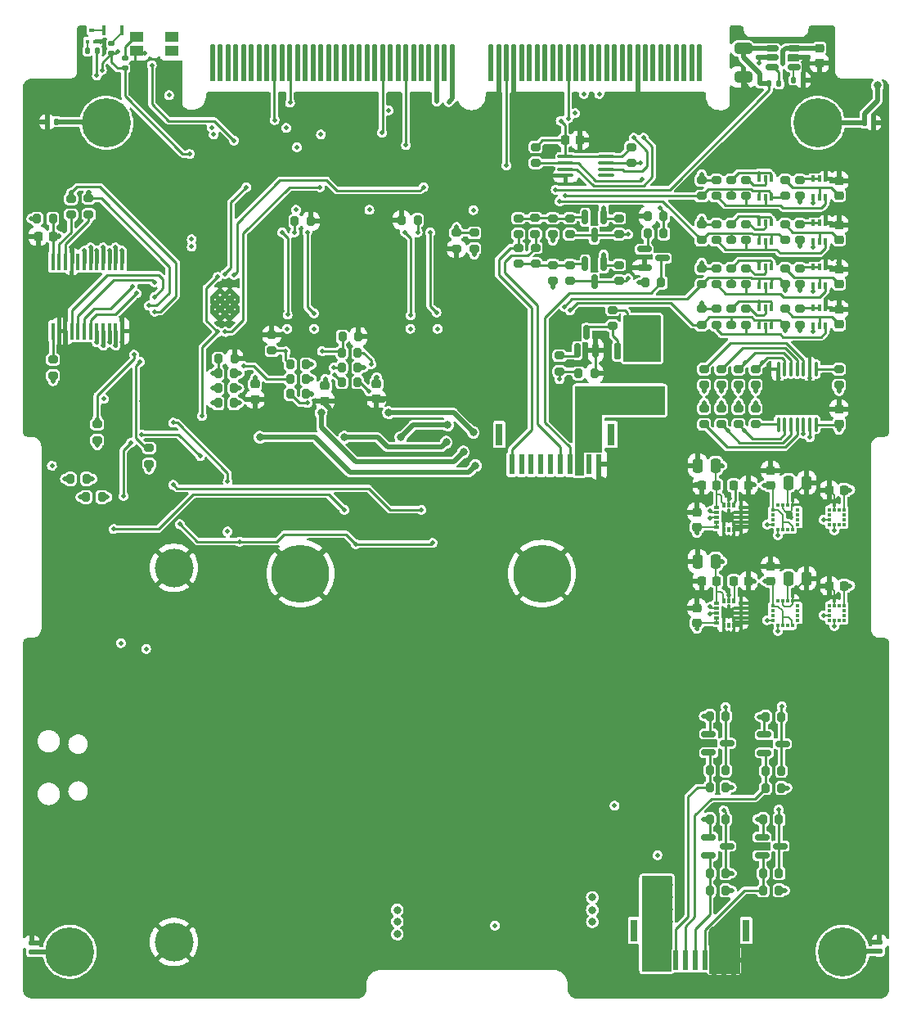
<source format=gtl>
G04 #@! TF.GenerationSoftware,KiCad,Pcbnew,(6.0.5)*
G04 #@! TF.CreationDate,2022-06-17T13:42:05-04:00*
G04 #@! TF.ProjectId,FP Interface Card,46502049-6e74-4657-9266-616365204361,rev?*
G04 #@! TF.SameCoordinates,Original*
G04 #@! TF.FileFunction,Copper,L1,Top*
G04 #@! TF.FilePolarity,Positive*
%FSLAX46Y46*%
G04 Gerber Fmt 4.6, Leading zero omitted, Abs format (unit mm)*
G04 Created by KiCad (PCBNEW (6.0.5)) date 2022-06-17 13:42:05*
%MOMM*%
%LPD*%
G01*
G04 APERTURE LIST*
G04 Aperture macros list*
%AMRoundRect*
0 Rectangle with rounded corners*
0 $1 Rounding radius*
0 $2 $3 $4 $5 $6 $7 $8 $9 X,Y pos of 4 corners*
0 Add a 4 corners polygon primitive as box body*
4,1,4,$2,$3,$4,$5,$6,$7,$8,$9,$2,$3,0*
0 Add four circle primitives for the rounded corners*
1,1,$1+$1,$2,$3*
1,1,$1+$1,$4,$5*
1,1,$1+$1,$6,$7*
1,1,$1+$1,$8,$9*
0 Add four rect primitives between the rounded corners*
20,1,$1+$1,$2,$3,$4,$5,0*
20,1,$1+$1,$4,$5,$6,$7,0*
20,1,$1+$1,$6,$7,$8,$9,0*
20,1,$1+$1,$8,$9,$2,$3,0*%
%AMFreePoly0*
4,1,12,0.105238,2.379067,0.194454,2.319454,0.254067,2.230238,0.275000,2.125000,0.275000,-1.400000,-0.275000,-1.400000,-0.275000,2.125000,-0.254067,2.230238,-0.194454,2.319454,-0.105238,2.379067,0.000000,2.400000,0.105238,2.379067,0.105238,2.379067,$1*%
G04 Aperture macros list end*
G04 #@! TA.AperFunction,ComponentPad*
%ADD10C,0.500000*%
G04 #@! TD*
G04 #@! TA.AperFunction,ComponentPad*
%ADD11C,5.080000*%
G04 #@! TD*
G04 #@! TA.AperFunction,SMDPad,CuDef*
%ADD12R,0.370000X1.000000*%
G04 #@! TD*
G04 #@! TA.AperFunction,SMDPad,CuDef*
%ADD13R,1.400000X1.050000*%
G04 #@! TD*
G04 #@! TA.AperFunction,SMDPad,CuDef*
%ADD14FreePoly0,0.000000*%
G04 #@! TD*
G04 #@! TA.AperFunction,SMDPad,CuDef*
%ADD15RoundRect,0.140000X-0.140000X-0.170000X0.140000X-0.170000X0.140000X0.170000X-0.140000X0.170000X0*%
G04 #@! TD*
G04 #@! TA.AperFunction,SMDPad,CuDef*
%ADD16RoundRect,0.140000X0.140000X0.170000X-0.140000X0.170000X-0.140000X-0.170000X0.140000X-0.170000X0*%
G04 #@! TD*
G04 #@! TA.AperFunction,SMDPad,CuDef*
%ADD17RoundRect,0.140000X-0.170000X0.140000X-0.170000X-0.140000X0.170000X-0.140000X0.170000X0.140000X0*%
G04 #@! TD*
G04 #@! TA.AperFunction,SMDPad,CuDef*
%ADD18RoundRect,0.225000X-0.250000X0.225000X-0.250000X-0.225000X0.250000X-0.225000X0.250000X0.225000X0*%
G04 #@! TD*
G04 #@! TA.AperFunction,SMDPad,CuDef*
%ADD19RoundRect,0.250000X-0.650000X0.325000X-0.650000X-0.325000X0.650000X-0.325000X0.650000X0.325000X0*%
G04 #@! TD*
G04 #@! TA.AperFunction,SMDPad,CuDef*
%ADD20R,0.400000X0.450000*%
G04 #@! TD*
G04 #@! TA.AperFunction,SMDPad,CuDef*
%ADD21R,0.500000X0.450000*%
G04 #@! TD*
G04 #@! TA.AperFunction,SMDPad,CuDef*
%ADD22RoundRect,0.135000X0.185000X-0.135000X0.185000X0.135000X-0.185000X0.135000X-0.185000X-0.135000X0*%
G04 #@! TD*
G04 #@! TA.AperFunction,SMDPad,CuDef*
%ADD23RoundRect,0.135000X-0.135000X-0.185000X0.135000X-0.185000X0.135000X0.185000X-0.135000X0.185000X0*%
G04 #@! TD*
G04 #@! TA.AperFunction,SMDPad,CuDef*
%ADD24RoundRect,0.150000X-0.512500X-0.150000X0.512500X-0.150000X0.512500X0.150000X-0.512500X0.150000X0*%
G04 #@! TD*
G04 #@! TA.AperFunction,SMDPad,CuDef*
%ADD25RoundRect,0.200000X0.275000X-0.200000X0.275000X0.200000X-0.275000X0.200000X-0.275000X-0.200000X0*%
G04 #@! TD*
G04 #@! TA.AperFunction,SMDPad,CuDef*
%ADD26RoundRect,0.100000X-0.712500X-0.100000X0.712500X-0.100000X0.712500X0.100000X-0.712500X0.100000X0*%
G04 #@! TD*
G04 #@! TA.AperFunction,SMDPad,CuDef*
%ADD27RoundRect,0.200000X-0.200000X-0.275000X0.200000X-0.275000X0.200000X0.275000X-0.200000X0.275000X0*%
G04 #@! TD*
G04 #@! TA.AperFunction,SMDPad,CuDef*
%ADD28R,0.300000X0.450000*%
G04 #@! TD*
G04 #@! TA.AperFunction,SMDPad,CuDef*
%ADD29R,0.450000X0.300000*%
G04 #@! TD*
G04 #@! TA.AperFunction,SMDPad,CuDef*
%ADD30RoundRect,0.225000X0.225000X0.250000X-0.225000X0.250000X-0.225000X-0.250000X0.225000X-0.250000X0*%
G04 #@! TD*
G04 #@! TA.AperFunction,SMDPad,CuDef*
%ADD31RoundRect,0.225000X-0.225000X-0.250000X0.225000X-0.250000X0.225000X0.250000X-0.225000X0.250000X0*%
G04 #@! TD*
G04 #@! TA.AperFunction,SMDPad,CuDef*
%ADD32R,0.350000X0.375000*%
G04 #@! TD*
G04 #@! TA.AperFunction,SMDPad,CuDef*
%ADD33R,0.375000X0.350000*%
G04 #@! TD*
G04 #@! TA.AperFunction,SMDPad,CuDef*
%ADD34RoundRect,0.250000X0.250000X0.475000X-0.250000X0.475000X-0.250000X-0.475000X0.250000X-0.475000X0*%
G04 #@! TD*
G04 #@! TA.AperFunction,SMDPad,CuDef*
%ADD35RoundRect,0.250000X-0.250000X-0.475000X0.250000X-0.475000X0.250000X0.475000X-0.250000X0.475000X0*%
G04 #@! TD*
G04 #@! TA.AperFunction,SMDPad,CuDef*
%ADD36RoundRect,0.200000X0.200000X0.275000X-0.200000X0.275000X-0.200000X-0.275000X0.200000X-0.275000X0*%
G04 #@! TD*
G04 #@! TA.AperFunction,SMDPad,CuDef*
%ADD37RoundRect,0.200000X-0.275000X0.200000X-0.275000X-0.200000X0.275000X-0.200000X0.275000X0.200000X0*%
G04 #@! TD*
G04 #@! TA.AperFunction,SMDPad,CuDef*
%ADD38RoundRect,0.150000X-0.150000X0.587500X-0.150000X-0.587500X0.150000X-0.587500X0.150000X0.587500X0*%
G04 #@! TD*
G04 #@! TA.AperFunction,SMDPad,CuDef*
%ADD39R,0.400000X0.650000*%
G04 #@! TD*
G04 #@! TA.AperFunction,SMDPad,CuDef*
%ADD40R,0.450000X1.750000*%
G04 #@! TD*
G04 #@! TA.AperFunction,SMDPad,CuDef*
%ADD41RoundRect,0.225000X0.250000X-0.225000X0.250000X0.225000X-0.250000X0.225000X-0.250000X-0.225000X0*%
G04 #@! TD*
G04 #@! TA.AperFunction,SMDPad,CuDef*
%ADD42RoundRect,0.150000X-0.587500X-0.150000X0.587500X-0.150000X0.587500X0.150000X-0.587500X0.150000X0*%
G04 #@! TD*
G04 #@! TA.AperFunction,SMDPad,CuDef*
%ADD43RoundRect,0.150000X0.150000X-0.587500X0.150000X0.587500X-0.150000X0.587500X-0.150000X-0.587500X0*%
G04 #@! TD*
G04 #@! TA.AperFunction,SMDPad,CuDef*
%ADD44RoundRect,0.100000X-0.100000X0.637500X-0.100000X-0.637500X0.100000X-0.637500X0.100000X0.637500X0*%
G04 #@! TD*
G04 #@! TA.AperFunction,SMDPad,CuDef*
%ADD45RoundRect,0.014000X-0.231000X-0.161000X0.231000X-0.161000X0.231000X0.161000X-0.231000X0.161000X0*%
G04 #@! TD*
G04 #@! TA.AperFunction,SMDPad,CuDef*
%ADD46RoundRect,0.014000X-0.161000X-0.231000X0.161000X-0.231000X0.161000X0.231000X-0.161000X0.231000X0*%
G04 #@! TD*
G04 #@! TA.AperFunction,SMDPad,CuDef*
%ADD47R,0.600000X2.075000*%
G04 #@! TD*
G04 #@! TA.AperFunction,SMDPad,CuDef*
%ADD48R,0.800000X2.325000*%
G04 #@! TD*
G04 #@! TA.AperFunction,SMDPad,CuDef*
%ADD49RoundRect,0.150000X-0.150000X0.725000X-0.150000X-0.725000X0.150000X-0.725000X0.150000X0.725000X0*%
G04 #@! TD*
G04 #@! TA.AperFunction,ComponentPad*
%ADD50C,4.000000*%
G04 #@! TD*
G04 #@! TA.AperFunction,ComponentPad*
%ADD51C,6.000000*%
G04 #@! TD*
G04 #@! TA.AperFunction,ViaPad*
%ADD52C,0.800000*%
G04 #@! TD*
G04 #@! TA.AperFunction,ViaPad*
%ADD53C,0.508000*%
G04 #@! TD*
G04 #@! TA.AperFunction,Conductor*
%ADD54C,0.508000*%
G04 #@! TD*
G04 #@! TA.AperFunction,Conductor*
%ADD55C,0.254000*%
G04 #@! TD*
G04 #@! TA.AperFunction,Conductor*
%ADD56C,0.203200*%
G04 #@! TD*
G04 #@! TA.AperFunction,Conductor*
%ADD57C,0.381000*%
G04 #@! TD*
G04 #@! TA.AperFunction,Conductor*
%ADD58C,0.250000*%
G04 #@! TD*
G04 APERTURE END LIST*
D10*
X62300208Y-93305401D03*
X61300208Y-94305401D03*
X60300208Y-92305401D03*
X61300208Y-92305401D03*
X61300208Y-93305401D03*
X62300208Y-94305401D03*
X60300208Y-93305401D03*
X62300208Y-92305401D03*
X60300208Y-94305401D03*
D11*
X122690000Y-74540000D03*
X49030000Y-74540000D03*
D12*
X48773778Y-64974280D03*
X50633778Y-64974280D03*
D13*
X52203770Y-65599167D03*
X55803770Y-65599167D03*
X52203770Y-67049167D03*
X55803770Y-67049167D03*
D14*
X60033839Y-68787167D03*
X60833839Y-68787167D03*
X61633839Y-68787167D03*
X62433839Y-68787167D03*
X63233839Y-68787167D03*
X64033839Y-68787167D03*
X64833839Y-68787167D03*
X65633839Y-68787167D03*
X66433839Y-68787167D03*
X67233839Y-68787167D03*
X68033839Y-68787167D03*
X68833839Y-68787167D03*
X69633839Y-68787167D03*
X70433839Y-68787167D03*
X71233839Y-68787167D03*
X72033839Y-68787167D03*
X72833839Y-68787167D03*
X73633839Y-68787167D03*
X74433839Y-68787167D03*
X75233839Y-68787167D03*
X76033839Y-68787167D03*
X76833839Y-68787167D03*
X77633839Y-68787167D03*
X78433839Y-68787167D03*
X79233839Y-68787167D03*
X80033839Y-68787167D03*
X80833839Y-68787167D03*
X81633839Y-68787167D03*
X82433839Y-68787167D03*
X83233839Y-68787167D03*
X84033839Y-68787167D03*
X84833839Y-68787167D03*
X88833839Y-68787167D03*
X89633839Y-68787167D03*
X90433839Y-68787167D03*
X91233839Y-68787167D03*
X92033839Y-68787167D03*
X92833839Y-68787167D03*
X93633839Y-68787167D03*
X94433839Y-68787167D03*
X95233839Y-68787167D03*
X96033839Y-68787167D03*
X96833839Y-68787167D03*
X97633839Y-68787167D03*
X98433839Y-68787167D03*
X99233839Y-68787167D03*
X100033839Y-68787167D03*
X100833839Y-68787167D03*
X101633839Y-68787167D03*
X102433839Y-68787167D03*
X103233839Y-68787167D03*
X104033839Y-68787167D03*
X104833839Y-68787167D03*
X105633839Y-68787167D03*
X106433839Y-68787167D03*
X107233839Y-68787167D03*
X108033839Y-68787167D03*
X108833839Y-68787167D03*
X109633839Y-68787167D03*
X110433839Y-68787167D03*
D15*
X42908500Y-74418000D03*
X43868500Y-74418000D03*
D16*
X128450500Y-74545000D03*
X127490500Y-74545000D03*
D17*
X129050000Y-159282000D03*
X129050000Y-160242000D03*
X41293000Y-159345500D03*
X41293000Y-160305500D03*
D18*
X122852400Y-66810400D03*
X122852400Y-68360400D03*
D17*
X121557000Y-66826000D03*
X121557000Y-67786000D03*
X116578600Y-66826000D03*
X116578600Y-67786000D03*
D19*
X114953000Y-66847000D03*
X114953000Y-69797000D03*
D11*
X125230000Y-160270000D03*
X45230000Y-160270000D03*
D20*
X47090600Y-66128400D03*
X47890600Y-66128400D03*
D21*
X47490600Y-64978400D03*
D22*
X50945000Y-68895500D03*
X50945000Y-67875500D03*
D23*
X47082200Y-67077400D03*
X48102200Y-67077400D03*
D22*
X49573400Y-67358800D03*
X49573400Y-66338800D03*
D23*
X117643400Y-70481000D03*
X118663400Y-70481000D03*
D24*
X117930300Y-66838600D03*
X117930300Y-67788600D03*
X117930300Y-68738600D03*
X120205300Y-68738600D03*
X120205300Y-66838600D03*
D23*
X120158000Y-70100000D03*
X121178000Y-70100000D03*
D25*
X91682000Y-89104000D03*
X91682000Y-87454000D03*
D26*
X96566500Y-78019000D03*
X96566500Y-78669000D03*
X96566500Y-79319000D03*
X96566500Y-79969000D03*
X100791500Y-79969000D03*
X100791500Y-79319000D03*
X100791500Y-78669000D03*
X100791500Y-78019000D03*
D25*
X119284000Y-91245000D03*
X119284000Y-89595000D03*
D27*
X60604400Y-100475800D03*
X62254400Y-100475800D03*
D28*
X118558000Y-126503000D03*
X119058000Y-126503000D03*
X119558000Y-126503000D03*
X120058000Y-126503000D03*
D29*
X120583000Y-125978000D03*
X120583000Y-125478000D03*
X120583000Y-124978000D03*
X120583000Y-124478000D03*
D28*
X120058000Y-123953000D03*
X119558000Y-123953000D03*
X119058000Y-123953000D03*
X118558000Y-123953000D03*
D29*
X118033000Y-124478000D03*
X118033000Y-124978000D03*
X118033000Y-125478000D03*
X118033000Y-125978000D03*
D30*
X43522600Y-86268200D03*
X41972600Y-86268200D03*
D31*
X113961000Y-112010000D03*
X115511000Y-112010000D03*
D32*
X123892000Y-116074500D03*
X124392000Y-116074500D03*
X124892000Y-116074500D03*
X125392000Y-116074500D03*
D33*
X125404500Y-115562000D03*
X125404500Y-115062000D03*
D32*
X125392000Y-114549500D03*
X124892000Y-114549500D03*
X124392000Y-114549500D03*
X123892000Y-114549500D03*
D33*
X123879500Y-115062000D03*
X123879500Y-115562000D03*
D25*
X119284000Y-86673000D03*
X119284000Y-85023000D03*
D34*
X112130000Y-109978000D03*
X110230000Y-109978000D03*
D35*
X119628000Y-111756000D03*
X121528000Y-111756000D03*
D27*
X104827000Y-91073000D03*
X106477000Y-91073000D03*
D36*
X118910611Y-143332402D03*
X117260611Y-143332402D03*
D27*
X117018611Y-146566402D03*
X118668611Y-146566402D03*
D36*
X113152611Y-152154402D03*
X111502611Y-152154402D03*
D18*
X77000000Y-101525000D03*
X77000000Y-103075000D03*
D36*
X118910611Y-141554402D03*
X117260611Y-141554402D03*
D37*
X47212200Y-82338400D03*
X47212200Y-83988400D03*
X110648000Y-85023000D03*
X110648000Y-86673000D03*
X48094200Y-105710400D03*
X48094200Y-107360400D03*
X112172000Y-80451000D03*
X112172000Y-82101000D03*
X53469800Y-108168600D03*
X53469800Y-109818600D03*
D25*
X66167000Y-98107000D03*
X66167000Y-96457000D03*
X113696000Y-82101000D03*
X113696000Y-80451000D03*
X87120800Y-87552600D03*
X87120800Y-85902600D03*
X120808000Y-91245000D03*
X120808000Y-89595000D03*
D38*
X100506000Y-84293500D03*
X98606000Y-84293500D03*
X99556000Y-86168500D03*
D37*
X85279200Y-85899400D03*
X85279200Y-87549400D03*
X112172000Y-89595000D03*
X112172000Y-91245000D03*
X112172000Y-93786000D03*
X112172000Y-95436000D03*
D32*
X123892000Y-125980500D03*
X124392000Y-125980500D03*
X124892000Y-125980500D03*
X125392000Y-125980500D03*
D33*
X125404500Y-125468000D03*
X125404500Y-124968000D03*
D32*
X125392000Y-124455500D03*
X124892000Y-124455500D03*
X124392000Y-124455500D03*
X123892000Y-124455500D03*
D33*
X123879500Y-124968000D03*
X123879500Y-125468000D03*
D37*
X102096000Y-84406000D03*
X102096000Y-86056000D03*
D27*
X41847000Y-84455000D03*
X43497000Y-84455000D03*
D37*
X110648000Y-93786000D03*
X110648000Y-95436000D03*
D25*
X119284000Y-95436000D03*
X119284000Y-93786000D03*
D39*
X123490000Y-80326000D03*
X122840000Y-80326000D03*
X122190000Y-80326000D03*
X122190000Y-82226000D03*
X122840000Y-82226000D03*
X123490000Y-82226000D03*
X123490000Y-84898000D03*
X122840000Y-84898000D03*
X122190000Y-84898000D03*
X122190000Y-86798000D03*
X122840000Y-86798000D03*
X123490000Y-86798000D03*
D40*
X43501200Y-96083400D03*
X44151200Y-96083400D03*
X44801200Y-96083400D03*
X45451200Y-96083400D03*
X46101200Y-96083400D03*
X46751200Y-96083400D03*
X47401200Y-96083400D03*
X48051200Y-96083400D03*
X48701200Y-96083400D03*
X49351200Y-96083400D03*
X50001200Y-96083400D03*
X50651200Y-96083400D03*
X50651200Y-88883400D03*
X50001200Y-88883400D03*
X49351200Y-88883400D03*
X48701200Y-88883400D03*
X48051200Y-88883400D03*
X47401200Y-88883400D03*
X46751200Y-88883400D03*
X46101200Y-88883400D03*
X45451200Y-88883400D03*
X44801200Y-88883400D03*
X44151200Y-88883400D03*
X43501200Y-88883400D03*
D25*
X119284000Y-82101000D03*
X119284000Y-80451000D03*
D36*
X113152611Y-153932402D03*
X111502611Y-153932402D03*
D41*
X117784000Y-112023000D03*
X117784000Y-110473000D03*
D27*
X45325600Y-111364200D03*
X46975600Y-111364200D03*
D25*
X113696000Y-91245000D03*
X113696000Y-89595000D03*
X95949000Y-100257000D03*
X95949000Y-98607000D03*
D31*
X96507000Y-76327000D03*
X98057000Y-76327000D03*
D42*
X117148111Y-137810402D03*
X117148111Y-139710402D03*
X119023111Y-138760402D03*
D43*
X97793000Y-98083500D03*
X99693000Y-98083500D03*
X98743000Y-96208500D03*
D42*
X111390111Y-148410402D03*
X111390111Y-150310402D03*
X113265111Y-149360402D03*
X104714500Y-87583000D03*
X104714500Y-89483000D03*
X106589500Y-88533000D03*
D37*
X93430000Y-84382000D03*
X93430000Y-86032000D03*
D27*
X117260611Y-135966402D03*
X118910611Y-135966402D03*
D41*
X124872000Y-91195000D03*
X124872000Y-89645000D03*
D36*
X118668611Y-152154402D03*
X117018611Y-152154402D03*
D37*
X114458000Y-104073000D03*
X114458000Y-105723000D03*
D41*
X124872000Y-86623000D03*
X124872000Y-85073000D03*
D27*
X111502611Y-146566402D03*
X113152611Y-146566402D03*
D25*
X97016000Y-86056000D03*
X97016000Y-84406000D03*
D44*
X122504000Y-100003500D03*
X121854000Y-100003500D03*
X121204000Y-100003500D03*
X120554000Y-100003500D03*
X119904000Y-100003500D03*
X119254000Y-100003500D03*
X118604000Y-100003500D03*
X118604000Y-105728500D03*
X119254000Y-105728500D03*
X119904000Y-105728500D03*
X120554000Y-105728500D03*
X121204000Y-105728500D03*
X121854000Y-105728500D03*
X122504000Y-105728500D03*
D27*
X68075000Y-99526000D03*
X69725000Y-99526000D03*
D25*
X120808000Y-86673000D03*
X120808000Y-85023000D03*
D41*
X124872000Y-95386000D03*
X124872000Y-93836000D03*
D38*
X100506000Y-89119500D03*
X98606000Y-89119500D03*
X99556000Y-90994500D03*
D18*
X71682000Y-101728000D03*
X71682000Y-103278000D03*
D41*
X117784000Y-121929000D03*
X117784000Y-120379000D03*
D25*
X124872000Y-101659000D03*
X124872000Y-100009000D03*
D27*
X73404400Y-101349800D03*
X75054400Y-101349800D03*
D39*
X123490000Y-89470000D03*
X122840000Y-89470000D03*
X122190000Y-89470000D03*
X122190000Y-91370000D03*
X122840000Y-91370000D03*
X123490000Y-91370000D03*
D37*
X93472000Y-77026000D03*
X93472000Y-78676000D03*
X112680000Y-104073000D03*
X112680000Y-105723000D03*
D41*
X110164000Y-126247000D03*
X110164000Y-124697000D03*
X124872000Y-105673000D03*
X124872000Y-104123000D03*
D37*
X110648000Y-89595000D03*
X110648000Y-91245000D03*
D30*
X112209000Y-121916000D03*
X110659000Y-121916000D03*
D36*
X106731000Y-85993000D03*
X105081000Y-85993000D03*
D37*
X101422000Y-93876000D03*
X101422000Y-95526000D03*
D25*
X113696000Y-95436000D03*
X113696000Y-93786000D03*
D27*
X68075000Y-101050000D03*
X69725000Y-101050000D03*
D37*
X115220000Y-85023000D03*
X115220000Y-86673000D03*
X116236000Y-104073000D03*
X116236000Y-105723000D03*
D30*
X125417000Y-112518000D03*
X123867000Y-112518000D03*
D37*
X45386200Y-82388400D03*
X45386200Y-84038400D03*
D45*
X112206000Y-124218000D03*
X112206000Y-124718000D03*
X112206000Y-125218000D03*
X112206000Y-125718000D03*
X112206000Y-126218000D03*
D46*
X112966000Y-126478000D03*
X113466000Y-126478000D03*
X113966000Y-126478000D03*
D45*
X114726000Y-126218000D03*
X114726000Y-125718000D03*
X114726000Y-125218000D03*
X114726000Y-124718000D03*
X114726000Y-124218000D03*
D46*
X113966000Y-123958000D03*
X113466000Y-123958000D03*
X112966000Y-123958000D03*
D36*
X106731000Y-84215000D03*
X105081000Y-84215000D03*
D28*
X118558000Y-116587000D03*
X119058000Y-116587000D03*
X119558000Y-116587000D03*
X120058000Y-116587000D03*
D29*
X120583000Y-116062000D03*
X120583000Y-115562000D03*
X120583000Y-115062000D03*
X120583000Y-114562000D03*
D28*
X120058000Y-114037000D03*
X119558000Y-114037000D03*
X119058000Y-114037000D03*
X118558000Y-114037000D03*
D29*
X118033000Y-114562000D03*
X118033000Y-115062000D03*
X118033000Y-115562000D03*
X118033000Y-116062000D03*
D37*
X112172000Y-85023000D03*
X112172000Y-86673000D03*
D25*
X112680000Y-101659000D03*
X112680000Y-100009000D03*
D37*
X115220000Y-93786000D03*
X115220000Y-95436000D03*
X110648000Y-80451000D03*
X110648000Y-82101000D03*
D41*
X124872000Y-82051000D03*
X124872000Y-80501000D03*
D47*
X104970000Y-161160502D03*
X105970000Y-161160502D03*
X106970000Y-161160502D03*
X107970000Y-161160502D03*
X108970000Y-161160502D03*
X109970000Y-161160502D03*
X110970000Y-161160502D03*
X111970000Y-161160502D03*
X112970000Y-161160502D03*
X113970000Y-161160502D03*
D48*
X103670000Y-158060502D03*
X115270000Y-158060502D03*
D25*
X43520200Y-100674400D03*
X43520200Y-99024400D03*
D31*
X113961000Y-121916000D03*
X115511000Y-121916000D03*
D34*
X112130000Y-119884000D03*
X110230000Y-119884000D03*
D30*
X125417000Y-122424000D03*
X123867000Y-122424000D03*
D36*
X113148611Y-141500402D03*
X111498611Y-141500402D03*
D27*
X73404400Y-99825800D03*
X75054400Y-99825800D03*
D37*
X110902000Y-104073000D03*
X110902000Y-105723000D03*
D27*
X60604400Y-101999800D03*
X62254400Y-101999800D03*
X73470000Y-96647000D03*
X75120000Y-96647000D03*
D45*
X112206000Y-114312000D03*
X112206000Y-114812000D03*
X112206000Y-115312000D03*
X112206000Y-115812000D03*
X112206000Y-116312000D03*
D46*
X112966000Y-116572000D03*
X113466000Y-116572000D03*
X113966000Y-116572000D03*
D45*
X114726000Y-116312000D03*
X114726000Y-115812000D03*
X114726000Y-115312000D03*
X114726000Y-114812000D03*
X114726000Y-114312000D03*
D46*
X113966000Y-114052000D03*
X113466000Y-114052000D03*
X112966000Y-114052000D03*
D42*
X116906111Y-148410402D03*
X116906111Y-150310402D03*
X118781111Y-149360402D03*
D27*
X79603600Y-84572200D03*
X81253600Y-84572200D03*
D25*
X110902000Y-101659000D03*
X110902000Y-100009000D03*
D47*
X91015000Y-109856500D03*
X92015000Y-109856500D03*
X93015000Y-109856500D03*
X94015000Y-109856500D03*
X95015000Y-109856500D03*
X96015000Y-109856500D03*
X97015000Y-109856500D03*
X98015000Y-109856500D03*
X99015000Y-109856500D03*
X100015000Y-109856500D03*
D48*
X89715000Y-106756500D03*
X101315000Y-106756500D03*
D36*
X70196400Y-84699800D03*
X68546400Y-84699800D03*
D25*
X120808000Y-82101000D03*
X120808000Y-80451000D03*
D42*
X111386111Y-137756402D03*
X111386111Y-139656402D03*
X113261111Y-138706402D03*
D27*
X68075000Y-102574000D03*
X69725000Y-102574000D03*
D49*
X105757000Y-98118000D03*
X104487000Y-98118000D03*
X103217000Y-98118000D03*
X101947000Y-98118000D03*
X101947000Y-103268000D03*
X103217000Y-103268000D03*
X104487000Y-103268000D03*
X105757000Y-103268000D03*
D37*
X91682000Y-84406000D03*
X91682000Y-86056000D03*
D25*
X120808000Y-95436000D03*
X120808000Y-93786000D03*
D39*
X117902000Y-80326000D03*
X117252000Y-80326000D03*
X116602000Y-80326000D03*
X116602000Y-82226000D03*
X117252000Y-82226000D03*
X117902000Y-82226000D03*
D25*
X95238000Y-86056000D03*
X95238000Y-84406000D03*
D36*
X113148611Y-143278402D03*
X111498611Y-143278402D03*
D39*
X117902000Y-84898000D03*
X117252000Y-84898000D03*
X116602000Y-84898000D03*
X116602000Y-86798000D03*
X117252000Y-86798000D03*
X117902000Y-86798000D03*
D36*
X118668611Y-153932402D03*
X117018611Y-153932402D03*
D37*
X102096000Y-89232000D03*
X102096000Y-90882000D03*
D41*
X110164000Y-116341000D03*
X110164000Y-114791000D03*
D25*
X95238000Y-90882000D03*
X95238000Y-89232000D03*
D27*
X111498611Y-135912402D03*
X113148611Y-135912402D03*
X60643000Y-98933000D03*
X62293000Y-98933000D03*
X73404400Y-98301800D03*
X75054400Y-98301800D03*
D25*
X93460000Y-89104000D03*
X93460000Y-87454000D03*
D37*
X115220000Y-89595000D03*
X115220000Y-91245000D03*
D18*
X64421000Y-101561000D03*
X64421000Y-103111000D03*
D39*
X123490000Y-93661000D03*
X122840000Y-93661000D03*
X122190000Y-93661000D03*
X122190000Y-95561000D03*
X122840000Y-95561000D03*
X123490000Y-95561000D03*
D50*
X56026000Y-159260000D03*
D51*
X69126000Y-121160000D03*
D50*
X56026000Y-120560000D03*
D51*
X94126000Y-121160000D03*
D35*
X119628000Y-121662000D03*
X121528000Y-121662000D03*
D39*
X117902000Y-89470000D03*
X117252000Y-89470000D03*
X116602000Y-89470000D03*
X116602000Y-91370000D03*
X117252000Y-91370000D03*
X117902000Y-91370000D03*
D27*
X60604400Y-103523800D03*
X62254400Y-103523800D03*
D25*
X113696000Y-86673000D03*
X113696000Y-85023000D03*
D30*
X112209000Y-112010000D03*
X110659000Y-112010000D03*
D39*
X117902000Y-93661000D03*
X117252000Y-93661000D03*
X116602000Y-93661000D03*
X116602000Y-95561000D03*
X117252000Y-95561000D03*
X117902000Y-95561000D03*
D37*
X103378000Y-77026000D03*
X103378000Y-78676000D03*
D25*
X116236000Y-101659000D03*
X116236000Y-100009000D03*
X97016000Y-90882000D03*
X97016000Y-89232000D03*
D37*
X115220000Y-80451000D03*
X115220000Y-82101000D03*
D27*
X97918000Y-100448000D03*
X99568000Y-100448000D03*
X46925600Y-113238200D03*
X48575600Y-113238200D03*
D25*
X114458000Y-101659000D03*
X114458000Y-100009000D03*
D52*
X128850000Y-70650000D03*
D53*
X69824200Y-85857400D03*
X70520400Y-94245200D03*
X103050000Y-86050000D03*
X96833831Y-74066169D03*
X50246500Y-67179000D03*
X57650000Y-77750000D03*
X48579694Y-69078418D03*
X95550000Y-81450000D03*
X90433831Y-78933831D03*
X97550000Y-73550000D03*
X103050000Y-90650000D03*
X119080500Y-68449000D03*
X80050000Y-76850000D03*
X89250000Y-157550000D03*
X62250000Y-76350000D03*
X53739000Y-68576000D03*
X106350000Y-83350000D03*
X68050000Y-72450000D03*
X66449998Y-74250004D03*
X113150000Y-134950000D03*
X48050000Y-69650000D03*
X60150000Y-75750000D03*
X71250000Y-75750000D03*
X101650000Y-145150000D03*
X95950000Y-101050000D03*
X68750000Y-77050000D03*
X55525000Y-71675000D03*
X67650000Y-75050000D03*
X59950000Y-75050000D03*
X118650000Y-145550000D03*
X109518000Y-119884000D03*
X65552200Y-77623400D03*
X71012700Y-82129400D03*
X44805200Y-97563400D03*
X110037000Y-111985000D03*
X47076200Y-105116400D03*
X113525292Y-113425292D03*
X60665200Y-88987400D03*
X68387200Y-98004400D03*
X44155200Y-97563400D03*
D52*
X113950005Y-159249999D03*
D53*
X49878200Y-113236400D03*
X70468147Y-88150000D03*
X91233820Y-72333820D03*
X79956200Y-94000000D03*
D52*
X48050000Y-148850000D03*
D53*
X74122500Y-103033000D03*
D52*
X60750000Y-133550000D03*
D53*
X72150000Y-104050000D03*
X85279200Y-88150000D03*
D52*
X86150000Y-133550000D03*
D53*
X71302600Y-97024000D03*
X71785200Y-98803900D03*
X67224200Y-94000000D03*
X76286200Y-80732400D03*
X83206200Y-88250000D03*
X82643200Y-98004400D03*
X124872000Y-79879000D03*
X66728000Y-159628000D03*
X77625000Y-103250000D03*
X101750000Y-147550000D03*
X63392700Y-82129400D03*
X119649400Y-72510400D03*
X70818400Y-84699800D03*
X116604000Y-68385500D03*
X124897000Y-103501000D03*
X61173200Y-86574400D03*
D52*
X60750000Y-148850000D03*
D53*
X124847000Y-89023000D03*
X54467200Y-111962200D03*
X122190000Y-91959000D03*
X104050000Y-72000000D03*
X50632200Y-103348600D03*
X122192000Y-111756000D03*
X50650000Y-97250000D03*
X100336418Y-100450003D03*
X56450000Y-70150000D03*
X65151000Y-117094000D03*
X113492800Y-117344000D03*
X45447200Y-87403400D03*
X57881600Y-114270200D03*
X89600000Y-72350000D03*
X103599000Y-148240000D03*
X77107000Y-98727000D03*
X117759000Y-119757000D03*
X69961200Y-98004400D03*
X129050000Y-158746000D03*
X110139000Y-124075000D03*
X73172200Y-77623400D03*
D52*
X112050009Y-159249999D03*
D53*
X61173200Y-87336400D03*
D52*
X73450000Y-133550000D03*
D53*
X123245000Y-112518000D03*
X128923000Y-74545000D03*
X87025200Y-80752400D03*
X99949000Y-75819000D03*
X83939200Y-77643400D03*
X81726700Y-82129400D03*
X122190000Y-87387000D03*
X104714500Y-88815000D03*
D52*
X86150000Y-148850000D03*
D53*
X124872000Y-84451000D03*
X52405500Y-69846000D03*
X77089000Y-117221000D03*
X54416800Y-105636600D03*
X81169200Y-98004400D03*
X115524500Y-70989000D03*
X42436000Y-74418000D03*
X90444000Y-159860000D03*
X121854000Y-100936000D03*
D52*
X100336420Y-111490345D03*
D53*
X123245000Y-122424000D03*
X41400600Y-86293200D03*
X53040500Y-67331400D03*
X118604000Y-100936000D03*
X52664200Y-103348600D03*
X124872000Y-93214000D03*
X85103000Y-117221000D03*
X104413000Y-84215000D03*
X116133000Y-121941000D03*
X110037000Y-121941000D03*
X41293000Y-158873000D03*
X116133000Y-111985000D03*
X47350000Y-109650000D03*
X110164000Y-114169000D03*
X113492800Y-127250000D03*
D52*
X73450000Y-148850000D03*
D53*
X109518000Y-109978000D03*
X64546200Y-98821000D03*
X121212650Y-68298666D03*
X64446000Y-103683000D03*
X56694800Y-113103600D03*
D52*
X48024000Y-133550000D03*
D53*
X113466000Y-123390600D03*
X45399800Y-108316800D03*
X76612000Y-96695000D03*
X122190000Y-82800000D03*
X122190000Y-96150000D03*
X66883500Y-102906000D03*
X78981600Y-84572200D03*
X117759000Y-109851000D03*
X64063600Y-97043000D03*
X86250000Y-159486000D03*
X48481200Y-66163000D03*
X122192000Y-121662000D03*
X58711400Y-116810200D03*
D52*
X89750000Y-141250000D03*
D53*
X78250000Y-73250000D03*
X118930754Y-134883872D03*
X77550000Y-75550000D03*
X112950000Y-145650000D03*
X87025200Y-83546400D03*
X83250000Y-72350000D03*
X80497200Y-95832400D03*
X106075000Y-150301000D03*
X113770611Y-143278402D03*
X83315200Y-95832400D03*
D52*
X79150000Y-158450000D03*
D53*
X67765200Y-95832400D03*
D52*
X79150000Y-157150000D03*
D53*
X68666200Y-83526400D03*
D52*
X99350000Y-157150000D03*
D53*
X87120800Y-88174600D03*
D52*
X99350000Y-155950000D03*
X79150000Y-155950000D03*
D53*
X119290611Y-153932402D03*
X76261200Y-83526400D03*
X113774611Y-153932402D03*
X119532611Y-143332402D03*
D52*
X99350000Y-154650000D03*
D53*
X70558200Y-95832400D03*
X117162000Y-121929000D03*
X120808000Y-91867000D03*
X110648000Y-84401000D03*
X110164000Y-126869000D03*
X112680000Y-103451000D03*
X112680000Y-102281000D03*
X110902000Y-102281000D03*
X110648000Y-88973000D03*
X126039000Y-112518000D03*
X120808000Y-87295000D03*
X61589800Y-116810200D03*
X84473000Y-72386000D03*
X48788200Y-103099600D03*
X100506000Y-88150000D03*
X124872000Y-106295000D03*
X126039000Y-122424000D03*
X124872000Y-102281000D03*
X117137000Y-112023000D03*
X43520200Y-101246400D03*
X110902000Y-103451000D03*
X110648000Y-93164000D03*
X116236000Y-103451000D03*
X77033700Y-100837261D03*
X116396611Y-146566402D03*
X120808000Y-96058000D03*
X120808000Y-82723000D03*
X116638611Y-135966402D03*
X44145400Y-86243200D03*
X57871200Y-86574400D03*
X43408400Y-110003400D03*
X57871200Y-87336400D03*
X96068032Y-74317250D03*
X100513561Y-83302547D03*
X114458000Y-102281000D03*
X110648000Y-79829000D03*
X112794000Y-109978000D03*
X116236000Y-102281000D03*
X64418189Y-100900000D03*
X112794000Y-119884000D03*
X71700000Y-101000000D03*
X110139000Y-116963000D03*
X110880611Y-146566402D03*
X114458000Y-103451000D03*
X110876611Y-135912402D03*
X103632000Y-76073000D03*
X98450000Y-71550000D03*
X100050000Y-71550000D03*
X104648000Y-76073000D03*
X60550000Y-96159580D03*
X60550000Y-90450000D03*
X56650000Y-116050000D03*
X62830000Y-117856000D03*
X82794000Y-117983000D03*
X58950000Y-104850000D03*
X74854000Y-118110000D03*
X58750000Y-108997000D03*
X52664200Y-106767400D03*
X67802600Y-94372200D03*
X67224200Y-85857400D03*
X79956200Y-85857400D03*
X80550000Y-94450000D03*
D52*
X78250000Y-104517000D03*
X87013000Y-106549000D03*
X85997000Y-108581000D03*
X71265000Y-104517000D03*
X87249000Y-109982000D03*
X64915000Y-107057000D03*
X84219000Y-107565000D03*
X73678000Y-107057000D03*
X79520000Y-107057000D03*
X84346000Y-105787000D03*
D53*
X47218837Y-81699447D03*
X95950000Y-82650000D03*
X44753600Y-111364200D03*
X53450000Y-93450000D03*
X46353600Y-113238200D03*
X96550000Y-82050000D03*
X45400000Y-81750000D03*
X54050000Y-94050000D03*
X121204000Y-106661000D03*
X97050000Y-93950000D03*
X53150000Y-128950000D03*
X119284000Y-96058000D03*
X96450000Y-93550000D03*
X121850000Y-107050000D03*
X50550000Y-128350000D03*
X119284000Y-91867000D03*
X49997200Y-87403400D03*
X67600000Y-98179800D03*
X70301762Y-99523162D03*
X63300000Y-99700000D03*
X50005200Y-97563400D03*
X70300000Y-101050000D03*
X50650000Y-87750000D03*
X69850000Y-103500000D03*
X70300000Y-102600000D03*
X118558000Y-117181000D03*
X123280511Y-115582689D03*
X111537000Y-114677000D03*
X116903000Y-99342000D03*
X111537000Y-115439000D03*
X115125000Y-99342000D03*
X117439000Y-116062000D03*
X124392000Y-116681000D03*
X111537000Y-124583000D03*
X113347000Y-106390000D03*
X123295300Y-125468000D03*
X118558000Y-127097000D03*
X111537000Y-125345000D03*
X117439000Y-125978000D03*
X115061500Y-106326500D03*
X124392000Y-126564700D03*
X54011200Y-92543400D03*
X54011200Y-91019400D03*
X51750000Y-91450000D03*
X68524200Y-85857400D03*
X55961494Y-105546137D03*
X61595000Y-111633000D03*
X73660000Y-114554000D03*
X49807200Y-116558400D03*
X55966200Y-111974400D03*
X81661000Y-114554000D03*
X85279200Y-85320800D03*
X51900000Y-98500000D03*
X46750000Y-87750000D03*
X41278287Y-84435783D03*
X52150000Y-92150000D03*
X81256200Y-85857400D03*
X47397200Y-87403400D03*
X52500000Y-99250000D03*
X53450000Y-110400000D03*
X49150000Y-113250000D03*
X47600000Y-111350000D03*
X60000000Y-100475800D03*
X49350000Y-97250000D03*
X62816289Y-100476335D03*
X60000000Y-102000000D03*
X48050000Y-97250000D03*
X62800000Y-102000000D03*
X48705200Y-97563400D03*
X60000000Y-103523800D03*
X62819637Y-103520067D03*
X48047200Y-87750000D03*
X71350000Y-98150000D03*
X76450000Y-99500000D03*
X72550000Y-99850000D03*
X49347200Y-87750000D03*
X75702756Y-99828097D03*
X72691272Y-100575482D03*
X48697200Y-87403400D03*
X76235983Y-102285519D03*
X61350000Y-90150000D03*
X63525200Y-81179400D03*
X61350000Y-96159580D03*
X71145200Y-81179400D03*
X81859200Y-81179400D03*
X62250000Y-90250000D03*
X51600000Y-107600000D03*
X50800000Y-113100000D03*
X48100000Y-107900000D03*
X83206200Y-94149400D03*
X82556200Y-85857400D03*
D52*
X107250000Y-155850000D03*
X107250000Y-157150000D03*
X107250000Y-154650000D03*
X107250000Y-153350000D03*
X103250001Y-96450011D03*
D53*
X95238000Y-91550000D03*
D52*
X105850000Y-96450000D03*
D53*
X104159000Y-91073000D03*
X95238000Y-86724000D03*
D52*
X103250000Y-95150000D03*
X105850000Y-95150000D03*
X104550000Y-95150000D03*
X104550000Y-96450000D03*
D53*
X116602000Y-93087000D03*
X104521000Y-80391000D03*
X116602000Y-84324000D03*
X116602000Y-79752000D03*
X116602000Y-88896000D03*
X104345428Y-78667142D03*
D54*
X43868500Y-74418000D02*
X48908000Y-74418000D01*
X127490500Y-73609500D02*
X127490500Y-74545000D01*
X128850000Y-70650000D02*
X128850000Y-72250000D01*
X41293000Y-160305500D02*
X45194500Y-160305500D01*
X128850000Y-72250000D02*
X127490500Y-73609500D01*
X129050000Y-160242000D02*
X125258000Y-160242000D01*
X127490500Y-74545000D02*
X122695000Y-74545000D01*
D55*
X69824200Y-85857400D02*
X69824200Y-93549000D01*
X69824200Y-93549000D02*
X70520400Y-94245200D01*
X99556000Y-86168500D02*
X97128500Y-86168500D01*
X99556000Y-86168500D02*
X101983500Y-86168500D01*
X96833831Y-74066169D02*
X96833831Y-68787155D01*
X102096000Y-86056000D02*
X103044000Y-86056000D01*
X103044000Y-86056000D02*
X103050000Y-86050000D01*
D54*
X117967800Y-66838600D02*
X114961400Y-66838600D01*
D56*
X50066700Y-67358800D02*
X50246500Y-67179000D01*
D55*
X107350000Y-81450000D02*
X117643400Y-71156600D01*
X50945000Y-71745000D02*
X56950000Y-77750000D01*
X49573400Y-68283900D02*
X49573400Y-67358800D01*
D54*
X114953000Y-66847000D02*
X114953000Y-67750500D01*
D55*
X50945000Y-68895500D02*
X50185000Y-68895500D01*
X50945000Y-68895500D02*
X50945000Y-71745000D01*
X56950000Y-77750000D02*
X57650000Y-77750000D01*
X90433831Y-68787155D02*
X90433831Y-78933831D01*
X117643400Y-71156600D02*
X117643400Y-70481000D01*
D54*
X116654800Y-70479000D02*
X117641400Y-70479000D01*
D55*
X50185000Y-68895500D02*
X49573400Y-68283900D01*
D54*
X114953000Y-67750500D02*
X116654800Y-69452300D01*
D55*
X48579694Y-68352506D02*
X49573400Y-67358800D01*
X95550000Y-81450000D02*
X107350000Y-81450000D01*
D54*
X116654800Y-69452300D02*
X116654800Y-70479000D01*
D55*
X49573400Y-67358800D02*
X50045300Y-67358800D01*
X48579694Y-69078418D02*
X48579694Y-68352506D01*
D56*
X49573400Y-67358800D02*
X50066700Y-67358800D01*
D55*
X97016000Y-90882000D02*
X99443500Y-90882000D01*
X99556000Y-90994500D02*
X101983500Y-90994500D01*
X102096000Y-90882000D02*
X102818000Y-90882000D01*
X102818000Y-90882000D02*
X103050000Y-90650000D01*
X90846000Y-87454000D02*
X89650000Y-88650000D01*
X91682000Y-86056000D02*
X91682000Y-87454000D01*
X89650000Y-88650000D02*
X89650000Y-90250000D01*
X91015000Y-108315000D02*
X91015000Y-109856500D01*
X89650000Y-90250000D02*
X93050000Y-93650000D01*
X93050000Y-93650000D02*
X93050000Y-106280000D01*
X91682000Y-87454000D02*
X90846000Y-87454000D01*
X93050000Y-106280000D02*
X91015000Y-108315000D01*
D54*
X122852400Y-66810400D02*
X120196000Y-66810400D01*
X119357400Y-66838600D02*
X120167800Y-66838600D01*
X119080500Y-67115500D02*
X119357400Y-66838600D01*
X119080500Y-68449000D02*
X119080500Y-67115500D01*
D55*
X80033831Y-76833831D02*
X80033831Y-68787155D01*
X60250000Y-74350000D02*
X55500000Y-74350000D01*
X55500000Y-74350000D02*
X53739000Y-72589000D01*
X62250000Y-76350000D02*
X60250000Y-74350000D01*
X53739000Y-72589000D02*
X53739000Y-68576000D01*
X80050000Y-76850000D02*
X80033831Y-76833831D01*
X106731000Y-83731000D02*
X106350000Y-83350000D01*
X68050000Y-72450000D02*
X68050000Y-68803324D01*
X106731000Y-84215000D02*
X106731000Y-83731000D01*
X106731000Y-84215000D02*
X106731000Y-85993000D01*
X113148611Y-135912402D02*
X113148611Y-138593902D01*
X66433831Y-74233831D02*
X66450000Y-74250000D01*
X113148611Y-141500402D02*
X113148611Y-138818902D01*
X113148611Y-135912402D02*
X113148611Y-134951389D01*
X66433831Y-68787155D02*
X66433831Y-74233831D01*
X113148611Y-134951389D02*
X113150000Y-134950000D01*
X47995983Y-69595983D02*
X47995983Y-67183617D01*
X48050000Y-69650000D02*
X47995983Y-69595983D01*
X95949000Y-100257000D02*
X95949000Y-101049000D01*
X95949000Y-101049000D02*
X95950000Y-101050000D01*
X95949000Y-100257000D02*
X97727000Y-100257000D01*
X118668611Y-145568611D02*
X118650000Y-145550000D01*
X118668611Y-146566402D02*
X118668611Y-149247902D01*
X118668611Y-152154402D02*
X118668611Y-149472902D01*
X118668611Y-146566402D02*
X118668611Y-145568611D01*
X50945000Y-67875500D02*
X50945000Y-66671455D01*
X50945000Y-66671455D02*
X52017288Y-65599167D01*
X118163600Y-68738600D02*
X118663400Y-69238400D01*
X118663400Y-69238400D02*
X118663400Y-70481000D01*
D56*
X120167800Y-68738600D02*
X120167800Y-70090200D01*
X47490600Y-64978400D02*
X48769658Y-64978400D01*
X49573400Y-66315400D02*
X50633778Y-65255022D01*
D55*
X121557000Y-67786000D02*
X121557000Y-68385500D01*
D56*
X120020600Y-114558022D02*
X120020600Y-114074400D01*
D54*
X110062000Y-121916000D02*
X110037000Y-121941000D01*
X104033820Y-68787153D02*
X104033820Y-71983820D01*
D56*
X114226000Y-116312000D02*
X113966000Y-116572000D01*
D55*
X123490000Y-80326000D02*
X124697000Y-80326000D01*
D57*
X114953000Y-69797000D02*
X114953000Y-70417500D01*
D54*
X121528000Y-111756000D02*
X122192000Y-111756000D01*
D55*
X48446600Y-66128400D02*
X48481200Y-66163000D01*
D54*
X110037000Y-111985000D02*
X110634000Y-111985000D01*
X79603600Y-84572200D02*
X78981600Y-84572200D01*
D57*
X114953000Y-70417500D02*
X115524500Y-70989000D01*
D55*
X98057000Y-76327000D02*
X99441000Y-76327000D01*
D57*
X44155200Y-97563400D02*
X44151200Y-97559400D01*
D56*
X119876222Y-114702400D02*
X120020600Y-114558022D01*
D54*
X110164000Y-114791000D02*
X110164000Y-114169000D01*
D56*
X120053689Y-124295911D02*
X120053689Y-123957311D01*
D54*
X100334420Y-100448000D02*
X100336420Y-100450000D01*
D56*
X119058000Y-114425600D02*
X119334800Y-114702400D01*
D54*
X110230000Y-119884000D02*
X109518000Y-119884000D01*
D58*
X42908500Y-74418000D02*
X42436000Y-74418000D01*
D54*
X121528000Y-121662000D02*
X122192000Y-121662000D01*
D56*
X119334800Y-114702400D02*
X119876222Y-114702400D01*
D54*
X110230000Y-109978000D02*
X109518000Y-109978000D01*
D57*
X50651200Y-96083400D02*
X50651200Y-97248800D01*
X64446000Y-103111000D02*
X64446000Y-103683000D01*
D54*
X104033820Y-71983820D02*
X104050000Y-72000000D01*
D55*
X121557000Y-68385500D02*
X122827300Y-68385500D01*
D54*
X123867000Y-122424000D02*
X123245000Y-122424000D01*
D56*
X113466000Y-113484584D02*
X113525292Y-113425292D01*
D57*
X124897000Y-104123000D02*
X124897000Y-103501000D01*
X110140000Y-119884000D02*
X109518000Y-119884000D01*
D54*
X64421000Y-103111000D02*
X64421000Y-103658000D01*
D55*
X123490000Y-84898000D02*
X124697000Y-84898000D01*
D57*
X117759000Y-110473000D02*
X117759000Y-109851000D01*
X110139000Y-124697000D02*
X110139000Y-124075000D01*
D56*
X113696000Y-117344000D02*
X113966000Y-117074000D01*
X121212650Y-68298666D02*
X121121320Y-68389996D01*
D57*
X121557000Y-68322000D02*
X122814000Y-68322000D01*
D54*
X99568000Y-100448000D02*
X100334420Y-100448000D01*
D58*
X128450500Y-74545000D02*
X128923000Y-74545000D01*
D54*
X70196400Y-84699800D02*
X70818400Y-84699800D01*
X71657000Y-103278000D02*
X71657000Y-103557000D01*
D56*
X112966000Y-116572000D02*
X112966000Y-116995000D01*
X113966000Y-117074000D02*
X113966000Y-116572000D01*
D54*
X123245000Y-112518000D02*
X123867000Y-112518000D01*
D57*
X121212650Y-68298666D02*
X121235984Y-68322000D01*
X124847000Y-89645000D02*
X124847000Y-89023000D01*
D55*
X121854000Y-100003500D02*
X121854000Y-100936000D01*
X99693000Y-98083500D02*
X99693000Y-100323000D01*
D54*
X124872000Y-93836000D02*
X124872000Y-93214000D01*
D56*
X112966000Y-116995000D02*
X113315000Y-117344000D01*
X114726000Y-114312000D02*
X114726000Y-116312000D01*
X119058000Y-114037000D02*
X119058000Y-114425600D01*
D57*
X44151200Y-97559400D02*
X44151200Y-96083400D01*
X110659000Y-121941000D02*
X110037000Y-121941000D01*
D56*
X120058000Y-123953000D02*
X120058000Y-123132000D01*
D55*
X123490000Y-93661000D02*
X124697000Y-93661000D01*
D56*
X121121320Y-68389996D02*
X121121320Y-70043320D01*
D57*
X121235984Y-68322000D02*
X121557000Y-68322000D01*
D55*
X99441000Y-76327000D02*
X99949000Y-75819000D01*
D56*
X119058000Y-124382400D02*
X119207800Y-124532200D01*
D58*
X129050000Y-159282000D02*
X129050000Y-158746000D01*
D55*
X122190000Y-82226000D02*
X122190000Y-82800000D01*
D54*
X117759000Y-109851000D02*
X117759000Y-110448000D01*
D56*
X112966000Y-126901000D02*
X113315000Y-127250000D01*
D54*
X124872000Y-89048000D02*
X124847000Y-89023000D01*
D57*
X44801200Y-96083400D02*
X44801200Y-97559400D01*
D54*
X100015000Y-109856500D02*
X100015000Y-111168925D01*
D55*
X122190000Y-86798000D02*
X122190000Y-87387000D01*
D54*
X124872000Y-85073000D02*
X124872000Y-84451000D01*
X85279200Y-87638400D02*
X85279200Y-88150000D01*
X117759000Y-119757000D02*
X117759000Y-120354000D01*
D57*
X117759000Y-120379000D02*
X117759000Y-119757000D01*
D54*
X116133000Y-111985000D02*
X115536000Y-111985000D01*
D55*
X122190000Y-91370000D02*
X122190000Y-91959000D01*
D57*
X50651200Y-97248800D02*
X50650000Y-97250000D01*
D56*
X119817400Y-124532200D02*
X120053689Y-124295911D01*
D55*
X117967800Y-67788600D02*
X116581200Y-67788600D01*
D54*
X124872000Y-79879000D02*
X124872000Y-80501000D01*
D57*
X41972600Y-86293200D02*
X41400600Y-86293200D01*
D56*
X124392000Y-122949000D02*
X123867000Y-122424000D01*
D54*
X115511000Y-121916000D02*
X116108000Y-121916000D01*
X71657000Y-103557000D02*
X72150000Y-104050000D01*
D57*
X110659000Y-111985000D02*
X110037000Y-111985000D01*
D55*
X122190000Y-95561000D02*
X122190000Y-96150000D01*
D56*
X114726000Y-126218000D02*
X114226000Y-126218000D01*
D55*
X123490000Y-89470000D02*
X124697000Y-89470000D01*
D57*
X121570000Y-121662000D02*
X122192000Y-121662000D01*
D56*
X114726000Y-116312000D02*
X114226000Y-116312000D01*
D57*
X115511000Y-111985000D02*
X116133000Y-111985000D01*
D56*
X113466000Y-123958000D02*
X113466000Y-123390600D01*
D54*
X116108000Y-121916000D02*
X116133000Y-121941000D01*
D57*
X45451200Y-88883400D02*
X45451200Y-87407400D01*
D54*
X124872000Y-89645000D02*
X124872000Y-89048000D01*
X41972600Y-86268200D02*
X41425600Y-86268200D01*
D56*
X119058000Y-123953000D02*
X119058000Y-124382400D01*
D57*
X110140000Y-109978000D02*
X109518000Y-109978000D01*
D56*
X124392000Y-113043000D02*
X123867000Y-112518000D01*
D55*
X116578600Y-67786000D02*
X116578600Y-68360100D01*
D56*
X120058000Y-123132000D02*
X121528000Y-121662000D01*
D57*
X115511000Y-121941000D02*
X116133000Y-121941000D01*
D54*
X64421000Y-103658000D02*
X64446000Y-103683000D01*
D56*
X53040500Y-67331400D02*
X52486003Y-67331400D01*
D54*
X41425600Y-86268200D02*
X41400600Y-86293200D01*
D57*
X121570000Y-111756000D02*
X122192000Y-111756000D01*
D54*
X89633820Y-68787153D02*
X89633820Y-72316180D01*
D56*
X114226000Y-126218000D02*
X113966000Y-126478000D01*
X124392000Y-124455500D02*
X124392000Y-122949000D01*
D54*
X89633820Y-72316180D02*
X89600000Y-72350000D01*
D56*
X120058000Y-114037000D02*
X120058000Y-113242600D01*
D54*
X91233820Y-68787153D02*
X91233820Y-72333820D01*
X105081000Y-84215000D02*
X104413000Y-84215000D01*
D55*
X118604000Y-100003500D02*
X118604000Y-100936000D01*
D56*
X113466000Y-114052000D02*
X113466000Y-113484584D01*
X113492800Y-117344000D02*
X113696000Y-117344000D01*
X119207800Y-124532200D02*
X119817400Y-124532200D01*
X114726000Y-124218000D02*
X114726000Y-126218000D01*
D54*
X100015000Y-111168925D02*
X100336420Y-111490345D01*
D56*
X113315000Y-117344000D02*
X113492800Y-117344000D01*
D54*
X110659000Y-121916000D02*
X110062000Y-121916000D01*
D56*
X124392000Y-114549500D02*
X124392000Y-113043000D01*
X113966000Y-126980000D02*
X113966000Y-126478000D01*
X112966000Y-126478000D02*
X112966000Y-126901000D01*
D54*
X104714500Y-89483000D02*
X104714500Y-88815000D01*
D58*
X41293000Y-159345500D02*
X41293000Y-158873000D01*
D57*
X77625000Y-103250000D02*
X77175000Y-103250000D01*
X121557000Y-67786000D02*
X121557000Y-68322000D01*
D56*
X113696000Y-127250000D02*
X113966000Y-126980000D01*
D58*
X52002699Y-67250238D02*
X52002699Y-69443199D01*
X52002699Y-69443199D02*
X52405500Y-69846000D01*
D55*
X116578600Y-68360100D02*
X116604000Y-68385500D01*
X47890600Y-66128400D02*
X48446600Y-66128400D01*
D56*
X120058000Y-113242600D02*
X121528000Y-111772600D01*
D55*
X117018611Y-152154402D02*
X117018611Y-150422902D01*
X117018611Y-153932402D02*
X117018611Y-152154402D01*
X110970000Y-158030000D02*
X115067598Y-153932402D01*
X115067598Y-153932402D02*
X117018611Y-153932402D01*
X110970000Y-161160502D02*
X110970000Y-158030000D01*
X118910611Y-134904015D02*
X118930754Y-134883872D01*
X118910611Y-135966402D02*
X118910611Y-134904015D01*
X118910611Y-141554402D02*
X118910611Y-138872902D01*
X118910611Y-135966402D02*
X118910611Y-138647902D01*
D54*
X113152611Y-152154402D02*
X113774611Y-152154402D01*
D55*
X113152611Y-152154402D02*
X113152611Y-149472902D01*
D54*
X113152611Y-152154402D02*
X113545598Y-152154402D01*
D55*
X77550000Y-75550000D02*
X77633831Y-75466169D01*
X113152611Y-146566402D02*
X113152611Y-149247902D01*
X113152611Y-145852611D02*
X112950000Y-145650000D01*
X77633831Y-75466169D02*
X77633831Y-68787155D01*
X113152611Y-146566402D02*
X113152611Y-145852611D01*
D57*
X113545598Y-152154402D02*
X113774611Y-152154402D01*
D54*
X118668611Y-153932402D02*
X119290611Y-153932402D01*
X83233820Y-68787153D02*
X83233820Y-72333820D01*
X83233820Y-72333820D02*
X83250000Y-72350000D01*
X87120800Y-87552600D02*
X87120800Y-88174600D01*
X113148611Y-143278402D02*
X113770611Y-143278402D01*
X118910611Y-143332402D02*
X119532611Y-143332402D01*
X113152611Y-153932402D02*
X113774611Y-153932402D01*
D56*
X125392000Y-114549500D02*
X125392000Y-112543000D01*
D54*
X117018611Y-146566402D02*
X116396611Y-146566402D01*
D56*
X112847800Y-123839800D02*
X112847800Y-123252200D01*
X112206000Y-125718000D02*
X112206000Y-126218000D01*
D55*
X96507000Y-76327000D02*
X96507000Y-74756203D01*
X111498611Y-135912402D02*
X111498611Y-137643902D01*
D54*
X120808000Y-91245000D02*
X120808000Y-91867000D01*
D55*
X94171000Y-76327000D02*
X93472000Y-77026000D01*
X100791500Y-78019000D02*
X102385000Y-78019000D01*
D56*
X119616800Y-115822600D02*
X119058000Y-115822600D01*
D54*
X120808000Y-82723000D02*
X120808000Y-82101000D01*
X44120400Y-86268200D02*
X44145400Y-86243200D01*
D56*
X119058000Y-125647200D02*
X119662400Y-125647200D01*
D55*
X110648000Y-85023000D02*
X112172000Y-85023000D01*
D54*
X110648000Y-79829000D02*
X110648000Y-80451000D01*
D56*
X120058000Y-116263800D02*
X119616800Y-115822600D01*
D55*
X96507000Y-74756203D02*
X96068035Y-74317238D01*
D56*
X112206000Y-112992000D02*
X112206000Y-112013000D01*
D55*
X96507000Y-77959500D02*
X96566500Y-78019000D01*
D54*
X125417000Y-122424000D02*
X126039000Y-122424000D01*
D55*
X96507000Y-76327000D02*
X94171000Y-76327000D01*
D54*
X110902000Y-103451000D02*
X110902000Y-104073000D01*
X84833820Y-72025180D02*
X84833820Y-68787153D01*
D56*
X110164000Y-116341000D02*
X112177000Y-116341000D01*
X120012311Y-125997111D02*
X120012311Y-126457311D01*
X118033000Y-124478000D02*
X118033000Y-122178000D01*
D54*
X110902000Y-102281000D02*
X110902000Y-101659000D01*
X117137000Y-112023000D02*
X117784000Y-112023000D01*
D57*
X112172000Y-119884000D02*
X112794000Y-119884000D01*
D55*
X43522600Y-86268200D02*
X43522600Y-84480600D01*
D54*
X100506000Y-84293500D02*
X100506000Y-83310108D01*
D56*
X112519000Y-112992000D02*
X112206000Y-112992000D01*
D55*
X112172000Y-80451000D02*
X110648000Y-80451000D01*
X122504000Y-105728500D02*
X124816500Y-105728500D01*
D54*
X110648000Y-88973000D02*
X110648000Y-89595000D01*
D56*
X118562311Y-114607689D02*
X118078689Y-114607689D01*
D54*
X110648000Y-84401000D02*
X110648000Y-85023000D01*
D56*
X119058000Y-115822600D02*
X119058000Y-115103378D01*
X120058000Y-116587000D02*
X120058000Y-116263800D01*
D54*
X43522600Y-86268200D02*
X44120400Y-86268200D01*
X112130000Y-119884000D02*
X112794000Y-119884000D01*
X114458000Y-102281000D02*
X114458000Y-101659000D01*
X112680000Y-102281000D02*
X112680000Y-101659000D01*
X110648000Y-93164000D02*
X110648000Y-93786000D01*
X114458000Y-104073000D02*
X114458000Y-103451000D01*
D55*
X110648000Y-93786000D02*
X112172000Y-93786000D01*
X43501200Y-88883400D02*
X43501200Y-86289600D01*
D54*
X77000000Y-101525000D02*
X77000000Y-100870961D01*
D56*
X112966000Y-123958000D02*
X112847800Y-123839800D01*
D57*
X43573400Y-86243200D02*
X44145400Y-86243200D01*
D54*
X64421000Y-101561000D02*
X64421000Y-100902811D01*
D56*
X119058000Y-126503000D02*
X119058000Y-125647200D01*
X112206000Y-115812000D02*
X112206000Y-116312000D01*
X112130000Y-119884000D02*
X112130000Y-121837000D01*
D54*
X112794000Y-109978000D02*
X112130000Y-109978000D01*
D55*
X102096000Y-84406000D02*
X100618500Y-84406000D01*
X111502611Y-146566402D02*
X111502611Y-148297902D01*
X110648000Y-89595000D02*
X112172000Y-89595000D01*
D54*
X64421000Y-100902811D02*
X64418189Y-100900000D01*
D55*
X102096000Y-89232000D02*
X100618500Y-89232000D01*
D56*
X119058000Y-115103378D02*
X118562311Y-114607689D01*
D55*
X100791500Y-78019000D02*
X96566500Y-78019000D01*
D54*
X117260611Y-135966402D02*
X116638611Y-135966402D01*
D57*
X117759000Y-112023000D02*
X117137000Y-112023000D01*
X110139000Y-116341000D02*
X110139000Y-116963000D01*
D55*
X117018611Y-146566402D02*
X117018611Y-148297902D01*
D54*
X84473000Y-72386000D02*
X84833820Y-72025180D01*
X111502611Y-146566402D02*
X110880611Y-146566402D01*
D56*
X119662400Y-125647200D02*
X120012311Y-125997111D01*
D54*
X116236000Y-103451000D02*
X116236000Y-104073000D01*
D56*
X112663500Y-113749500D02*
X112663500Y-113136500D01*
D54*
X77000000Y-100870961D02*
X77033700Y-100837261D01*
D56*
X112966000Y-114052000D02*
X112663500Y-113749500D01*
X112663500Y-113136500D02*
X112519000Y-112992000D01*
D54*
X112680000Y-104073000D02*
X112680000Y-103451000D01*
D55*
X43522600Y-84480600D02*
X43497000Y-84455000D01*
D54*
X116236000Y-102281000D02*
X116236000Y-101659000D01*
X43520200Y-100674400D02*
X43520200Y-101246400D01*
X110164000Y-116938000D02*
X110139000Y-116963000D01*
D56*
X119058000Y-125019378D02*
X118562311Y-124523689D01*
X112206000Y-114312000D02*
X112206000Y-112992000D01*
D54*
X120808000Y-86673000D02*
X120808000Y-87295000D01*
X126039000Y-112518000D02*
X125417000Y-112518000D01*
D55*
X96507000Y-76327000D02*
X96507000Y-77959500D01*
D54*
X120808000Y-95436000D02*
X120808000Y-96058000D01*
X124872000Y-105673000D02*
X124872000Y-106295000D01*
X110164000Y-116341000D02*
X110164000Y-116938000D01*
X100506000Y-83310108D02*
X100513561Y-83302547D01*
X124872000Y-101659000D02*
X124872000Y-102281000D01*
D57*
X110164000Y-126247000D02*
X110164000Y-126869000D01*
D56*
X112209000Y-123045200D02*
X112209000Y-124215000D01*
D57*
X71700000Y-101000000D02*
X71700000Y-101710000D01*
D56*
X119058000Y-116587000D02*
X119058000Y-115822600D01*
X112640800Y-123045200D02*
X112209000Y-123045200D01*
X112130000Y-109978000D02*
X112130000Y-111931000D01*
X125392000Y-124455500D02*
X125392000Y-122449000D01*
D55*
X117148111Y-137810402D02*
X117148111Y-136078902D01*
D56*
X112209000Y-121916000D02*
X112209000Y-123045200D01*
X119058000Y-125647200D02*
X119058000Y-125019378D01*
X112206000Y-126218000D02*
X110193000Y-126218000D01*
D54*
X100506000Y-89119500D02*
X100506000Y-88150000D01*
D56*
X118033000Y-112272000D02*
X118033000Y-114562000D01*
D57*
X117784000Y-121929000D02*
X117162000Y-121929000D01*
D54*
X71700000Y-101710000D02*
X71700000Y-101060711D01*
D57*
X112172000Y-109978000D02*
X112794000Y-109978000D01*
D56*
X112847800Y-123252200D02*
X112640800Y-123045200D01*
X118562311Y-124523689D02*
X118078689Y-124523689D01*
D54*
X111498611Y-135912402D02*
X110876611Y-135912402D01*
D55*
X102385000Y-78019000D02*
X103378000Y-77026000D01*
D56*
X114024311Y-123899689D02*
X114024311Y-121979311D01*
D55*
X102433000Y-79319000D02*
X100791500Y-79319000D01*
X104521000Y-79502000D02*
X102616000Y-79502000D01*
X105029000Y-77470000D02*
X105029000Y-78994000D01*
X102616000Y-79502000D02*
X102433000Y-79319000D01*
X105029000Y-78994000D02*
X104521000Y-79502000D01*
X103632000Y-76073000D02*
X105029000Y-77470000D01*
X105537000Y-76962000D02*
X104648000Y-76073000D01*
X97734000Y-79319000D02*
X99459080Y-81044080D01*
X96566500Y-79319000D02*
X97734000Y-79319000D01*
X99459080Y-81044080D02*
X104648000Y-81044080D01*
X104648000Y-81044080D02*
X105537000Y-80155080D01*
X105537000Y-80155080D02*
X105537000Y-76962000D01*
X114109003Y-113667074D02*
X113970720Y-113805358D01*
X113970720Y-113805358D02*
X113970720Y-114052000D01*
X114109003Y-112158003D02*
X114109003Y-113667074D01*
D56*
X119558000Y-123953000D02*
X119558000Y-121732000D01*
X119558000Y-114037000D02*
X119558000Y-111826000D01*
D55*
X62830000Y-117856000D02*
X66675000Y-117856000D01*
X62830000Y-117856000D02*
X58456000Y-117856000D01*
X59395200Y-95004780D02*
X59395200Y-91604800D01*
X82667000Y-118110000D02*
X82794000Y-117983000D01*
X59395200Y-91604800D02*
X60550000Y-90450000D01*
X58950000Y-97759580D02*
X58950000Y-104850000D01*
X60550000Y-96159580D02*
X58950000Y-97759580D01*
X58456000Y-117856000D02*
X56650000Y-116050000D01*
X73844500Y-117100500D02*
X74854000Y-118110000D01*
X74854000Y-118110000D02*
X82667000Y-118110000D01*
X60550000Y-96159580D02*
X59395200Y-95004780D01*
X66675000Y-117856000D02*
X67430500Y-117100500D01*
X67430500Y-117100500D02*
X73844500Y-117100500D01*
X58750000Y-108997000D02*
X56520400Y-106767400D01*
X56520400Y-106767400D02*
X52664200Y-106767400D01*
X122713000Y-85848000D02*
X124097000Y-85848000D01*
X120109000Y-85848000D02*
X122713000Y-85848000D01*
X122840000Y-86798000D02*
X122840000Y-85975000D01*
X124097000Y-85848000D02*
X124872000Y-86623000D01*
X122840000Y-85975000D02*
X122713000Y-85848000D01*
X119284000Y-85023000D02*
X120109000Y-85848000D01*
X120083600Y-81250600D02*
X122865400Y-81250600D01*
X122840000Y-82226000D02*
X122840000Y-81276000D01*
X122865400Y-81250600D02*
X124071600Y-81250600D01*
X124071600Y-81250600D02*
X124872000Y-82051000D01*
X122840000Y-81276000D02*
X122865400Y-81250600D01*
X120083600Y-81250600D02*
X119284000Y-80451000D01*
X67802600Y-94372200D02*
X67807911Y-94366889D01*
X67807911Y-86441111D02*
X67224200Y-85857400D01*
X67807911Y-94366889D02*
X67807911Y-86441111D01*
X80550000Y-94450000D02*
X80560000Y-94440000D01*
X80560000Y-86461200D02*
X79956200Y-85857400D01*
X80560000Y-94440000D02*
X80560000Y-86461200D01*
X124097000Y-94611000D02*
X124872000Y-95386000D01*
X119284000Y-93786000D02*
X120109000Y-94611000D01*
X120109000Y-94611000D02*
X122789200Y-94611000D01*
X122840000Y-95561000D02*
X122840000Y-94661800D01*
X122789200Y-94611000D02*
X124097000Y-94611000D01*
X122840000Y-94661800D02*
X122789200Y-94611000D01*
X122808280Y-90515280D02*
X124192280Y-90515280D01*
X119284000Y-89595000D02*
X120204280Y-90515280D01*
X122840000Y-90547000D02*
X122808280Y-90515280D01*
X120204280Y-90515280D02*
X122808280Y-90515280D01*
X124192280Y-90515280D02*
X124872000Y-91195000D01*
X122840000Y-91370000D02*
X122840000Y-90547000D01*
D54*
X84981000Y-104517000D02*
X78123000Y-104517000D01*
X87013000Y-106549000D02*
X84981000Y-104517000D01*
X84981000Y-109597000D02*
X85997000Y-108581000D01*
X74821000Y-109597000D02*
X84981000Y-109597000D01*
X71265000Y-106041000D02*
X74821000Y-109597000D01*
X71265000Y-104517000D02*
X71265000Y-106041000D01*
X74282289Y-110709289D02*
X70630000Y-107057000D01*
X70630000Y-107057000D02*
X64915000Y-107057000D01*
X87249000Y-109982000D02*
X86521711Y-110709289D01*
X86521711Y-110709289D02*
X74282289Y-110709289D01*
X83711000Y-108073000D02*
X78123000Y-108073000D01*
X77107000Y-107057000D02*
X73678000Y-107057000D01*
X84219000Y-107565000D02*
X83711000Y-108073000D01*
X78123000Y-108073000D02*
X77107000Y-107057000D01*
X80790000Y-105787000D02*
X79520000Y-107057000D01*
X84346000Y-105787000D02*
X80790000Y-105787000D01*
D56*
X47090600Y-66128400D02*
X47090600Y-67069000D01*
D55*
X122190000Y-84898000D02*
X120933000Y-84898000D01*
X122840000Y-84898000D02*
X122190000Y-84898000D01*
X115220000Y-86673000D02*
X115220000Y-87626000D01*
X112172000Y-86673000D02*
X113125000Y-87626000D01*
X113125000Y-87626000D02*
X115220000Y-87626000D01*
X123490000Y-87484000D02*
X123490000Y-86798000D01*
X117252000Y-86798000D02*
X117252000Y-87626000D01*
X115220000Y-87626000D02*
X117252000Y-87626000D01*
X118395000Y-87626000D02*
X118776000Y-88007000D01*
X122967000Y-88007000D02*
X123490000Y-87484000D01*
X117252000Y-87626000D02*
X118395000Y-87626000D01*
X118776000Y-88007000D02*
X122967000Y-88007000D01*
X117252000Y-84898000D02*
X117252000Y-85365400D01*
X115220000Y-85023000D02*
X115614200Y-85023000D01*
X117064689Y-85552711D02*
X116143911Y-85552711D01*
X115614200Y-85023000D02*
X116143911Y-85552711D01*
X117252000Y-85365400D02*
X117064689Y-85552711D01*
X113696000Y-86673000D02*
X113696000Y-85987760D01*
X48488400Y-82338400D02*
X47212200Y-82338400D01*
X116591600Y-86051200D02*
X115982000Y-86051200D01*
X118662200Y-86051200D02*
X119284000Y-86673000D01*
X116602000Y-86061600D02*
X116591600Y-86051200D01*
X47212200Y-81706084D02*
X47218837Y-81699447D01*
X116591600Y-86051200D02*
X118662200Y-86051200D01*
X117902000Y-86127400D02*
X117902000Y-86661822D01*
X116602000Y-86798000D02*
X116602000Y-86061600D01*
X55550000Y-92100000D02*
X55550000Y-89400000D01*
X54200000Y-93450000D02*
X55550000Y-92100000D01*
D54*
X47212200Y-82338400D02*
X47212200Y-81733720D01*
X47212200Y-81733720D02*
X47218837Y-81733720D01*
D55*
X53450000Y-93450000D02*
X54200000Y-93450000D01*
X115982000Y-86051200D02*
X115874080Y-85943280D01*
X111377720Y-85943280D02*
X113740480Y-85943280D01*
X55550000Y-89400000D02*
X48488400Y-82338400D01*
X47212200Y-82338400D02*
X47212200Y-81706084D01*
X95950000Y-82650000D02*
X106625000Y-82650000D01*
X110648000Y-86673000D02*
X111377720Y-85943280D01*
D54*
X45325600Y-111364200D02*
X44753600Y-111364200D01*
D55*
X115874080Y-85943280D02*
X113740480Y-85943280D01*
X106625000Y-82650000D02*
X110648000Y-86673000D01*
X113696000Y-85987760D02*
X113740480Y-85943280D01*
X122840000Y-80326000D02*
X120933000Y-80326000D01*
X123068600Y-83333400D02*
X123490000Y-82912000D01*
X115220000Y-82101000D02*
X115220000Y-83054000D01*
X117252000Y-82226000D02*
X117252000Y-83054000D01*
X123490000Y-82912000D02*
X123490000Y-82226000D01*
X112172000Y-82101000D02*
X113125000Y-83054000D01*
X118776000Y-83054000D02*
X119055400Y-83333400D01*
X115220000Y-83054000D02*
X117252000Y-83054000D01*
X113125000Y-83054000D02*
X115220000Y-83054000D01*
X117252000Y-83054000D02*
X118776000Y-83054000D01*
X119055400Y-83333400D02*
X123068600Y-83333400D01*
X117176289Y-80980711D02*
X116002611Y-80980711D01*
X116002611Y-80980711D02*
X115472900Y-80451000D01*
X117252000Y-80905000D02*
X117176289Y-80980711D01*
X117252000Y-80326000D02*
X117252000Y-80905000D01*
D54*
X45386200Y-82388400D02*
X45386200Y-81763800D01*
D55*
X111377720Y-81371280D02*
X113689680Y-81371280D01*
D54*
X45386200Y-81763800D02*
X45400000Y-81750000D01*
D55*
X113689680Y-81371280D02*
X115747280Y-81371280D01*
X117594400Y-81571289D02*
X117902000Y-81878889D01*
X56250000Y-92450000D02*
X56250000Y-89000000D01*
X113689680Y-82094680D02*
X113689680Y-81371280D01*
X46000000Y-81150000D02*
X45400000Y-81750000D01*
D54*
X46925600Y-113238200D02*
X46353600Y-113238200D01*
D55*
X116602000Y-81647000D02*
X116677711Y-81571289D01*
X117464711Y-81571289D02*
X117594400Y-81571289D01*
X117464711Y-81571289D02*
X115947289Y-81571289D01*
X96601000Y-82101000D02*
X110648000Y-82101000D01*
X54650000Y-94050000D02*
X56250000Y-92450000D01*
X116677711Y-81571289D02*
X117464711Y-81571289D01*
X96550000Y-82050000D02*
X96601000Y-82101000D01*
X115947289Y-81571289D02*
X115747280Y-81371280D01*
X48400000Y-81150000D02*
X46000000Y-81150000D01*
X111377720Y-81371280D02*
X110648000Y-82101000D01*
X117902000Y-81878889D02*
X117902000Y-82226000D01*
X117902000Y-82226000D02*
X119159000Y-82226000D01*
X54050000Y-94050000D02*
X54650000Y-94050000D01*
X116602000Y-82226000D02*
X116602000Y-81647000D01*
X56250000Y-89000000D02*
X48400000Y-81150000D01*
X122840000Y-93661000D02*
X122190000Y-93661000D01*
X122190000Y-93661000D02*
X120933000Y-93661000D01*
X123490000Y-96196200D02*
X122992400Y-96693800D01*
X119080800Y-96693800D02*
X118776000Y-96389000D01*
X115270800Y-96389000D02*
X112680000Y-96389000D01*
X112172000Y-95881000D02*
X112172000Y-95436000D01*
X122992400Y-96693800D02*
X119080800Y-96693800D01*
X117353600Y-96389000D02*
X115270800Y-96389000D01*
X118776000Y-96389000D02*
X117353600Y-96389000D01*
X112680000Y-96389000D02*
X112172000Y-95881000D01*
X115220000Y-96338200D02*
X115270800Y-96389000D01*
X115220000Y-95436000D02*
X115220000Y-96338200D01*
X117252000Y-96287400D02*
X117353600Y-96389000D01*
X123490000Y-95561000D02*
X123490000Y-96196200D01*
X117252000Y-95561000D02*
X117252000Y-96287400D01*
X115665000Y-93786000D02*
X116312200Y-94433200D01*
X117252000Y-94240000D02*
X117252000Y-93661000D01*
X117058800Y-94433200D02*
X117252000Y-94240000D01*
X116312200Y-94433200D02*
X117058800Y-94433200D01*
X115220000Y-93786000D02*
X115665000Y-93786000D01*
X111473000Y-94611000D02*
X113746800Y-94611000D01*
X110648000Y-95436000D02*
X111473000Y-94611000D01*
X115844100Y-94611000D02*
X116123021Y-94889920D01*
X110648000Y-95436000D02*
X109736000Y-95436000D01*
X107471680Y-93171680D02*
X109736000Y-95436000D01*
X107471680Y-93171680D02*
X97828320Y-93171680D01*
X97828320Y-93171680D02*
X97050000Y-93950000D01*
X116602000Y-95561000D02*
X116602000Y-94904440D01*
X113696000Y-95436000D02*
X113696000Y-94661800D01*
X121204000Y-105728500D02*
X121204000Y-106661000D01*
X116123021Y-94889920D02*
X116616520Y-94889920D01*
X117886520Y-94889920D02*
X118737920Y-94889920D01*
X113696000Y-94661800D02*
X113746800Y-94611000D01*
X113746800Y-94611000D02*
X115844100Y-94611000D01*
X117902000Y-95561000D02*
X117902000Y-94905400D01*
X116602000Y-94904440D02*
X116616520Y-94889920D01*
X116616520Y-94889920D02*
X117886520Y-94889920D01*
D54*
X119284000Y-95436000D02*
X119284000Y-96058000D01*
D55*
X117902000Y-94905400D02*
X117886520Y-94889920D01*
X118737920Y-94889920D02*
X119284000Y-95436000D01*
X122840000Y-89470000D02*
X122190000Y-89470000D01*
X122190000Y-89470000D02*
X120933000Y-89470000D01*
X118776000Y-92198000D02*
X117252000Y-92198000D01*
X123490000Y-91929000D02*
X122840000Y-92579000D01*
X122840000Y-92579000D02*
X119157000Y-92579000D01*
X115220000Y-91245000D02*
X115220000Y-92198000D01*
X115220000Y-92198000D02*
X113125000Y-92198000D01*
X119157000Y-92579000D02*
X118776000Y-92198000D01*
X117252000Y-92198000D02*
X115220000Y-92198000D01*
X117252000Y-91370000D02*
X117252000Y-92198000D01*
X123490000Y-91370000D02*
X123490000Y-91929000D01*
X113125000Y-92198000D02*
X112172000Y-91245000D01*
X117252000Y-90049000D02*
X117252000Y-89470000D01*
X117109600Y-90191400D02*
X117252000Y-90049000D01*
X116134400Y-90191400D02*
X117109600Y-90191400D01*
X115538000Y-89595000D02*
X116134400Y-90191400D01*
X97250000Y-92750000D02*
X109143000Y-92750000D01*
X117902000Y-91370000D02*
X117902000Y-90786000D01*
X97250000Y-92750000D02*
X96450000Y-93550000D01*
X113696000Y-91245000D02*
X113696000Y-90547000D01*
X116602000Y-91370000D02*
X116602000Y-90659000D01*
X118039400Y-90648600D02*
X118687600Y-90648600D01*
X110648000Y-91245000D02*
X111377720Y-90515280D01*
X115714417Y-90515280D02*
X115847737Y-90648600D01*
X121854000Y-107046000D02*
X121850000Y-107050000D01*
X116602000Y-90659000D02*
X116591600Y-90648600D01*
X110648000Y-91245000D02*
X109143000Y-92750000D01*
X115847737Y-90648600D02*
X116591600Y-90648600D01*
X113664280Y-90515280D02*
X115714417Y-90515280D01*
X117902000Y-90786000D02*
X118039400Y-90648600D01*
X111377720Y-90515280D02*
X113664280Y-90515280D01*
X116591600Y-90648600D02*
X118039400Y-90648600D01*
X118687600Y-90648600D02*
X119284000Y-91245000D01*
X113696000Y-90547000D02*
X113664280Y-90515280D01*
D54*
X119284000Y-91245000D02*
X119284000Y-91867000D01*
D55*
X121854000Y-105728500D02*
X121854000Y-107046000D01*
D57*
X50001200Y-88883400D02*
X50001200Y-87407400D01*
D55*
X66167000Y-98107000D02*
X67527200Y-98107000D01*
X67600000Y-99051000D02*
X68075000Y-99526000D01*
X67600000Y-98179800D02*
X67600000Y-99051000D01*
X67527200Y-98107000D02*
X67600000Y-98179800D01*
D54*
X69725000Y-99526000D02*
X70298924Y-99526000D01*
X70298924Y-99526000D02*
X70301762Y-99523162D01*
D57*
X50001200Y-96083400D02*
X50001200Y-97559400D01*
D55*
X64300000Y-99700000D02*
X63300000Y-99700000D01*
X65650000Y-101050000D02*
X68075000Y-101050000D01*
X65650000Y-101050000D02*
X64300000Y-99700000D01*
D54*
X69725000Y-101050000D02*
X70300000Y-101050000D01*
D57*
X50651200Y-88883400D02*
X50651200Y-87751200D01*
D55*
X68075000Y-102574000D02*
X69001000Y-103500000D01*
X69001000Y-103500000D02*
X69850000Y-103500000D01*
D57*
X50651200Y-87751200D02*
X50650000Y-87750000D01*
D54*
X69725000Y-102574000D02*
X70274000Y-102574000D01*
X70274000Y-102574000D02*
X70300000Y-102600000D01*
D55*
X119270460Y-108097440D02*
X120554000Y-106813900D01*
X113276440Y-108097440D02*
X119270460Y-108097440D01*
X110902000Y-105723000D02*
X113276440Y-108097440D01*
X120554000Y-106813900D02*
X120554000Y-105728500D01*
X110902000Y-100009000D02*
X113633000Y-97278000D01*
X119410175Y-97278000D02*
X121204000Y-99071825D01*
X113633000Y-97278000D02*
X119410175Y-97278000D01*
X121204000Y-99071825D02*
X121204000Y-100003500D01*
X120554000Y-99067725D02*
X120554000Y-100003500D01*
X112680000Y-100009000D02*
X114903000Y-97786000D01*
X114903000Y-97786000D02*
X119272275Y-97786000D01*
X119272275Y-97786000D02*
X120554000Y-99067725D01*
X118988275Y-98802000D02*
X119254000Y-99067725D01*
D56*
X111672000Y-114812000D02*
X111537000Y-114677000D01*
X112206000Y-114812000D02*
X111672000Y-114812000D01*
X118558000Y-116587000D02*
X118558000Y-117181000D01*
D55*
X119254000Y-99067725D02*
X119254000Y-100003500D01*
X116236000Y-100009000D02*
X116903000Y-99342000D01*
D56*
X123864711Y-115582689D02*
X123280511Y-115582689D01*
D55*
X117443000Y-98802000D02*
X118988275Y-98802000D01*
X116903000Y-99342000D02*
X117443000Y-98802000D01*
X122504000Y-100003500D02*
X124866500Y-100003500D01*
X119126175Y-98294000D02*
X119904000Y-99071825D01*
X115125000Y-99342000D02*
X116173000Y-98294000D01*
X116173000Y-98294000D02*
X119126175Y-98294000D01*
D56*
X124392000Y-116074500D02*
X124392000Y-116681000D01*
X111664000Y-115312000D02*
X111537000Y-115439000D01*
X111664000Y-115312000D02*
X112206000Y-115312000D01*
X118033000Y-116062000D02*
X117439000Y-116062000D01*
D55*
X114458000Y-100009000D02*
X115125000Y-99342000D01*
X119904000Y-99071825D02*
X119904000Y-100003500D01*
X116236000Y-105723000D02*
X118598500Y-105723000D01*
X113347000Y-106390000D02*
X114597720Y-107640720D01*
X114597720Y-107640720D02*
X119081280Y-107640720D01*
X119904000Y-106818000D02*
X119904000Y-105728500D01*
D56*
X123879500Y-125468000D02*
X123295300Y-125468000D01*
D55*
X112680000Y-105723000D02*
X113347000Y-106390000D01*
X119081280Y-107640720D02*
X119904000Y-106818000D01*
D56*
X118558000Y-126503000D02*
X118558000Y-127097000D01*
X112206000Y-124718000D02*
X111672000Y-124718000D01*
D55*
X119254000Y-105728500D02*
X119254000Y-106706000D01*
X115919000Y-107184000D02*
X115061500Y-106326500D01*
X119254000Y-106706000D02*
X118776000Y-107184000D01*
D56*
X124392000Y-125980500D02*
X124392000Y-126564700D01*
D55*
X115061500Y-106326500D02*
X114458000Y-105723000D01*
D56*
X111664000Y-125218000D02*
X112206000Y-125218000D01*
X118033000Y-125978000D02*
X117439000Y-125978000D01*
D55*
X118776000Y-107184000D02*
X115919000Y-107184000D01*
D58*
X43501200Y-99005400D02*
X43501200Y-96083400D01*
D55*
X44801200Y-87094700D02*
X47212200Y-84683700D01*
X47212200Y-84683700D02*
X47212200Y-83988400D01*
X44801200Y-88883400D02*
X44801200Y-87094700D01*
X44151200Y-87098800D02*
X45386200Y-85863800D01*
X44151200Y-88883400D02*
X44151200Y-87098800D01*
X45386200Y-85863800D02*
X45386200Y-84038400D01*
X54900000Y-91654600D02*
X54011200Y-92543400D01*
X45451200Y-96083400D02*
X45451200Y-93898800D01*
X49100000Y-90250000D02*
X54450000Y-90250000D01*
X54450000Y-90250000D02*
X54900000Y-90700000D01*
X45451200Y-93898800D02*
X49100000Y-90250000D01*
X54900000Y-90700000D02*
X54900000Y-91654600D01*
X49800000Y-90800000D02*
X53791800Y-90800000D01*
X46101200Y-96083400D02*
X46101200Y-94498800D01*
X53791800Y-90800000D02*
X54011200Y-91019400D01*
X46101200Y-94498800D02*
X49800000Y-90800000D01*
X47750000Y-93750000D02*
X49450000Y-93750000D01*
X46751200Y-96083400D02*
X46751200Y-94748800D01*
X46751200Y-94748800D02*
X47700000Y-93800000D01*
X47700000Y-93800000D02*
X47750000Y-93750000D01*
X68546400Y-85835200D02*
X68524200Y-85857400D01*
X68546400Y-84699800D02*
X68546400Y-85835200D01*
X49450000Y-93750000D02*
X51750000Y-91450000D01*
X61595000Y-111633000D02*
X61595000Y-110744000D01*
X61595000Y-110744000D02*
X56397137Y-105546137D01*
X56397137Y-105546137D02*
X55961494Y-105546137D01*
X54441600Y-116558400D02*
X49807200Y-116558400D01*
X58050000Y-112950000D02*
X72056000Y-112950000D01*
X72056000Y-112950000D02*
X73660000Y-114554000D01*
X58050000Y-112950000D02*
X54441600Y-116558400D01*
X78381000Y-114554000D02*
X76177000Y-112350000D01*
X56341800Y-112350000D02*
X55966200Y-111974400D01*
X81661000Y-114554000D02*
X78381000Y-114554000D01*
X76177000Y-112350000D02*
X56341800Y-112350000D01*
X85279200Y-85899400D02*
X87117600Y-85899400D01*
D54*
X85279200Y-85899400D02*
X85279200Y-85320800D01*
D55*
X48094200Y-105138400D02*
X48094200Y-102755800D01*
D57*
X46751200Y-87751200D02*
X46750000Y-87750000D01*
X46751200Y-88883400D02*
X46751200Y-87751200D01*
D55*
X48094200Y-102755800D02*
X51900000Y-98950000D01*
D54*
X48094200Y-105710400D02*
X48094200Y-105138400D01*
D57*
X41850287Y-84435783D02*
X41278287Y-84435783D01*
D55*
X51900000Y-98950000D02*
X51900000Y-98500000D01*
X47401200Y-94954400D02*
X48005600Y-94350000D01*
X81253600Y-85854800D02*
X81256200Y-85857400D01*
X48005600Y-94350000D02*
X49950000Y-94350000D01*
X47401200Y-96083400D02*
X47401200Y-94954400D01*
X49950000Y-94350000D02*
X52150000Y-92150000D01*
X81253600Y-84572200D02*
X81253600Y-85854800D01*
D57*
X47401200Y-88883400D02*
X47401200Y-87407400D01*
D55*
X53118600Y-108168600D02*
X52100000Y-107150000D01*
X52100000Y-107150000D02*
X52100000Y-99650000D01*
X53469800Y-108168600D02*
X53118600Y-108168600D01*
X52100000Y-99650000D02*
X52500000Y-99250000D01*
D54*
X53469800Y-109818600D02*
X53469800Y-110380200D01*
X53469800Y-110380200D02*
X53450000Y-110400000D01*
X49138200Y-113238200D02*
X49150000Y-113250000D01*
X48575600Y-113238200D02*
X49138200Y-113238200D01*
X46975600Y-111364200D02*
X47585800Y-111364200D01*
X47585800Y-111364200D02*
X47600000Y-111350000D01*
D55*
X60643000Y-98933000D02*
X60643000Y-100437200D01*
D54*
X60604400Y-100475800D02*
X60000000Y-100475800D01*
D57*
X49351200Y-97248800D02*
X49350000Y-97250000D01*
D55*
X60643000Y-100437200D02*
X60604400Y-100475800D01*
D57*
X49351200Y-96083400D02*
X49351200Y-97248800D01*
D54*
X62816289Y-100476335D02*
X62254935Y-100476335D01*
D57*
X48051200Y-97248800D02*
X48050000Y-97250000D01*
D54*
X60000200Y-101999800D02*
X60000000Y-102000000D01*
D57*
X48051200Y-96083400D02*
X48051200Y-97248800D01*
D54*
X60604400Y-101999800D02*
X60000200Y-101999800D01*
X62800000Y-102000000D02*
X62254600Y-102000000D01*
X60604400Y-103523800D02*
X60000000Y-103523800D01*
D57*
X48701200Y-96083400D02*
X48701200Y-97559400D01*
D54*
X62819637Y-103520067D02*
X62258133Y-103520067D01*
D55*
X71350000Y-98150000D02*
X73252600Y-98150000D01*
X73470000Y-96647000D02*
X73470000Y-98236200D01*
X73470000Y-98236200D02*
X73404400Y-98301800D01*
D57*
X48051200Y-88883400D02*
X48051200Y-87754000D01*
X48051200Y-87754000D02*
X48047200Y-87750000D01*
D55*
X76450000Y-99500000D02*
X76450000Y-99100000D01*
X75651800Y-98301800D02*
X75054400Y-98301800D01*
X76450000Y-99100000D02*
X75651800Y-98301800D01*
X72550000Y-99850000D02*
X72574200Y-99825800D01*
X72574200Y-99825800D02*
X73404400Y-99825800D01*
D57*
X49351200Y-87754000D02*
X49347200Y-87750000D01*
X49351200Y-88883400D02*
X49351200Y-87754000D01*
D54*
X75700459Y-99825800D02*
X75702756Y-99828097D01*
X75054400Y-99825800D02*
X75700459Y-99825800D01*
D55*
X72691272Y-100636672D02*
X73404400Y-101349800D01*
X72691272Y-100575482D02*
X72691272Y-100636672D01*
D57*
X48701200Y-88883400D02*
X48701200Y-87407400D01*
D55*
X76235983Y-102285519D02*
X75300264Y-101349800D01*
X61935200Y-82761407D02*
X63517207Y-81179400D01*
X61935200Y-83735200D02*
X61935200Y-82761407D01*
X61935200Y-82769400D02*
X61935200Y-83735200D01*
X63517207Y-81179400D02*
X63525200Y-81179400D01*
X61935200Y-89495400D02*
X61935200Y-83735200D01*
X61350000Y-90150000D02*
X61350000Y-90080600D01*
X61350000Y-90080600D02*
X61935200Y-89495400D01*
X63525200Y-81179400D02*
X61935200Y-82769400D01*
X63205200Y-94956400D02*
X63205200Y-85939400D01*
X67965200Y-81179400D02*
X71145200Y-81179400D01*
X62002020Y-96159580D02*
X63205200Y-94956400D01*
X61350000Y-96159580D02*
X62002020Y-96159580D01*
X63205200Y-85939400D02*
X67965200Y-81179400D01*
X81488600Y-81550000D02*
X81859200Y-81179400D01*
X72912800Y-81550000D02*
X81488600Y-81550000D01*
X67015200Y-80478400D02*
X71841200Y-80478400D01*
X62570200Y-89929800D02*
X62570200Y-84923400D01*
X71841200Y-80478400D02*
X72912800Y-81550000D01*
X62250000Y-90250000D02*
X62570200Y-89929800D01*
X62570200Y-84923400D02*
X67015200Y-80478400D01*
X81851207Y-81179400D02*
X81480607Y-81550000D01*
X50800000Y-108400000D02*
X50800000Y-113100000D01*
X51600000Y-107600000D02*
X50800000Y-108400000D01*
D54*
X48094200Y-107894200D02*
X48100000Y-107900000D01*
X48094200Y-107360400D02*
X48094200Y-107894200D01*
D55*
X83206200Y-94149400D02*
X82556200Y-93499400D01*
X82556200Y-93499400D02*
X82556200Y-85857400D01*
X90950000Y-88250000D02*
X92664000Y-88250000D01*
X90250000Y-90050000D02*
X90250000Y-88950000D01*
X96015000Y-109856500D02*
X96015000Y-108085000D01*
X93460000Y-87454000D02*
X93460000Y-86062000D01*
X90250000Y-88950000D02*
X90950000Y-88250000D01*
X93650000Y-105720000D02*
X93650000Y-93450000D01*
X93650000Y-93450000D02*
X90250000Y-90050000D01*
X96015000Y-108085000D02*
X93650000Y-105720000D01*
X92664000Y-88250000D02*
X93460000Y-87454000D01*
X97015000Y-109856500D02*
X97015000Y-108085000D01*
X94450000Y-105520000D02*
X94450000Y-94650000D01*
X96950000Y-92150000D02*
X105400000Y-92150000D01*
X97015000Y-108085000D02*
X94450000Y-105520000D01*
X105400000Y-92150000D02*
X106477000Y-91073000D01*
X94450000Y-94650000D02*
X96950000Y-92150000D01*
X106477000Y-91073000D02*
X106477000Y-88645500D01*
X107970000Y-157930000D02*
X109250000Y-156650000D01*
X111498611Y-141500402D02*
X111498611Y-139768902D01*
X107970000Y-161160502D02*
X107970000Y-157930000D01*
X109250000Y-144250000D02*
X110221598Y-143278402D01*
X109250000Y-156650000D02*
X109250000Y-144250000D01*
X111498611Y-143278402D02*
X111498611Y-141500402D01*
X110221598Y-143278402D02*
X111498611Y-143278402D01*
X117260611Y-143332402D02*
X117260611Y-141554402D01*
X116143013Y-144450000D02*
X117260611Y-143332402D01*
X108970000Y-157630000D02*
X109950000Y-156650000D01*
X109950000Y-146150000D02*
X111650000Y-144450000D01*
X117260611Y-141554402D02*
X117260611Y-139822902D01*
X108970000Y-161160502D02*
X108970000Y-157630000D01*
X109950000Y-156650000D02*
X109950000Y-146150000D01*
X111650000Y-144450000D02*
X116143013Y-144450000D01*
X109970000Y-161160502D02*
X109970000Y-157930000D01*
X111502611Y-156397389D02*
X111502611Y-153932402D01*
X111502611Y-153932402D02*
X111502611Y-152154402D01*
X109970000Y-157930000D02*
X111502611Y-156397389D01*
X111502611Y-152154402D02*
X111502611Y-150422902D01*
D54*
X95238000Y-86056000D02*
X95238000Y-86724000D01*
D55*
X102950000Y-94150000D02*
X102950000Y-94750000D01*
X101422000Y-93876000D02*
X102676000Y-93876000D01*
D54*
X95238000Y-90882000D02*
X95238000Y-91550000D01*
D55*
X102676000Y-93876000D02*
X102950000Y-94150000D01*
D54*
X104827000Y-91073000D02*
X104159000Y-91073000D01*
D55*
X105081000Y-85993000D02*
X105081000Y-87419000D01*
X105081000Y-85993000D02*
X105081000Y-87216500D01*
X97750000Y-98650000D02*
X95992000Y-98650000D01*
X101474000Y-96574000D02*
X101474000Y-95622000D01*
X101947000Y-98118000D02*
X101947000Y-97047000D01*
X98878000Y-95622000D02*
X101474000Y-95622000D01*
X101947000Y-97047000D02*
X101474000Y-96574000D01*
X98606000Y-84293500D02*
X97128500Y-84293500D01*
X97016000Y-84406000D02*
X95238000Y-84406000D01*
X93430000Y-84382000D02*
X95214000Y-84382000D01*
X91682000Y-84406000D02*
X93406000Y-84406000D01*
X95238000Y-89232000D02*
X93588000Y-89232000D01*
X91682000Y-89104000D02*
X93460000Y-89104000D01*
X98606000Y-89119500D02*
X97128500Y-89119500D01*
X95238000Y-89232000D02*
X97016000Y-89232000D01*
X114522000Y-84197000D02*
X116475000Y-84197000D01*
X116602000Y-93661000D02*
X116602000Y-93087000D01*
X113696000Y-85023000D02*
X114522000Y-84197000D01*
X93479000Y-78669000D02*
X93472000Y-78676000D01*
X116475000Y-84197000D02*
X116602000Y-84324000D01*
X104394000Y-80518000D02*
X104521000Y-80391000D01*
X117902000Y-93082000D02*
X117902000Y-93661000D01*
X116682711Y-93006289D02*
X117826289Y-93006289D01*
X96566500Y-78669000D02*
X93479000Y-78669000D01*
X116602000Y-84898000D02*
X116602000Y-84324000D01*
X117826289Y-93006289D02*
X117902000Y-93082000D01*
X116602000Y-84324000D02*
X116682711Y-84243289D01*
X116602000Y-93087000D02*
X116500400Y-92985400D01*
X99695000Y-80518000D02*
X104394000Y-80518000D01*
X114496600Y-92985400D02*
X113696000Y-93786000D01*
X96566500Y-78669000D02*
X97846000Y-78669000D01*
X116682711Y-84243289D02*
X117679289Y-84243289D01*
X116500400Y-92985400D02*
X114496600Y-92985400D01*
X117679289Y-84243289D02*
X117902000Y-84466000D01*
X117902000Y-84466000D02*
X117902000Y-84898000D01*
X97846000Y-78669000D02*
X99695000Y-80518000D01*
X116602000Y-93087000D02*
X116682711Y-93006289D01*
X114522000Y-88769000D02*
X113696000Y-89595000D01*
X117902000Y-79894000D02*
X117902000Y-80326000D01*
X100798500Y-78676000D02*
X100791500Y-78669000D01*
X116475000Y-88769000D02*
X114522000Y-88769000D01*
X114445800Y-79701200D02*
X116551200Y-79701200D01*
X117760000Y-88769000D02*
X117902000Y-88911000D01*
X116551200Y-79701200D02*
X116602000Y-79752000D01*
X116602000Y-80326000D02*
X116602000Y-79752000D01*
X117679289Y-79671289D02*
X117902000Y-79894000D01*
X103378000Y-78676000D02*
X100798500Y-78676000D01*
X103378000Y-78676000D02*
X104336570Y-78676000D01*
X116602000Y-89470000D02*
X116602000Y-88896000D01*
X117902000Y-88911000D02*
X117902000Y-89470000D01*
X113696000Y-80451000D02*
X114388400Y-79758600D01*
X116729000Y-88769000D02*
X117760000Y-88769000D01*
X114388400Y-79758600D02*
X114445800Y-79701200D01*
X116602000Y-88896000D02*
X116729000Y-88769000D01*
X116682711Y-79671289D02*
X117679289Y-79671289D01*
X116602000Y-88896000D02*
X116475000Y-88769000D01*
X116602000Y-79752000D02*
X116682711Y-79671289D01*
X104336570Y-78676000D02*
X104345428Y-78667142D01*
G04 #@! TA.AperFunction,Conductor*
G36*
X106392121Y-94470002D02*
G01*
X106438614Y-94523658D01*
X106450000Y-94576000D01*
X106450000Y-99124000D01*
X106429998Y-99192121D01*
X106376342Y-99238614D01*
X106324000Y-99250000D01*
X102676000Y-99250000D01*
X102607879Y-99229998D01*
X102561386Y-99176342D01*
X102550000Y-99124000D01*
X102550000Y-94576000D01*
X102570002Y-94507879D01*
X102623658Y-94461386D01*
X102676000Y-94450000D01*
X106324000Y-94450000D01*
X106392121Y-94470002D01*
G37*
G04 #@! TD.AperFunction*
G04 #@! TA.AperFunction,Conductor*
G36*
X107592121Y-152470002D02*
G01*
X107638614Y-152523658D01*
X107650000Y-152576000D01*
X107650000Y-159885127D01*
X107629998Y-159953248D01*
X107594002Y-159989892D01*
X107559766Y-160012768D01*
X107552873Y-160023084D01*
X107532865Y-160053027D01*
X107532864Y-160053030D01*
X107525972Y-160063344D01*
X107517100Y-160107945D01*
X107517101Y-162213058D01*
X107517205Y-162213581D01*
X107504345Y-162281400D01*
X107455506Y-162332930D01*
X107392179Y-162350000D01*
X104576000Y-162350000D01*
X104507879Y-162329998D01*
X104461386Y-162276342D01*
X104450000Y-162224000D01*
X104450000Y-152576000D01*
X104470002Y-152507879D01*
X104523658Y-152461386D01*
X104576000Y-152450000D01*
X107524000Y-152450000D01*
X107592121Y-152470002D01*
G37*
G04 #@! TD.AperFunction*
G04 #@! TA.AperFunction,Conductor*
G36*
X114645489Y-64462397D02*
G01*
X114658394Y-64464964D01*
X114670330Y-64462590D01*
X114686063Y-64463621D01*
X114689679Y-64464097D01*
X114731357Y-64469584D01*
X114763131Y-64478098D01*
X114815792Y-64499912D01*
X114844279Y-64516360D01*
X114889502Y-64551063D01*
X114912763Y-64574327D01*
X114947459Y-64619551D01*
X114963903Y-64648037D01*
X114971454Y-64666269D01*
X114984088Y-64696776D01*
X114985713Y-64700701D01*
X114994225Y-64732481D01*
X115000150Y-64777530D01*
X115001226Y-64793626D01*
X115001226Y-64793744D01*
X114998898Y-64805441D01*
X114998904Y-64805472D01*
X114998898Y-64805503D01*
X115000487Y-64813488D01*
X115001217Y-64820892D01*
X115001217Y-64820896D01*
X115010496Y-64914995D01*
X115016216Y-64973008D01*
X115039514Y-65049787D01*
X115063289Y-65128134D01*
X115065091Y-65134074D01*
X115068005Y-65139525D01*
X115068006Y-65139527D01*
X115115553Y-65228466D01*
X115144446Y-65282511D01*
X115251232Y-65412617D01*
X115256010Y-65416538D01*
X115376566Y-65515470D01*
X115376569Y-65515472D01*
X115381347Y-65519393D01*
X115386800Y-65522307D01*
X115386802Y-65522309D01*
X115418299Y-65539144D01*
X115529791Y-65598736D01*
X115535714Y-65600533D01*
X115535717Y-65600534D01*
X115684938Y-65645801D01*
X115684942Y-65645802D01*
X115690860Y-65647597D01*
X115697013Y-65648203D01*
X115697017Y-65648204D01*
X115758501Y-65654261D01*
X115849894Y-65663265D01*
X115858367Y-65664951D01*
X115871265Y-65662386D01*
X115895841Y-65659966D01*
X120820903Y-65659966D01*
X120845487Y-65662388D01*
X120858376Y-65664952D01*
X120866752Y-65663286D01*
X120874420Y-65662531D01*
X120874421Y-65662531D01*
X120926284Y-65657424D01*
X121025891Y-65647616D01*
X121186969Y-65598756D01*
X121234069Y-65573581D01*
X121329957Y-65522329D01*
X121329961Y-65522326D01*
X121335419Y-65519409D01*
X121340219Y-65515470D01*
X121460749Y-65416552D01*
X121460750Y-65416551D01*
X121465535Y-65412624D01*
X121469461Y-65407840D01*
X121469465Y-65407836D01*
X121563915Y-65292744D01*
X121572318Y-65282505D01*
X121651662Y-65134054D01*
X121700519Y-64972975D01*
X121714159Y-64834433D01*
X121715420Y-64821621D01*
X121715420Y-64821620D01*
X121716173Y-64813971D01*
X121717862Y-64805484D01*
X121717860Y-64805475D01*
X121717863Y-64805460D01*
X121715483Y-64793500D01*
X121716513Y-64777862D01*
X121717004Y-64774139D01*
X121722486Y-64732509D01*
X121730999Y-64700740D01*
X121752823Y-64648056D01*
X121769266Y-64619577D01*
X121803982Y-64574334D01*
X121827237Y-64551080D01*
X121872473Y-64516369D01*
X121900955Y-64499924D01*
X121953638Y-64478100D01*
X121985406Y-64469586D01*
X122030701Y-64463621D01*
X122046440Y-64462589D01*
X122058383Y-64464964D01*
X122071270Y-64462400D01*
X122095857Y-64459978D01*
X122740010Y-64459978D01*
X122740030Y-64459979D01*
X122740040Y-64459981D01*
X124127621Y-64459981D01*
X124152201Y-64462402D01*
X124152923Y-64462546D01*
X124152925Y-64462546D01*
X124165097Y-64464967D01*
X124175597Y-64462878D01*
X124191080Y-64464097D01*
X124242463Y-64472236D01*
X124279957Y-64484419D01*
X124331965Y-64510920D01*
X124363857Y-64534093D01*
X124382077Y-64552316D01*
X124405130Y-64575372D01*
X124428299Y-64607267D01*
X124454795Y-64659278D01*
X124466975Y-64696776D01*
X124475172Y-64748570D01*
X124476365Y-64763758D01*
X124474299Y-64774139D01*
X124476719Y-64786312D01*
X124476867Y-64787058D01*
X124479285Y-64811623D01*
X124479285Y-69186660D01*
X124476862Y-69211251D01*
X124474299Y-69224131D01*
X124476718Y-69236300D01*
X124476718Y-69237653D01*
X124477744Y-69244575D01*
X124484432Y-69312535D01*
X124489967Y-69368779D01*
X124491763Y-69374701D01*
X124525075Y-69484541D01*
X124532150Y-69507871D01*
X124536131Y-69515319D01*
X124593676Y-69622988D01*
X124600661Y-69636058D01*
X124692865Y-69748416D01*
X124805219Y-69840624D01*
X124933404Y-69909139D01*
X124939327Y-69910935D01*
X124939328Y-69910936D01*
X124946984Y-69913258D01*
X125072494Y-69951327D01*
X125196883Y-69963573D01*
X125203562Y-69964563D01*
X125204969Y-69964563D01*
X125217141Y-69966983D01*
X125229309Y-69964562D01*
X125229314Y-69964562D01*
X125230026Y-69964420D01*
X125254615Y-69961997D01*
X128306889Y-69961997D01*
X128375010Y-69981999D01*
X128421503Y-70035655D01*
X128431607Y-70105929D01*
X128402113Y-70170509D01*
X128389719Y-70182945D01*
X128365766Y-70203841D01*
X128365762Y-70203846D01*
X128360039Y-70208838D01*
X128268950Y-70338444D01*
X128257603Y-70367548D01*
X128216387Y-70473262D01*
X128211406Y-70486037D01*
X128210414Y-70493570D01*
X128210414Y-70493571D01*
X128192059Y-70632996D01*
X128190729Y-70643096D01*
X128197182Y-70701543D01*
X128207077Y-70791167D01*
X128208113Y-70800553D01*
X128210723Y-70807684D01*
X128210723Y-70807686D01*
X128225424Y-70847859D01*
X128262553Y-70949319D01*
X128266790Y-70955625D01*
X128266792Y-70955628D01*
X128320081Y-71034929D01*
X128341500Y-71105205D01*
X128341500Y-71987182D01*
X128321498Y-72055303D01*
X128304595Y-72076277D01*
X127181196Y-73199677D01*
X127171656Y-73207300D01*
X127171970Y-73207668D01*
X127165134Y-73213486D01*
X127157542Y-73218276D01*
X127151600Y-73225004D01*
X127121907Y-73258625D01*
X127116561Y-73264312D01*
X127105118Y-73275755D01*
X127100895Y-73281390D01*
X127098841Y-73284130D01*
X127092467Y-73291959D01*
X127061122Y-73327451D01*
X127057308Y-73335574D01*
X127055674Y-73338062D01*
X127046686Y-73353023D01*
X127045271Y-73355608D01*
X127039884Y-73362795D01*
X127023259Y-73407142D01*
X127019333Y-73416458D01*
X126999219Y-73459300D01*
X126997838Y-73468169D01*
X126996972Y-73471002D01*
X126992542Y-73487889D01*
X126991908Y-73490774D01*
X126988755Y-73499184D01*
X126988090Y-73508139D01*
X126985246Y-73546406D01*
X126984092Y-73556452D01*
X126982000Y-73569886D01*
X126982000Y-73585406D01*
X126981654Y-73594743D01*
X126977961Y-73644441D01*
X126979835Y-73653220D01*
X126980398Y-73661478D01*
X126982000Y-73676661D01*
X126982000Y-73910500D01*
X126961998Y-73978621D01*
X126908342Y-74025114D01*
X126856000Y-74036500D01*
X125544876Y-74036500D01*
X125476755Y-74016498D01*
X125430262Y-73962842D01*
X125420752Y-73932163D01*
X125415901Y-73904365D01*
X125415899Y-73904358D01*
X125415277Y-73900792D01*
X125413542Y-73894932D01*
X125362161Y-73721477D01*
X125323747Y-73591793D01*
X125322326Y-73588462D01*
X125322323Y-73588453D01*
X125198731Y-73298695D01*
X125197309Y-73295361D01*
X125037637Y-73015427D01*
X124996768Y-72959790D01*
X124949049Y-72894830D01*
X124846848Y-72755700D01*
X124838758Y-72746994D01*
X124629944Y-72522283D01*
X124629942Y-72522281D01*
X124627472Y-72519623D01*
X124624718Y-72517271D01*
X124624714Y-72517267D01*
X124510809Y-72419983D01*
X124382416Y-72310325D01*
X124379413Y-72308307D01*
X124379405Y-72308301D01*
X124195600Y-72184790D01*
X124114927Y-72130580D01*
X124111718Y-72128924D01*
X124111710Y-72128919D01*
X123831772Y-71984433D01*
X123831773Y-71984433D01*
X123828552Y-71982771D01*
X123825171Y-71981493D01*
X123825161Y-71981489D01*
X123639126Y-71911193D01*
X123527086Y-71868856D01*
X123214525Y-71790346D01*
X123079727Y-71772599D01*
X122898615Y-71748755D01*
X122898607Y-71748754D01*
X122895011Y-71748281D01*
X122761144Y-71746178D01*
X122576422Y-71743276D01*
X122576418Y-71743276D01*
X122572780Y-71743219D01*
X122569166Y-71743580D01*
X122569160Y-71743580D01*
X122344221Y-71766032D01*
X122252103Y-71775227D01*
X122039997Y-71821474D01*
X121958369Y-71839272D01*
X121937230Y-71843881D01*
X121933803Y-71845054D01*
X121933797Y-71845056D01*
X121635765Y-71947095D01*
X121635760Y-71947097D01*
X121632334Y-71948270D01*
X121629066Y-71949829D01*
X121629058Y-71949832D01*
X121488702Y-72016779D01*
X121341458Y-72087011D01*
X121068455Y-72258265D01*
X121065621Y-72260535D01*
X121065616Y-72260539D01*
X120923666Y-72374263D01*
X120816946Y-72459762D01*
X120746508Y-72530941D01*
X120605598Y-72673335D01*
X120590262Y-72688832D01*
X120588021Y-72691690D01*
X120393849Y-72939328D01*
X120391410Y-72942438D01*
X120223024Y-73217219D01*
X120221497Y-73220509D01*
X120221492Y-73220518D01*
X120131554Y-73414272D01*
X120087336Y-73509532D01*
X119986146Y-73815504D01*
X119985410Y-73819059D01*
X119985409Y-73819062D01*
X119942737Y-74025114D01*
X119920793Y-74131079D01*
X119905530Y-74302102D01*
X119892643Y-74446499D01*
X119892145Y-74452074D01*
X119892240Y-74455704D01*
X119892240Y-74455705D01*
X119900203Y-74759794D01*
X119900581Y-74774234D01*
X119901092Y-74777824D01*
X119901092Y-74777825D01*
X119902261Y-74786039D01*
X119945990Y-75093290D01*
X120027768Y-75405011D01*
X120144834Y-75705268D01*
X120146531Y-75708473D01*
X120281229Y-75962873D01*
X120295634Y-75990080D01*
X120297684Y-75993063D01*
X120297686Y-75993066D01*
X120476113Y-76252679D01*
X120476119Y-76252686D01*
X120478170Y-76255671D01*
X120581206Y-76373784D01*
X120624256Y-76423133D01*
X120690022Y-76498523D01*
X120783824Y-76583876D01*
X120917832Y-76705813D01*
X120928384Y-76715415D01*
X121190094Y-76903473D01*
X121471685Y-77060205D01*
X121769425Y-77183532D01*
X121772919Y-77184527D01*
X121772921Y-77184528D01*
X122075865Y-77270824D01*
X122075870Y-77270825D01*
X122079366Y-77271821D01*
X122253631Y-77300358D01*
X122393819Y-77323315D01*
X122393826Y-77323316D01*
X122397400Y-77323901D01*
X122719313Y-77339083D01*
X122745848Y-77337274D01*
X123037205Y-77317411D01*
X123037212Y-77317410D01*
X123040837Y-77317163D01*
X123044413Y-77316500D01*
X123044415Y-77316500D01*
X123354146Y-77259095D01*
X123354150Y-77259094D01*
X123357711Y-77258434D01*
X123665735Y-77163673D01*
X123696483Y-77150176D01*
X123813281Y-77098906D01*
X123960827Y-77034138D01*
X123994824Y-77014272D01*
X124235944Y-76873372D01*
X124239074Y-76871543D01*
X124407073Y-76745405D01*
X124493881Y-76680228D01*
X124493885Y-76680225D01*
X124496788Y-76678045D01*
X124730555Y-76456209D01*
X124937276Y-76208974D01*
X124939353Y-76205813D01*
X125035271Y-76059790D01*
X125114209Y-75939618D01*
X125200854Y-75767344D01*
X125257385Y-75654947D01*
X125257388Y-75654939D01*
X125259012Y-75651711D01*
X125273022Y-75613426D01*
X125368515Y-75352480D01*
X125368518Y-75352471D01*
X125369763Y-75349068D01*
X125370608Y-75345546D01*
X125370611Y-75345538D01*
X125417535Y-75150086D01*
X125452888Y-75088516D01*
X125515914Y-75055834D01*
X125540054Y-75053500D01*
X127115633Y-75053500D01*
X127172837Y-75067233D01*
X127227073Y-75094868D01*
X127236863Y-75096419D01*
X127236864Y-75096419D01*
X127249903Y-75098484D01*
X127319455Y-75109500D01*
X127490465Y-75109500D01*
X127661544Y-75109499D01*
X127707812Y-75102171D01*
X127778220Y-75111271D01*
X127816615Y-75137525D01*
X127904574Y-75225484D01*
X127917001Y-75235124D01*
X128044280Y-75310396D01*
X128058716Y-75316643D01*
X128179105Y-75351619D01*
X128193205Y-75351579D01*
X128196500Y-75344309D01*
X128196500Y-75338558D01*
X128704500Y-75338558D01*
X128708473Y-75352089D01*
X128716371Y-75353224D01*
X128842284Y-75316643D01*
X128856720Y-75310396D01*
X128983999Y-75235124D01*
X128996426Y-75225484D01*
X129100984Y-75120926D01*
X129110624Y-75108499D01*
X129185896Y-74981220D01*
X129192143Y-74966784D01*
X129233812Y-74823359D01*
X129235268Y-74815391D01*
X129232448Y-74801969D01*
X129220987Y-74799000D01*
X128722615Y-74799000D01*
X128707376Y-74803475D01*
X128706171Y-74804865D01*
X128704500Y-74812548D01*
X128704500Y-75338558D01*
X128196500Y-75338558D01*
X128196500Y-74272885D01*
X128704500Y-74272885D01*
X128708975Y-74288124D01*
X128710365Y-74289329D01*
X128718048Y-74291000D01*
X129218924Y-74291000D01*
X129233719Y-74286656D01*
X129235563Y-74276225D01*
X129233812Y-74266641D01*
X129192143Y-74123216D01*
X129185896Y-74108780D01*
X129110624Y-73981501D01*
X129100984Y-73969074D01*
X128996426Y-73864516D01*
X128983999Y-73854876D01*
X128856720Y-73779604D01*
X128842284Y-73773357D01*
X128721895Y-73738381D01*
X128707795Y-73738421D01*
X128704500Y-73745691D01*
X128704500Y-74272885D01*
X128196500Y-74272885D01*
X128196500Y-73751444D01*
X128188323Y-73723594D01*
X128188324Y-73652597D01*
X128220125Y-73599002D01*
X129159304Y-72659823D01*
X129168844Y-72652200D01*
X129168530Y-72651832D01*
X129175366Y-72646014D01*
X129182958Y-72641224D01*
X129218593Y-72600875D01*
X129223939Y-72595188D01*
X129235382Y-72583745D01*
X129241022Y-72576220D01*
X129241659Y-72575370D01*
X129248033Y-72567541D01*
X129279378Y-72532049D01*
X129283192Y-72523926D01*
X129284826Y-72521438D01*
X129293814Y-72506477D01*
X129295230Y-72503891D01*
X129300616Y-72496705D01*
X129317244Y-72452350D01*
X129321164Y-72443048D01*
X129341281Y-72400200D01*
X129342662Y-72391334D01*
X129343518Y-72388533D01*
X129347962Y-72371596D01*
X129348595Y-72368716D01*
X129351744Y-72360316D01*
X129352784Y-72346328D01*
X129355252Y-72313111D01*
X129356406Y-72303063D01*
X129357750Y-72294429D01*
X129358500Y-72289614D01*
X129358500Y-72274077D01*
X129358847Y-72264739D01*
X129361874Y-72224010D01*
X129361874Y-72224009D01*
X129362539Y-72215059D01*
X129360666Y-72206284D01*
X129360103Y-72198027D01*
X129358500Y-72182838D01*
X129358500Y-71104577D01*
X129382178Y-71031051D01*
X129392701Y-71016406D01*
X129427755Y-70967624D01*
X129486842Y-70820641D01*
X129495853Y-70757324D01*
X129508581Y-70667891D01*
X129508581Y-70667888D01*
X129509162Y-70663807D01*
X129509307Y-70650000D01*
X129508448Y-70642897D01*
X129497051Y-70548721D01*
X129490276Y-70492733D01*
X129434280Y-70344546D01*
X129417785Y-70320546D01*
X129348855Y-70220251D01*
X129348854Y-70220249D01*
X129344553Y-70213992D01*
X129338882Y-70208939D01*
X129338596Y-70208615D01*
X129308550Y-70144290D01*
X129318051Y-70073932D01*
X129364082Y-70019879D01*
X129432028Y-69999294D01*
X129469685Y-70004715D01*
X129529903Y-70022982D01*
X129552717Y-70032432D01*
X129676706Y-70098707D01*
X129677507Y-70099135D01*
X129698037Y-70112853D01*
X129807423Y-70202623D01*
X129824876Y-70220076D01*
X129907330Y-70320546D01*
X129914645Y-70329459D01*
X129928367Y-70349995D01*
X129930507Y-70354000D01*
X129995065Y-70474776D01*
X130004518Y-70497596D01*
X130045592Y-70632996D01*
X130050411Y-70657220D01*
X130062330Y-70778204D01*
X130062937Y-70790557D01*
X130062937Y-70798208D01*
X130060516Y-70810381D01*
X130062937Y-70822551D01*
X130062937Y-70822552D01*
X130063081Y-70823276D01*
X130065502Y-70847859D01*
X130065502Y-106460723D01*
X130063081Y-106485302D01*
X130060516Y-106498199D01*
X130062937Y-106510370D01*
X130062937Y-106513886D01*
X130062145Y-106527993D01*
X130059778Y-106549000D01*
X130054367Y-106597025D01*
X130048090Y-106624527D01*
X130019931Y-106705001D01*
X130007692Y-106730415D01*
X129986075Y-106764819D01*
X129962334Y-106802602D01*
X129944742Y-106824661D01*
X129884464Y-106884939D01*
X129862405Y-106902531D01*
X129790217Y-106947890D01*
X129764797Y-106960132D01*
X129684333Y-106988288D01*
X129656826Y-106994567D01*
X129621486Y-106998549D01*
X129587823Y-107002342D01*
X129573716Y-107003134D01*
X129570175Y-107003134D01*
X129558001Y-107000712D01*
X129545104Y-107003277D01*
X129520525Y-107005698D01*
X129214479Y-107005698D01*
X129189900Y-107003277D01*
X129177003Y-107000712D01*
X129167068Y-107002688D01*
X129161981Y-107003133D01*
X129161301Y-107003133D01*
X129160226Y-107003287D01*
X128999815Y-107017320D01*
X128976337Y-107023611D01*
X128833321Y-107061932D01*
X128833316Y-107061934D01*
X128828012Y-107063355D01*
X128730020Y-107109049D01*
X128672568Y-107135839D01*
X128666812Y-107138523D01*
X128521114Y-107240541D01*
X128395345Y-107366310D01*
X128392197Y-107370806D01*
X128392196Y-107370807D01*
X128299444Y-107503269D01*
X128293325Y-107512007D01*
X128291004Y-107516984D01*
X128291003Y-107516986D01*
X128273536Y-107554444D01*
X128218156Y-107673207D01*
X128213440Y-107690808D01*
X128178794Y-107820108D01*
X128172121Y-107845010D01*
X128165030Y-107926062D01*
X128158084Y-108005450D01*
X128157937Y-108006479D01*
X128157937Y-108007132D01*
X128157485Y-108012298D01*
X128155516Y-108022197D01*
X128157937Y-108034367D01*
X128158081Y-108035091D01*
X128160502Y-108059673D01*
X128160502Y-126755321D01*
X128158081Y-126779900D01*
X128155516Y-126792797D01*
X128157485Y-126802696D01*
X128157937Y-126807862D01*
X128157937Y-126808515D01*
X128158084Y-126809544D01*
X128158557Y-126814951D01*
X128172121Y-126969985D01*
X128173545Y-126975298D01*
X128173545Y-126975300D01*
X128209429Y-127109221D01*
X128218155Y-127141789D01*
X128220478Y-127146770D01*
X128220478Y-127146771D01*
X128290998Y-127298003D01*
X128291001Y-127298008D01*
X128293324Y-127302990D01*
X128296480Y-127307497D01*
X128296481Y-127307499D01*
X128350240Y-127384274D01*
X128395343Y-127448688D01*
X128521112Y-127574457D01*
X128525620Y-127577614D01*
X128525623Y-127577616D01*
X128567288Y-127606790D01*
X128666810Y-127676476D01*
X128671792Y-127678799D01*
X128671797Y-127678802D01*
X128823029Y-127749322D01*
X128828011Y-127751645D01*
X128833319Y-127753067D01*
X128833321Y-127753068D01*
X128994500Y-127796255D01*
X128999815Y-127797679D01*
X129125672Y-127808690D01*
X129160256Y-127811716D01*
X129161285Y-127811863D01*
X129161938Y-127811863D01*
X129167104Y-127812315D01*
X129177003Y-127814284D01*
X129189900Y-127811719D01*
X129214479Y-127809298D01*
X129520525Y-127809298D01*
X129545104Y-127811719D01*
X129558001Y-127814284D01*
X129570172Y-127811863D01*
X129573688Y-127811863D01*
X129587794Y-127812655D01*
X129602253Y-127814284D01*
X129656825Y-127820433D01*
X129684329Y-127826710D01*
X129764801Y-127854869D01*
X129790218Y-127867110D01*
X129862403Y-127912467D01*
X129884462Y-127930059D01*
X129944741Y-127990338D01*
X129962333Y-128012397D01*
X130000550Y-128073218D01*
X130007690Y-128084582D01*
X130019931Y-128109999D01*
X130048089Y-128190468D01*
X130054368Y-128217978D01*
X130062145Y-128287006D01*
X130062937Y-128301112D01*
X130062937Y-128304628D01*
X130060516Y-128316799D01*
X130062937Y-128328969D01*
X130063081Y-128329693D01*
X130065502Y-128354275D01*
X130065502Y-158845310D01*
X130045500Y-158913431D01*
X129991844Y-158959924D01*
X129921570Y-158970028D01*
X129856990Y-158940534D01*
X129823864Y-158895350D01*
X129815394Y-158875778D01*
X129740124Y-158748501D01*
X129730484Y-158736074D01*
X129625926Y-158631516D01*
X129613499Y-158621876D01*
X129486220Y-158546604D01*
X129471784Y-158540357D01*
X129328359Y-158498688D01*
X129320391Y-158497232D01*
X129306969Y-158500052D01*
X129304000Y-158511513D01*
X129304000Y-159410000D01*
X129283998Y-159478121D01*
X129230342Y-159524614D01*
X129178000Y-159536000D01*
X128256442Y-159536000D01*
X128242911Y-159539973D01*
X128241776Y-159547870D01*
X128248887Y-159572346D01*
X128248684Y-159643343D01*
X128210131Y-159702959D01*
X128145466Y-159732268D01*
X128127890Y-159733500D01*
X128079019Y-159733500D01*
X128010898Y-159713498D01*
X127964405Y-159659842D01*
X127956349Y-159636277D01*
X127955901Y-159634365D01*
X127955277Y-159630792D01*
X127953421Y-159624524D01*
X127915795Y-159497503D01*
X127863747Y-159321793D01*
X127862326Y-159318462D01*
X127862323Y-159318453D01*
X127738731Y-159028695D01*
X127737309Y-159025361D01*
X127728892Y-159010605D01*
X128243381Y-159010605D01*
X128243421Y-159024705D01*
X128250691Y-159028000D01*
X128777885Y-159028000D01*
X128793124Y-159023525D01*
X128794329Y-159022135D01*
X128796000Y-159014452D01*
X128796000Y-158513576D01*
X128791656Y-158498781D01*
X128781225Y-158496937D01*
X128771641Y-158498688D01*
X128628216Y-158540357D01*
X128613780Y-158546604D01*
X128486501Y-158621876D01*
X128474074Y-158631516D01*
X128369516Y-158736074D01*
X128359876Y-158748501D01*
X128284604Y-158875780D01*
X128278357Y-158890216D01*
X128243381Y-159010605D01*
X127728892Y-159010605D01*
X127577637Y-158745427D01*
X127546770Y-158703406D01*
X127491154Y-158627695D01*
X127386848Y-158485700D01*
X127167472Y-158249623D01*
X127164718Y-158247271D01*
X127164714Y-158247267D01*
X127052759Y-158151649D01*
X126922416Y-158040325D01*
X126919413Y-158038307D01*
X126919405Y-158038301D01*
X126726405Y-157908611D01*
X126654927Y-157860580D01*
X126651718Y-157858924D01*
X126651710Y-157858919D01*
X126371772Y-157714433D01*
X126371773Y-157714433D01*
X126368552Y-157712771D01*
X126365171Y-157711493D01*
X126365161Y-157711489D01*
X126153322Y-157631442D01*
X126067086Y-157598856D01*
X125754525Y-157520346D01*
X125619727Y-157502599D01*
X125438615Y-157478755D01*
X125438607Y-157478754D01*
X125435011Y-157478281D01*
X125301144Y-157476178D01*
X125116422Y-157473276D01*
X125116418Y-157473276D01*
X125112780Y-157473219D01*
X125109166Y-157473580D01*
X125109160Y-157473580D01*
X124884221Y-157496032D01*
X124792103Y-157505227D01*
X124477230Y-157573881D01*
X124473803Y-157575054D01*
X124473797Y-157575056D01*
X124175765Y-157677095D01*
X124175760Y-157677097D01*
X124172334Y-157678270D01*
X124169066Y-157679829D01*
X124169058Y-157679832D01*
X124035220Y-157743670D01*
X123881458Y-157817011D01*
X123878379Y-157818942D01*
X123878378Y-157818943D01*
X123849156Y-157837274D01*
X123608455Y-157988265D01*
X123605621Y-157990535D01*
X123605616Y-157990539D01*
X123519383Y-158059625D01*
X123356946Y-158189762D01*
X123130262Y-158418832D01*
X123128021Y-158421690D01*
X122971056Y-158621876D01*
X122931410Y-158672438D01*
X122763024Y-158947219D01*
X122761497Y-158950509D01*
X122761492Y-158950518D01*
X122689461Y-159105695D01*
X122627336Y-159239532D01*
X122526146Y-159545504D01*
X122525410Y-159549059D01*
X122525409Y-159549062D01*
X122498662Y-159678216D01*
X122460793Y-159861079D01*
X122432145Y-160182074D01*
X122440581Y-160504234D01*
X122485990Y-160823290D01*
X122567768Y-161135011D01*
X122684834Y-161435268D01*
X122686531Y-161438473D01*
X122797739Y-161648508D01*
X122835634Y-161720080D01*
X122837684Y-161723063D01*
X122837686Y-161723066D01*
X123016113Y-161982679D01*
X123016119Y-161982686D01*
X123018170Y-161985671D01*
X123020558Y-161988408D01*
X123180657Y-162171934D01*
X123230022Y-162228523D01*
X123337664Y-162326469D01*
X123462607Y-162440158D01*
X123468384Y-162445415D01*
X123730094Y-162633473D01*
X124011685Y-162790205D01*
X124309425Y-162913532D01*
X124312919Y-162914527D01*
X124312921Y-162914528D01*
X124615865Y-163000824D01*
X124615870Y-163000825D01*
X124619366Y-163001821D01*
X124801894Y-163031711D01*
X124933819Y-163053315D01*
X124933826Y-163053316D01*
X124937400Y-163053901D01*
X125259313Y-163069083D01*
X125263611Y-163068790D01*
X125577205Y-163047411D01*
X125577212Y-163047410D01*
X125580837Y-163047163D01*
X125584413Y-163046500D01*
X125584415Y-163046500D01*
X125894146Y-162989095D01*
X125894150Y-162989094D01*
X125897711Y-162988434D01*
X126205735Y-162893673D01*
X126500827Y-162764138D01*
X126600315Y-162706002D01*
X126775944Y-162603372D01*
X126779074Y-162601543D01*
X126925203Y-162491826D01*
X127033881Y-162410228D01*
X127033885Y-162410225D01*
X127036788Y-162408045D01*
X127270555Y-162186209D01*
X127477276Y-161938974D01*
X127654209Y-161669618D01*
X127770464Y-161438473D01*
X127797385Y-161384947D01*
X127797388Y-161384939D01*
X127799012Y-161381711D01*
X127859066Y-161217605D01*
X127908515Y-161082480D01*
X127908518Y-161082471D01*
X127909763Y-161079068D01*
X127910608Y-161075546D01*
X127910611Y-161075538D01*
X127945066Y-160932021D01*
X127965458Y-160847085D01*
X128000809Y-160785517D01*
X128063836Y-160752834D01*
X128087976Y-160750500D01*
X128706649Y-160750500D01*
X128745586Y-160756667D01*
X128747737Y-160757366D01*
X128756573Y-160761868D01*
X128848955Y-160776500D01*
X129049959Y-160776500D01*
X129251044Y-160776499D01*
X129296936Y-160769231D01*
X129333629Y-160763420D01*
X129333631Y-160763419D01*
X129343427Y-160761868D01*
X129353635Y-160756667D01*
X129386092Y-160740129D01*
X129454771Y-160705135D01*
X129543135Y-160616771D01*
X129599868Y-160505427D01*
X129614500Y-160413045D01*
X129614499Y-160070956D01*
X129607171Y-160024688D01*
X129616271Y-159954280D01*
X129642525Y-159915885D01*
X129730484Y-159827926D01*
X129740124Y-159815499D01*
X129815394Y-159688222D01*
X129823864Y-159668650D01*
X129869275Y-159614076D01*
X129936982Y-159592715D01*
X130005489Y-159611351D01*
X130053046Y-159664066D01*
X130065502Y-159718690D01*
X130065502Y-164118722D01*
X130063081Y-164143301D01*
X130060516Y-164156198D01*
X130062937Y-164168369D01*
X130062937Y-164180010D01*
X130062458Y-164190991D01*
X130053637Y-164291825D01*
X130052193Y-164308326D01*
X130048379Y-164329956D01*
X130011709Y-164466811D01*
X130004197Y-164487450D01*
X129944318Y-164615860D01*
X129933336Y-164634881D01*
X129852070Y-164750941D01*
X129837953Y-164767765D01*
X129737768Y-164867951D01*
X129720944Y-164882068D01*
X129604878Y-164963339D01*
X129585869Y-164974314D01*
X129490427Y-165018820D01*
X129457453Y-165034196D01*
X129436815Y-165041707D01*
X129299960Y-165078378D01*
X129278332Y-165082192D01*
X129183241Y-165090512D01*
X129161032Y-165092455D01*
X129150048Y-165092934D01*
X129138375Y-165092934D01*
X129126202Y-165090512D01*
X129113305Y-165093077D01*
X129088726Y-165095498D01*
X97769278Y-165095498D01*
X97744699Y-165093077D01*
X97731802Y-165090512D01*
X97719631Y-165092933D01*
X97707990Y-165092933D01*
X97697009Y-165092454D01*
X97667122Y-165089839D01*
X97579672Y-165082188D01*
X97558049Y-165078376D01*
X97421191Y-165041705D01*
X97400551Y-165034193D01*
X97272141Y-164974314D01*
X97253120Y-164963332D01*
X97137057Y-164882064D01*
X97120233Y-164867946D01*
X97020054Y-164767767D01*
X97005936Y-164750943D01*
X96924668Y-164634880D01*
X96913686Y-164615859D01*
X96853807Y-164487449D01*
X96846295Y-164466810D01*
X96823962Y-164383462D01*
X96809624Y-164329951D01*
X96805811Y-164308325D01*
X96804368Y-164291825D01*
X96795546Y-164190991D01*
X96795067Y-164180010D01*
X96795067Y-164168369D01*
X96797488Y-164156198D01*
X96794923Y-164143301D01*
X96792502Y-164118722D01*
X96792502Y-163660274D01*
X96794923Y-163635692D01*
X96797488Y-163622798D01*
X96796647Y-163618572D01*
X96779094Y-163395533D01*
X96725875Y-163173865D01*
X96676255Y-163054072D01*
X96640531Y-162967825D01*
X96640529Y-162967821D01*
X96638636Y-162963251D01*
X96519523Y-162768877D01*
X96371471Y-162595529D01*
X96198123Y-162447477D01*
X96032714Y-162346114D01*
X96007969Y-162330950D01*
X96003749Y-162328364D01*
X95999179Y-162326471D01*
X95999175Y-162326469D01*
X95797712Y-162243021D01*
X95793135Y-162241125D01*
X95571467Y-162187906D01*
X95455688Y-162178794D01*
X95361392Y-162171373D01*
X95361391Y-162171373D01*
X95348428Y-162170353D01*
X95344202Y-162169512D01*
X95331305Y-162172077D01*
X95306726Y-162174498D01*
X77449278Y-162174498D01*
X77424699Y-162172077D01*
X77411802Y-162169512D01*
X77407543Y-162170359D01*
X77395594Y-162171299D01*
X77395593Y-162171299D01*
X77270226Y-162181166D01*
X77184538Y-162187910D01*
X77179731Y-162189064D01*
X77179725Y-162189065D01*
X77048243Y-162220631D01*
X76962870Y-162241127D01*
X76958299Y-162243020D01*
X76958297Y-162243021D01*
X76756830Y-162326471D01*
X76756826Y-162326473D01*
X76752256Y-162328366D01*
X76557882Y-162447478D01*
X76554122Y-162450690D01*
X76554117Y-162450693D01*
X76388301Y-162592313D01*
X76388298Y-162592316D01*
X76384534Y-162595531D01*
X76381323Y-162599291D01*
X76381319Y-162599295D01*
X76290183Y-162706001D01*
X76236481Y-162768878D01*
X76117368Y-162963251D01*
X76030129Y-163173865D01*
X75976910Y-163395533D01*
X75959357Y-163618572D01*
X75958516Y-163622798D01*
X75961081Y-163635692D01*
X75963502Y-163660274D01*
X75963502Y-164118722D01*
X75961081Y-164143301D01*
X75958516Y-164156198D01*
X75960937Y-164168369D01*
X75960937Y-164180010D01*
X75960458Y-164190991D01*
X75951637Y-164291825D01*
X75950193Y-164308326D01*
X75946379Y-164329956D01*
X75909709Y-164466811D01*
X75902197Y-164487450D01*
X75842318Y-164615860D01*
X75831336Y-164634881D01*
X75750070Y-164750941D01*
X75735953Y-164767765D01*
X75635768Y-164867951D01*
X75618944Y-164882068D01*
X75502878Y-164963339D01*
X75483869Y-164974314D01*
X75388427Y-165018820D01*
X75355453Y-165034196D01*
X75334815Y-165041707D01*
X75197960Y-165078378D01*
X75176332Y-165082192D01*
X75081241Y-165090512D01*
X75059032Y-165092455D01*
X75048048Y-165092934D01*
X75036375Y-165092934D01*
X75024202Y-165090512D01*
X75011305Y-165093077D01*
X74986726Y-165095498D01*
X60522336Y-165095497D01*
X41317352Y-165095495D01*
X41308547Y-165094343D01*
X41308504Y-165095021D01*
X41296125Y-165094231D01*
X41284131Y-165091039D01*
X41271832Y-165092680D01*
X41260202Y-165091937D01*
X41249276Y-165090759D01*
X41132425Y-165072978D01*
X41111083Y-165067794D01*
X40976441Y-165022346D01*
X40956325Y-165013536D01*
X40831612Y-164945393D01*
X40813332Y-164933223D01*
X40702355Y-164844466D01*
X40686463Y-164829305D01*
X40632308Y-164767765D01*
X40592580Y-164722619D01*
X40579567Y-164704934D01*
X40505636Y-164583567D01*
X40495888Y-164563885D01*
X40444160Y-164431533D01*
X40437978Y-164410459D01*
X40410015Y-164271125D01*
X40407587Y-164249295D01*
X40405957Y-164180010D01*
X40404807Y-164131116D01*
X40405028Y-164120132D01*
X40405769Y-164108522D01*
X40408961Y-164096528D01*
X40405599Y-164071322D01*
X40404493Y-164054664D01*
X40404494Y-159987594D01*
X40424496Y-159919473D01*
X40478152Y-159872980D01*
X40548426Y-159862877D01*
X40613006Y-159892370D01*
X40619589Y-159898499D01*
X40700474Y-159979384D01*
X40734500Y-160041696D01*
X40735828Y-160088189D01*
X40728500Y-160134455D01*
X40728501Y-160476544D01*
X40743132Y-160568927D01*
X40799865Y-160680271D01*
X40888229Y-160768635D01*
X40999573Y-160825368D01*
X41009363Y-160826919D01*
X41009364Y-160826919D01*
X41033806Y-160830790D01*
X41091955Y-160840000D01*
X41292959Y-160840000D01*
X41494044Y-160839999D01*
X41517208Y-160836330D01*
X41576629Y-160826920D01*
X41576631Y-160826919D01*
X41586427Y-160825368D01*
X41595265Y-160820865D01*
X41597416Y-160820166D01*
X41636351Y-160814000D01*
X42386344Y-160814000D01*
X42454465Y-160834002D01*
X42500958Y-160887658D01*
X42508220Y-160908027D01*
X42567768Y-161135011D01*
X42684834Y-161435268D01*
X42686531Y-161438473D01*
X42797739Y-161648508D01*
X42835634Y-161720080D01*
X42837684Y-161723063D01*
X42837686Y-161723066D01*
X43016113Y-161982679D01*
X43016119Y-161982686D01*
X43018170Y-161985671D01*
X43020558Y-161988408D01*
X43180657Y-162171934D01*
X43230022Y-162228523D01*
X43337664Y-162326469D01*
X43462607Y-162440158D01*
X43468384Y-162445415D01*
X43730094Y-162633473D01*
X44011685Y-162790205D01*
X44309425Y-162913532D01*
X44312919Y-162914527D01*
X44312921Y-162914528D01*
X44615865Y-163000824D01*
X44615870Y-163000825D01*
X44619366Y-163001821D01*
X44801894Y-163031711D01*
X44933819Y-163053315D01*
X44933826Y-163053316D01*
X44937400Y-163053901D01*
X45259313Y-163069083D01*
X45263611Y-163068790D01*
X45577205Y-163047411D01*
X45577212Y-163047410D01*
X45580837Y-163047163D01*
X45584413Y-163046500D01*
X45584415Y-163046500D01*
X45894146Y-162989095D01*
X45894150Y-162989094D01*
X45897711Y-162988434D01*
X46205735Y-162893673D01*
X46500827Y-162764138D01*
X46600315Y-162706002D01*
X46775944Y-162603372D01*
X46779074Y-162601543D01*
X46925203Y-162491826D01*
X47033881Y-162410228D01*
X47033885Y-162410225D01*
X47036788Y-162408045D01*
X47270555Y-162186209D01*
X47477276Y-161938974D01*
X47654209Y-161669618D01*
X47770464Y-161438473D01*
X47797385Y-161384947D01*
X47797388Y-161384939D01*
X47799012Y-161381711D01*
X47859066Y-161217605D01*
X47863318Y-161205987D01*
X54444721Y-161205987D01*
X54453548Y-161217605D01*
X54676281Y-161379430D01*
X54682961Y-161383670D01*
X54952572Y-161531890D01*
X54959707Y-161535247D01*
X55245770Y-161648508D01*
X55253296Y-161650953D01*
X55551279Y-161727462D01*
X55559050Y-161728945D01*
X55864278Y-161767503D01*
X55872169Y-161768000D01*
X56179831Y-161768000D01*
X56187722Y-161767503D01*
X56492950Y-161728945D01*
X56500721Y-161727462D01*
X56798704Y-161650953D01*
X56806230Y-161648508D01*
X57092293Y-161535247D01*
X57099428Y-161531890D01*
X57369039Y-161383670D01*
X57375719Y-161379430D01*
X57598823Y-161217336D01*
X57607246Y-161206413D01*
X57600342Y-161193552D01*
X56038812Y-159632022D01*
X56024868Y-159624408D01*
X56023035Y-159624539D01*
X56016420Y-159628790D01*
X54451334Y-161193876D01*
X54444721Y-161205987D01*
X47863318Y-161205987D01*
X47908515Y-161082480D01*
X47908518Y-161082471D01*
X47909763Y-161079068D01*
X47910608Y-161075546D01*
X47910611Y-161075538D01*
X47984149Y-160769231D01*
X47984150Y-160769227D01*
X47984996Y-160765702D01*
X47985460Y-160761868D01*
X48023376Y-160448544D01*
X48023376Y-160448538D01*
X48023712Y-160445765D01*
X48024741Y-160413045D01*
X48029148Y-160272797D01*
X48029236Y-160270000D01*
X48024122Y-160181309D01*
X48010894Y-159951884D01*
X48010893Y-159951879D01*
X48010685Y-159948264D01*
X47979748Y-159771001D01*
X47955901Y-159634365D01*
X47955899Y-159634358D01*
X47955277Y-159630792D01*
X47953421Y-159624524D01*
X47906214Y-159465158D01*
X47863747Y-159321793D01*
X47862326Y-159318462D01*
X47862323Y-159318453D01*
X47839079Y-159263958D01*
X53513290Y-159263958D01*
X53532607Y-159570994D01*
X53533600Y-159578855D01*
X53591246Y-159881046D01*
X53593217Y-159888723D01*
X53688284Y-160181309D01*
X53691199Y-160188672D01*
X53822189Y-160467041D01*
X53826001Y-160473974D01*
X53990851Y-160733736D01*
X53995495Y-160740129D01*
X54070497Y-160830790D01*
X54083014Y-160839245D01*
X54093752Y-160833038D01*
X55653978Y-159272812D01*
X55660356Y-159261132D01*
X56390408Y-159261132D01*
X56390539Y-159262965D01*
X56394790Y-159269580D01*
X57957145Y-160831935D01*
X57970407Y-160839177D01*
X57980512Y-160831988D01*
X58056505Y-160740129D01*
X58061149Y-160733736D01*
X58225999Y-160473974D01*
X58229811Y-160467041D01*
X58360801Y-160188672D01*
X58363716Y-160181309D01*
X58458783Y-159888723D01*
X58460754Y-159881046D01*
X58518400Y-159578855D01*
X58519393Y-159570994D01*
X58538710Y-159263958D01*
X58538710Y-159256042D01*
X58519393Y-158949006D01*
X58518400Y-158941145D01*
X58460754Y-158638954D01*
X58458783Y-158631277D01*
X58397639Y-158443096D01*
X78490729Y-158443096D01*
X78495140Y-158483045D01*
X78503888Y-158562281D01*
X78508113Y-158600553D01*
X78510723Y-158607684D01*
X78510723Y-158607686D01*
X78522166Y-158638954D01*
X78562553Y-158749319D01*
X78566789Y-158755622D01*
X78566789Y-158755623D01*
X78614435Y-158826527D01*
X78650908Y-158880805D01*
X78656527Y-158885918D01*
X78656528Y-158885919D01*
X78737859Y-158959924D01*
X78768076Y-158987419D01*
X78907293Y-159063008D01*
X79060522Y-159103207D01*
X79144477Y-159104526D01*
X79211319Y-159105576D01*
X79211322Y-159105576D01*
X79218916Y-159105695D01*
X79373332Y-159070329D01*
X79464046Y-159024705D01*
X79508072Y-159002563D01*
X79508075Y-159002561D01*
X79514855Y-158999151D01*
X79520626Y-158994222D01*
X79520629Y-158994220D01*
X79629536Y-158901204D01*
X79629536Y-158901203D01*
X79635314Y-158896269D01*
X79727755Y-158767624D01*
X79786842Y-158620641D01*
X79809162Y-158463807D01*
X79809307Y-158450000D01*
X79790276Y-158292733D01*
X79734280Y-158144546D01*
X79674406Y-158057428D01*
X79648855Y-158020251D01*
X79648854Y-158020249D01*
X79644553Y-158013992D01*
X79526275Y-157908611D01*
X79519559Y-157905055D01*
X79517238Y-157903442D01*
X79472713Y-157848142D01*
X79465155Y-157777549D01*
X79496962Y-157714075D01*
X79514112Y-157699525D01*
X79514855Y-157699151D01*
X79635314Y-157596269D01*
X79673071Y-157543724D01*
X88736309Y-157543724D01*
X88737473Y-157552626D01*
X88737473Y-157552629D01*
X88743518Y-157598856D01*
X88755195Y-157688152D01*
X88758809Y-157696365D01*
X88758810Y-157696369D01*
X88794531Y-157777549D01*
X88813859Y-157821474D01*
X88819634Y-157828344D01*
X88819635Y-157828346D01*
X88848428Y-157862599D01*
X88907583Y-157932973D01*
X88915060Y-157937950D01*
X89021361Y-158008710D01*
X89021363Y-158008711D01*
X89028834Y-158013684D01*
X89167864Y-158057121D01*
X89313498Y-158059790D01*
X89392886Y-158038146D01*
X89445363Y-158023839D01*
X89445364Y-158023839D01*
X89454026Y-158021477D01*
X89462359Y-158016361D01*
X89539346Y-157969091D01*
X89578154Y-157945263D01*
X89584774Y-157937950D01*
X89669873Y-157843934D01*
X89669874Y-157843933D01*
X89675901Y-157837274D01*
X89684783Y-157818943D01*
X89735495Y-157714272D01*
X89735495Y-157714271D01*
X89739410Y-157706191D01*
X89757617Y-157597972D01*
X89762770Y-157567344D01*
X89762770Y-157567341D01*
X89763576Y-157562552D01*
X89763729Y-157550000D01*
X89752785Y-157473580D01*
X89744354Y-157414706D01*
X89744353Y-157414703D01*
X89743080Y-157405813D01*
X89739362Y-157397635D01*
X89686508Y-157281390D01*
X89686507Y-157281388D01*
X89682792Y-157273218D01*
X89587713Y-157162873D01*
X89557201Y-157143096D01*
X98690729Y-157143096D01*
X98699421Y-157221825D01*
X98705411Y-157276076D01*
X98708113Y-157300553D01*
X98710723Y-157307684D01*
X98710723Y-157307686D01*
X98749887Y-157414706D01*
X98762553Y-157449319D01*
X98766789Y-157455622D01*
X98766789Y-157455623D01*
X98841863Y-157567344D01*
X98850908Y-157580805D01*
X98856527Y-157585918D01*
X98856528Y-157585919D01*
X98920281Y-157643929D01*
X98968076Y-157687419D01*
X99107293Y-157763008D01*
X99260522Y-157803207D01*
X99344477Y-157804526D01*
X99411319Y-157805576D01*
X99411322Y-157805576D01*
X99418916Y-157805695D01*
X99573332Y-157770329D01*
X99650651Y-157731442D01*
X99708072Y-157702563D01*
X99708075Y-157702561D01*
X99714855Y-157699151D01*
X99720626Y-157694222D01*
X99720629Y-157694220D01*
X99829536Y-157601204D01*
X99829536Y-157601203D01*
X99835314Y-157596269D01*
X99927755Y-157467624D01*
X99986842Y-157320641D01*
X100009162Y-157163807D01*
X100009231Y-157157265D01*
X100009264Y-157154134D01*
X100009264Y-157154128D01*
X100009307Y-157150000D01*
X99990276Y-156992733D01*
X99945007Y-156872935D01*
X103015500Y-156872935D01*
X103015501Y-159248068D01*
X103030266Y-159322303D01*
X103086516Y-159406486D01*
X103170699Y-159462736D01*
X103244933Y-159477502D01*
X103388044Y-159477502D01*
X104064500Y-159477501D01*
X104132621Y-159497503D01*
X104179114Y-159551159D01*
X104190500Y-159603501D01*
X104190500Y-162224000D01*
X104190860Y-162227346D01*
X104190860Y-162227351D01*
X104192545Y-162243019D01*
X104196430Y-162279159D01*
X104207816Y-162331501D01*
X104215166Y-162358291D01*
X104219067Y-162365142D01*
X104219068Y-162365144D01*
X104243498Y-162408045D01*
X104265269Y-162446278D01*
X104311762Y-162499934D01*
X104345051Y-162532056D01*
X104434770Y-162578987D01*
X104440706Y-162580730D01*
X104498568Y-162597720D01*
X104498572Y-162597721D01*
X104502891Y-162598989D01*
X104507339Y-162599629D01*
X104507346Y-162599630D01*
X104571552Y-162608861D01*
X104571559Y-162608861D01*
X104576000Y-162609500D01*
X107392179Y-162609500D01*
X107438754Y-162603333D01*
X107455610Y-162601101D01*
X107455613Y-162601100D01*
X107459717Y-162600557D01*
X107463711Y-162599480D01*
X107463718Y-162599479D01*
X107500371Y-162589599D01*
X107523044Y-162583487D01*
X107561202Y-162569929D01*
X107568268Y-162564928D01*
X107568271Y-162564927D01*
X107638801Y-162515015D01*
X107638804Y-162515012D01*
X107643852Y-162511440D01*
X107648106Y-162506952D01*
X107648109Y-162506949D01*
X107662442Y-162491826D01*
X107723821Y-162456143D01*
X107753893Y-162452502D01*
X108235066Y-162452501D01*
X108295066Y-162452501D01*
X108333317Y-162444893D01*
X108357126Y-162440158D01*
X108357128Y-162440157D01*
X108369301Y-162437736D01*
X108379621Y-162430841D01*
X108379622Y-162430840D01*
X108399998Y-162417225D01*
X108467751Y-162396010D01*
X108540002Y-162417225D01*
X108560379Y-162430841D01*
X108560382Y-162430842D01*
X108570699Y-162437736D01*
X108644933Y-162452502D01*
X108969947Y-162452502D01*
X109295066Y-162452501D01*
X109333317Y-162444893D01*
X109357126Y-162440158D01*
X109357128Y-162440157D01*
X109369301Y-162437736D01*
X109379621Y-162430841D01*
X109379622Y-162430840D01*
X109399998Y-162417225D01*
X109467751Y-162396010D01*
X109540002Y-162417225D01*
X109560379Y-162430841D01*
X109560382Y-162430842D01*
X109570699Y-162437736D01*
X109644933Y-162452502D01*
X109969947Y-162452502D01*
X110295066Y-162452501D01*
X110333317Y-162444893D01*
X110357126Y-162440158D01*
X110357128Y-162440157D01*
X110369301Y-162437736D01*
X110379621Y-162430841D01*
X110379622Y-162430840D01*
X110399998Y-162417225D01*
X110467751Y-162396010D01*
X110540002Y-162417225D01*
X110560379Y-162430841D01*
X110560382Y-162430842D01*
X110570699Y-162437736D01*
X110644933Y-162452502D01*
X110673990Y-162452502D01*
X111162825Y-162452501D01*
X111230945Y-162472503D01*
X111263650Y-162502936D01*
X111301715Y-162553726D01*
X111314276Y-162566287D01*
X111416351Y-162642788D01*
X111431946Y-162651326D01*
X111552394Y-162696480D01*
X111567649Y-162700107D01*
X111618514Y-162705633D01*
X111625328Y-162706002D01*
X111697885Y-162706002D01*
X111713124Y-162701527D01*
X111714329Y-162700137D01*
X111716000Y-162692454D01*
X111716000Y-162550000D01*
X112224000Y-162550000D01*
X112224000Y-162687886D01*
X112228475Y-162703125D01*
X112229865Y-162704330D01*
X112237548Y-162706001D01*
X112314669Y-162706001D01*
X112321490Y-162705631D01*
X112372352Y-162700107D01*
X112387603Y-162696481D01*
X112425770Y-162682173D01*
X112496577Y-162676990D01*
X112514230Y-162682173D01*
X112552394Y-162696480D01*
X112567649Y-162700107D01*
X112618514Y-162705633D01*
X112625328Y-162706002D01*
X112697885Y-162706002D01*
X112713124Y-162701527D01*
X112714329Y-162700137D01*
X112716000Y-162692454D01*
X112716000Y-162550000D01*
X113224000Y-162550000D01*
X113224000Y-162687886D01*
X113228475Y-162703125D01*
X113229865Y-162704330D01*
X113237548Y-162706001D01*
X113314669Y-162706001D01*
X113321490Y-162705631D01*
X113372352Y-162700107D01*
X113387603Y-162696481D01*
X113425770Y-162682173D01*
X113496577Y-162676990D01*
X113514230Y-162682173D01*
X113552394Y-162696480D01*
X113567649Y-162700107D01*
X113618514Y-162705633D01*
X113625328Y-162706002D01*
X113697885Y-162706002D01*
X113713124Y-162701527D01*
X113714329Y-162700137D01*
X113716000Y-162692454D01*
X113716000Y-162550000D01*
X114224000Y-162550000D01*
X114224000Y-162687886D01*
X114228475Y-162703125D01*
X114229865Y-162704330D01*
X114237548Y-162706001D01*
X114314669Y-162706001D01*
X114321490Y-162705631D01*
X114372352Y-162700107D01*
X114387604Y-162696481D01*
X114508054Y-162651326D01*
X114523649Y-162642788D01*
X114625724Y-162566287D01*
X114638285Y-162553726D01*
X114641077Y-162550000D01*
X114650000Y-162550000D01*
X114650000Y-162538095D01*
X114714786Y-162451651D01*
X114723324Y-162436056D01*
X114768478Y-162315608D01*
X114772105Y-162300353D01*
X114777631Y-162249488D01*
X114778000Y-162242674D01*
X114778000Y-161432617D01*
X114773525Y-161417378D01*
X114772135Y-161416173D01*
X114764452Y-161414502D01*
X114650000Y-161414502D01*
X114650000Y-160906502D01*
X114759884Y-160906502D01*
X114775123Y-160902027D01*
X114776328Y-160900637D01*
X114777999Y-160892954D01*
X114777999Y-160078333D01*
X114777629Y-160071512D01*
X114772105Y-160020650D01*
X114768479Y-160005398D01*
X114723324Y-159884947D01*
X114714786Y-159869353D01*
X114650000Y-159782909D01*
X114650000Y-159351837D01*
X114686516Y-159406486D01*
X114770699Y-159462736D01*
X114844933Y-159477502D01*
X115269931Y-159477502D01*
X115695066Y-159477501D01*
X115730818Y-159470390D01*
X115757126Y-159465158D01*
X115757128Y-159465157D01*
X115769301Y-159462736D01*
X115779621Y-159455841D01*
X115779622Y-159455840D01*
X115843168Y-159413379D01*
X115853484Y-159406486D01*
X115909734Y-159322303D01*
X115924500Y-159248069D01*
X115924499Y-156872936D01*
X115909734Y-156798701D01*
X115853484Y-156714518D01*
X115769301Y-156658268D01*
X115695067Y-156643502D01*
X115270069Y-156643502D01*
X114844934Y-156643503D01*
X114809182Y-156650614D01*
X114782874Y-156655846D01*
X114782872Y-156655847D01*
X114770699Y-156658268D01*
X114760379Y-156665163D01*
X114760378Y-156665164D01*
X114716355Y-156694580D01*
X114686516Y-156714518D01*
X114630266Y-156798701D01*
X114615500Y-156872935D01*
X114615500Y-157650000D01*
X111889522Y-157650000D01*
X115188715Y-154350807D01*
X115251027Y-154316781D01*
X115277810Y-154313902D01*
X116284977Y-154313902D01*
X116353098Y-154333904D01*
X116399591Y-154387560D01*
X116403858Y-154398147D01*
X116412402Y-154422478D01*
X116417994Y-154430048D01*
X116417995Y-154430051D01*
X116454118Y-154478957D01*
X116493601Y-154532412D01*
X116603535Y-154613611D01*
X116732484Y-154658895D01*
X116740126Y-154659617D01*
X116740129Y-154659618D01*
X116755032Y-154661026D01*
X116764296Y-154661902D01*
X117018439Y-154661902D01*
X117272925Y-154661901D01*
X117275873Y-154661622D01*
X117275882Y-154661622D01*
X117297089Y-154659618D01*
X117297091Y-154659618D01*
X117304738Y-154658895D01*
X117433687Y-154613611D01*
X117543621Y-154532412D01*
X117624820Y-154422478D01*
X117670104Y-154293529D01*
X117673111Y-154261717D01*
X117673110Y-153603088D01*
X117673110Y-153603087D01*
X118014111Y-153603087D01*
X118014112Y-154261716D01*
X118014391Y-154264664D01*
X118014391Y-154264673D01*
X118015459Y-154275975D01*
X118017118Y-154293529D01*
X118062402Y-154422478D01*
X118143601Y-154532412D01*
X118253535Y-154613611D01*
X118382484Y-154658895D01*
X118390126Y-154659617D01*
X118390129Y-154659618D01*
X118405032Y-154661026D01*
X118414296Y-154661902D01*
X118668439Y-154661902D01*
X118922925Y-154661901D01*
X118925873Y-154661622D01*
X118925882Y-154661622D01*
X118947089Y-154659618D01*
X118947091Y-154659618D01*
X118954738Y-154658895D01*
X119083687Y-154613611D01*
X119193621Y-154532412D01*
X119199214Y-154524840D01*
X119222875Y-154492806D01*
X119279437Y-154449895D01*
X119326533Y-154441687D01*
X119345131Y-154442028D01*
X119345135Y-154442028D01*
X119354109Y-154442192D01*
X119386408Y-154433386D01*
X119401657Y-154430228D01*
X119434798Y-154425482D01*
X119454622Y-154416469D01*
X119473629Y-154409607D01*
X119485978Y-154406240D01*
X119485979Y-154406240D01*
X119494637Y-154403879D01*
X119502284Y-154399184D01*
X119502288Y-154399182D01*
X119523160Y-154386367D01*
X119536934Y-154379043D01*
X119567393Y-154365194D01*
X119574189Y-154359338D01*
X119574194Y-154359335D01*
X119583890Y-154350980D01*
X119600208Y-154339058D01*
X119618765Y-154327665D01*
X119641221Y-154302856D01*
X119652388Y-154291958D01*
X119670937Y-154275975D01*
X119677738Y-154270115D01*
X119689581Y-154251843D01*
X119701896Y-154235824D01*
X119710485Y-154226336D01*
X119710489Y-154226330D01*
X119716512Y-154219676D01*
X119731102Y-154189562D01*
X119738761Y-154175969D01*
X119752079Y-154155422D01*
X119756963Y-154147887D01*
X119763203Y-154127021D01*
X119770523Y-154108197D01*
X119780021Y-154088593D01*
X119785574Y-154055587D01*
X119789110Y-154040393D01*
X119796125Y-154016937D01*
X119796125Y-154016935D01*
X119798697Y-154008336D01*
X119798830Y-153986562D01*
X119800574Y-153966428D01*
X119803381Y-153949746D01*
X119803381Y-153949743D01*
X119804187Y-153944954D01*
X119804340Y-153932402D01*
X119803651Y-153927590D01*
X119803650Y-153927576D01*
X119800701Y-153906987D01*
X119799430Y-153888353D01*
X119799471Y-153881748D01*
X119799587Y-153862681D01*
X119791461Y-153834249D01*
X119787883Y-153817487D01*
X119784963Y-153797100D01*
X119783691Y-153788215D01*
X119773062Y-153764838D01*
X119766615Y-153747315D01*
X119762027Y-153731264D01*
X119759560Y-153722631D01*
X119754767Y-153715034D01*
X119743781Y-153697622D01*
X119735641Y-153682537D01*
X119723403Y-153655620D01*
X119706641Y-153636167D01*
X119695538Y-153621163D01*
X119681835Y-153599444D01*
X119675110Y-153593505D01*
X119675107Y-153593501D01*
X119659673Y-153579870D01*
X119647629Y-153567678D01*
X119634184Y-153552075D01*
X119634181Y-153552073D01*
X119628324Y-153545275D01*
X119606776Y-153531308D01*
X119591902Y-153520017D01*
X119579394Y-153508971D01*
X119579393Y-153508970D01*
X119572660Y-153503024D01*
X119545898Y-153490459D01*
X119530920Y-153482139D01*
X119513628Y-153470931D01*
X119513623Y-153470929D01*
X119506096Y-153466050D01*
X119497503Y-153463480D01*
X119497498Y-153463478D01*
X119481491Y-153458691D01*
X119464047Y-153452030D01*
X119448935Y-153444935D01*
X119448933Y-153444934D01*
X119440811Y-153441121D01*
X119431944Y-153439740D01*
X119431943Y-153439740D01*
X119422301Y-153438239D01*
X119411594Y-153436572D01*
X119394879Y-153432789D01*
X119375145Y-153426887D01*
X119375139Y-153426886D01*
X119366545Y-153424316D01*
X119357574Y-153424261D01*
X119357573Y-153424261D01*
X119347514Y-153424200D01*
X119332105Y-153424106D01*
X119331322Y-153424073D01*
X119330225Y-153423902D01*
X119324789Y-153423902D01*
X119324383Y-153423783D01*
X119323142Y-153423731D01*
X119320485Y-153423525D01*
X119320552Y-153422658D01*
X119256668Y-153403900D01*
X119223438Y-153372761D01*
X119199218Y-153339970D01*
X119193621Y-153332392D01*
X119083687Y-153251193D01*
X118954738Y-153205909D01*
X118947096Y-153205187D01*
X118947093Y-153205186D01*
X118932190Y-153203778D01*
X118922926Y-153202902D01*
X118668783Y-153202902D01*
X118414297Y-153202903D01*
X118411349Y-153203182D01*
X118411340Y-153203182D01*
X118390133Y-153205186D01*
X118390131Y-153205186D01*
X118382484Y-153205909D01*
X118253535Y-153251193D01*
X118143601Y-153332392D01*
X118062402Y-153442326D01*
X118017118Y-153571275D01*
X118016396Y-153578917D01*
X118016395Y-153578920D01*
X118015259Y-153590945D01*
X118014111Y-153603087D01*
X117673110Y-153603087D01*
X117672218Y-153593641D01*
X117670827Y-153578924D01*
X117670826Y-153578920D01*
X117670104Y-153571275D01*
X117624820Y-153442326D01*
X117543621Y-153332392D01*
X117451251Y-153264166D01*
X117408341Y-153207605D01*
X117400111Y-153162815D01*
X117400111Y-152923989D01*
X117420113Y-152855868D01*
X117451251Y-152822638D01*
X117536050Y-152760004D01*
X117543621Y-152754412D01*
X117624820Y-152644478D01*
X117670104Y-152515529D01*
X117670878Y-152507346D01*
X117672317Y-152492115D01*
X117673111Y-152483717D01*
X117673110Y-151825088D01*
X117672205Y-151815502D01*
X117670827Y-151800924D01*
X117670826Y-151800920D01*
X117670104Y-151793275D01*
X117624820Y-151664326D01*
X117543621Y-151554392D01*
X117451251Y-151486166D01*
X117408341Y-151429605D01*
X117400111Y-151384815D01*
X117400111Y-150990850D01*
X117420113Y-150922729D01*
X117473769Y-150876236D01*
X117516224Y-150865239D01*
X117520505Y-150864902D01*
X117525445Y-150864902D01*
X117620166Y-150849900D01*
X117734334Y-150791728D01*
X117824937Y-150701125D01*
X117883109Y-150586957D01*
X117898111Y-150492236D01*
X117898111Y-150128568D01*
X117883109Y-150033847D01*
X117886046Y-150033382D01*
X117884478Y-149978333D01*
X117921146Y-149917538D01*
X117984861Y-149886219D01*
X118048405Y-149893515D01*
X118048789Y-149892334D01*
X118054623Y-149894229D01*
X118055394Y-149894318D01*
X118056548Y-149894855D01*
X118058222Y-149895399D01*
X118067056Y-149899900D01*
X118161777Y-149914902D01*
X118166717Y-149914902D01*
X118170998Y-149915239D01*
X118237339Y-149940524D01*
X118279479Y-149997663D01*
X118287111Y-150040850D01*
X118287111Y-151384815D01*
X118267109Y-151452936D01*
X118235971Y-151486166D01*
X118143601Y-151554392D01*
X118062402Y-151664326D01*
X118017118Y-151793275D01*
X118014111Y-151825087D01*
X118014112Y-152483716D01*
X118014391Y-152486664D01*
X118014391Y-152486673D01*
X118015459Y-152497976D01*
X118017118Y-152515529D01*
X118062402Y-152644478D01*
X118143601Y-152754412D01*
X118253535Y-152835611D01*
X118382484Y-152880895D01*
X118390126Y-152881617D01*
X118390129Y-152881618D01*
X118405032Y-152883026D01*
X118414296Y-152883902D01*
X118668439Y-152883902D01*
X118922925Y-152883901D01*
X118925873Y-152883622D01*
X118925882Y-152883622D01*
X118947089Y-152881618D01*
X118947091Y-152881618D01*
X118954738Y-152880895D01*
X119083687Y-152835611D01*
X119193621Y-152754412D01*
X119274820Y-152644478D01*
X119320104Y-152515529D01*
X119320878Y-152507346D01*
X119322317Y-152492115D01*
X119323111Y-152483717D01*
X119323110Y-151825088D01*
X119322205Y-151815502D01*
X119320827Y-151800924D01*
X119320826Y-151800920D01*
X119320104Y-151793275D01*
X119274820Y-151664326D01*
X119193621Y-151554392D01*
X119101251Y-151486166D01*
X119058341Y-151429605D01*
X119050111Y-151384815D01*
X119050111Y-150040902D01*
X119070113Y-149972781D01*
X119123769Y-149926288D01*
X119176111Y-149914902D01*
X119400445Y-149914902D01*
X119495166Y-149899900D01*
X119609334Y-149841728D01*
X119699937Y-149751125D01*
X119758109Y-149636957D01*
X119773111Y-149542236D01*
X119773111Y-149178568D01*
X119758109Y-149083847D01*
X119699937Y-148969679D01*
X119609334Y-148879076D01*
X119495166Y-148820904D01*
X119400445Y-148805902D01*
X119176111Y-148805902D01*
X119107990Y-148785900D01*
X119061497Y-148732244D01*
X119050111Y-148679902D01*
X119050111Y-147335989D01*
X119070113Y-147267868D01*
X119101251Y-147234638D01*
X119186050Y-147172004D01*
X119193621Y-147166412D01*
X119274820Y-147056478D01*
X119320104Y-146927529D01*
X119323111Y-146895717D01*
X119323110Y-146237088D01*
X119322317Y-146228689D01*
X119320827Y-146212924D01*
X119320826Y-146212920D01*
X119320104Y-146205275D01*
X119274820Y-146076326D01*
X119193621Y-145966392D01*
X119144997Y-145930477D01*
X119102087Y-145873918D01*
X119096567Y-145803136D01*
X119106465Y-145774189D01*
X119120751Y-145744704D01*
X119139410Y-145706191D01*
X119154523Y-145616361D01*
X119162770Y-145567344D01*
X119162770Y-145567341D01*
X119163576Y-145562552D01*
X119163729Y-145550000D01*
X119156230Y-145497635D01*
X119144354Y-145414706D01*
X119144353Y-145414703D01*
X119143080Y-145405813D01*
X119139362Y-145397635D01*
X119086508Y-145281390D01*
X119086507Y-145281388D01*
X119082792Y-145273218D01*
X118987713Y-145162873D01*
X118865485Y-145083648D01*
X118725934Y-145041914D01*
X118716958Y-145041859D01*
X118716957Y-145041859D01*
X118655644Y-145041485D01*
X118580279Y-145041024D01*
X118440229Y-145081051D01*
X118432642Y-145085838D01*
X118432640Y-145085839D01*
X118410989Y-145099500D01*
X118317042Y-145158776D01*
X118220622Y-145267951D01*
X118216808Y-145276074D01*
X118216807Y-145276076D01*
X118206824Y-145297339D01*
X118158719Y-145399800D01*
X118157339Y-145408665D01*
X118157338Y-145408667D01*
X118139054Y-145526097D01*
X118136309Y-145543724D01*
X118137473Y-145552626D01*
X118137473Y-145552629D01*
X118146785Y-145623839D01*
X118155195Y-145688152D01*
X118158810Y-145696367D01*
X118158810Y-145696368D01*
X118163132Y-145706191D01*
X118203900Y-145798839D01*
X118204168Y-145799449D01*
X118213296Y-145869856D01*
X118182909Y-145934022D01*
X118163700Y-145951546D01*
X118151174Y-145960798D01*
X118151172Y-145960800D01*
X118143601Y-145966392D01*
X118062402Y-146076326D01*
X118017118Y-146205275D01*
X118014111Y-146237087D01*
X118014112Y-146895716D01*
X118014391Y-146898664D01*
X118014391Y-146898673D01*
X118016395Y-146919880D01*
X118017118Y-146927529D01*
X118062402Y-147056478D01*
X118143601Y-147166412D01*
X118151172Y-147172004D01*
X118235971Y-147234638D01*
X118278881Y-147291199D01*
X118287111Y-147335989D01*
X118287111Y-148679954D01*
X118267109Y-148748075D01*
X118213453Y-148794568D01*
X118170998Y-148805565D01*
X118166717Y-148805902D01*
X118161777Y-148805902D01*
X118067056Y-148820904D01*
X118058222Y-148825405D01*
X118048789Y-148828470D01*
X118047869Y-148825639D01*
X117993762Y-148835800D01*
X117927977Y-148809100D01*
X117887071Y-148751072D01*
X117884331Y-148687151D01*
X117883109Y-148686957D01*
X117884065Y-148680924D01*
X117884065Y-148680922D01*
X117898111Y-148592236D01*
X117898111Y-148228568D01*
X117883109Y-148133847D01*
X117824937Y-148019679D01*
X117734334Y-147929076D01*
X117620166Y-147870904D01*
X117525445Y-147855902D01*
X117520505Y-147855902D01*
X117516224Y-147855565D01*
X117449883Y-147830280D01*
X117407743Y-147773141D01*
X117400111Y-147729954D01*
X117400111Y-147335989D01*
X117420113Y-147267868D01*
X117451251Y-147234638D01*
X117536050Y-147172004D01*
X117543621Y-147166412D01*
X117624820Y-147056478D01*
X117670104Y-146927529D01*
X117673111Y-146895717D01*
X117673110Y-146237088D01*
X117672317Y-146228689D01*
X117670827Y-146212924D01*
X117670826Y-146212920D01*
X117670104Y-146205275D01*
X117624820Y-146076326D01*
X117543621Y-145966392D01*
X117433687Y-145885193D01*
X117304738Y-145839909D01*
X117297096Y-145839187D01*
X117297093Y-145839186D01*
X117282190Y-145837778D01*
X117272926Y-145836902D01*
X117018783Y-145836902D01*
X116764297Y-145836903D01*
X116761349Y-145837182D01*
X116761340Y-145837182D01*
X116740133Y-145839186D01*
X116740131Y-145839186D01*
X116732484Y-145839909D01*
X116603535Y-145885193D01*
X116493601Y-145966392D01*
X116488009Y-145973963D01*
X116463975Y-146006502D01*
X116407414Y-146049412D01*
X116361855Y-146057640D01*
X116326890Y-146057426D01*
X116304529Y-146063817D01*
X116298458Y-146065552D01*
X116281696Y-146069130D01*
X116252424Y-146073322D01*
X116244256Y-146077036D01*
X116244255Y-146077036D01*
X116229049Y-146083950D01*
X116211525Y-146090398D01*
X116186840Y-146097453D01*
X116179246Y-146102245D01*
X116179243Y-146102246D01*
X116161831Y-146113232D01*
X116146748Y-146121371D01*
X116119829Y-146133610D01*
X116113027Y-146139471D01*
X116100376Y-146150372D01*
X116085372Y-146161475D01*
X116063653Y-146175178D01*
X116057714Y-146181903D01*
X116057710Y-146181906D01*
X116044079Y-146197340D01*
X116031887Y-146209384D01*
X116016284Y-146222829D01*
X116016282Y-146222832D01*
X116009484Y-146228689D01*
X116004604Y-146236218D01*
X116004603Y-146236219D01*
X115995517Y-146250237D01*
X115984226Y-146265111D01*
X115973180Y-146277619D01*
X115967233Y-146284353D01*
X115956120Y-146308022D01*
X115954669Y-146311113D01*
X115946348Y-146326093D01*
X115935140Y-146343385D01*
X115935138Y-146343390D01*
X115930259Y-146350917D01*
X115927689Y-146359510D01*
X115927687Y-146359515D01*
X115922900Y-146375522D01*
X115916239Y-146392966D01*
X115905330Y-146416202D01*
X115903949Y-146425069D01*
X115903949Y-146425070D01*
X115900781Y-146445417D01*
X115896998Y-146462134D01*
X115891096Y-146481868D01*
X115891095Y-146481874D01*
X115888525Y-146490468D01*
X115888470Y-146499440D01*
X115888470Y-146499441D01*
X115888368Y-146516142D01*
X115886870Y-146534756D01*
X115884301Y-146551252D01*
X115884301Y-146551257D01*
X115882920Y-146560126D01*
X115886755Y-146589452D01*
X115887816Y-146606545D01*
X115887635Y-146636123D01*
X115890101Y-146644751D01*
X115894689Y-146660802D01*
X115898477Y-146679094D01*
X115901806Y-146704554D01*
X115905419Y-146712766D01*
X115905420Y-146712768D01*
X115913719Y-146731628D01*
X115919536Y-146747740D01*
X115927662Y-146776173D01*
X115941366Y-146797891D01*
X115950128Y-146814373D01*
X115960470Y-146837876D01*
X115966245Y-146844746D01*
X115979497Y-146860511D01*
X115989608Y-146874352D01*
X116000596Y-146891767D01*
X116005387Y-146899360D01*
X116012115Y-146905302D01*
X116024630Y-146916355D01*
X116037668Y-146929715D01*
X116054194Y-146949375D01*
X116061661Y-146954346D01*
X116061666Y-146954350D01*
X116078818Y-146965767D01*
X116092397Y-146976205D01*
X116114562Y-146995780D01*
X116122688Y-146999595D01*
X116122691Y-146999597D01*
X116137800Y-147006690D01*
X116154064Y-147015853D01*
X116175445Y-147030086D01*
X116203682Y-147038908D01*
X116219637Y-147045113D01*
X116246411Y-147057683D01*
X116271779Y-147061633D01*
X116289963Y-147065865D01*
X116314475Y-147073523D01*
X116345195Y-147074086D01*
X116349516Y-147074165D01*
X116353485Y-147074355D01*
X116356997Y-147074902D01*
X116362432Y-147074902D01*
X116362634Y-147074961D01*
X116366725Y-147075278D01*
X116366658Y-147076143D01*
X116430553Y-147094904D01*
X116463783Y-147126042D01*
X116493601Y-147166412D01*
X116501172Y-147172004D01*
X116585971Y-147234638D01*
X116628881Y-147291199D01*
X116637111Y-147335989D01*
X116637111Y-147729902D01*
X116617109Y-147798023D01*
X116563453Y-147844516D01*
X116511111Y-147855902D01*
X116286777Y-147855902D01*
X116192056Y-147870904D01*
X116077888Y-147929076D01*
X115987285Y-148019679D01*
X115929113Y-148133847D01*
X115914111Y-148228568D01*
X115914111Y-148592236D01*
X115929113Y-148686957D01*
X115987285Y-148801125D01*
X116077888Y-148891728D01*
X116192056Y-148949900D01*
X116286777Y-148964902D01*
X117525445Y-148964902D01*
X117620166Y-148949900D01*
X117629000Y-148945399D01*
X117638433Y-148942334D01*
X117639353Y-148945165D01*
X117693460Y-148935004D01*
X117759245Y-148961704D01*
X117800151Y-149019732D01*
X117802891Y-149083653D01*
X117804113Y-149083847D01*
X117789111Y-149178568D01*
X117789111Y-149542236D01*
X117789886Y-149547128D01*
X117804113Y-149636957D01*
X117801176Y-149637422D01*
X117802744Y-149692471D01*
X117766076Y-149753266D01*
X117702361Y-149784585D01*
X117638817Y-149777289D01*
X117638433Y-149778470D01*
X117632599Y-149776575D01*
X117631828Y-149776486D01*
X117630674Y-149775949D01*
X117629000Y-149775405D01*
X117620166Y-149770904D01*
X117525445Y-149755902D01*
X116286777Y-149755902D01*
X116192056Y-149770904D01*
X116077888Y-149829076D01*
X115987285Y-149919679D01*
X115929113Y-150033847D01*
X115914111Y-150128568D01*
X115914111Y-150492236D01*
X115929113Y-150586957D01*
X115987285Y-150701125D01*
X116077888Y-150791728D01*
X116192056Y-150849900D01*
X116286777Y-150864902D01*
X116511111Y-150864902D01*
X116579232Y-150884904D01*
X116625725Y-150938560D01*
X116637111Y-150990902D01*
X116637111Y-151384815D01*
X116617109Y-151452936D01*
X116585971Y-151486166D01*
X116493601Y-151554392D01*
X116412402Y-151664326D01*
X116367118Y-151793275D01*
X116364111Y-151825087D01*
X116364112Y-152483716D01*
X116364391Y-152486664D01*
X116364391Y-152486673D01*
X116365459Y-152497976D01*
X116367118Y-152515529D01*
X116412402Y-152644478D01*
X116493601Y-152754412D01*
X116501172Y-152760004D01*
X116585971Y-152822638D01*
X116628881Y-152879199D01*
X116637111Y-152923989D01*
X116637111Y-153162815D01*
X116617109Y-153230936D01*
X116585971Y-153264166D01*
X116493601Y-153332392D01*
X116488009Y-153339963D01*
X116417995Y-153434753D01*
X116417994Y-153434756D01*
X116412402Y-153442326D01*
X116404974Y-153463478D01*
X116403860Y-153466651D01*
X116362416Y-153524296D01*
X116296387Y-153550384D01*
X116284977Y-153550902D01*
X115121738Y-153550902D01*
X115097422Y-153548315D01*
X115095999Y-153548248D01*
X115085818Y-153546056D01*
X115052279Y-153550026D01*
X115052250Y-153550029D01*
X115046276Y-153550381D01*
X115046284Y-153550474D01*
X115041106Y-153550902D01*
X115035906Y-153550902D01*
X115030777Y-153551756D01*
X115030774Y-153551756D01*
X115016763Y-153554088D01*
X115010884Y-153554925D01*
X114970031Y-153559760D01*
X114970030Y-153559760D01*
X114959691Y-153560984D01*
X114951392Y-153564969D01*
X114942315Y-153566480D01*
X114896947Y-153590960D01*
X114891684Y-153593641D01*
X114863799Y-153607031D01*
X114845200Y-153615962D01*
X114840906Y-153619571D01*
X114838980Y-153621497D01*
X114837022Y-153623293D01*
X114836965Y-153623323D01*
X114836847Y-153623194D01*
X114836282Y-153623692D01*
X114830541Y-153626790D01*
X114823472Y-153634437D01*
X114823471Y-153634438D01*
X114793744Y-153666597D01*
X114790314Y-153670163D01*
X114498623Y-153961854D01*
X114436311Y-153995880D01*
X114365496Y-153990815D01*
X114308660Y-153948268D01*
X114283849Y-153881748D01*
X114283530Y-153871987D01*
X114283532Y-153871655D01*
X114283587Y-153862681D01*
X114275461Y-153834249D01*
X114271883Y-153817487D01*
X114268963Y-153797100D01*
X114267691Y-153788215D01*
X114257062Y-153764838D01*
X114250615Y-153747315D01*
X114246027Y-153731264D01*
X114243560Y-153722631D01*
X114238767Y-153715034D01*
X114227781Y-153697622D01*
X114219641Y-153682537D01*
X114207403Y-153655620D01*
X114190641Y-153636167D01*
X114179538Y-153621163D01*
X114165835Y-153599444D01*
X114159110Y-153593505D01*
X114159107Y-153593501D01*
X114143673Y-153579870D01*
X114131629Y-153567678D01*
X114118184Y-153552075D01*
X114118181Y-153552073D01*
X114112324Y-153545275D01*
X114090776Y-153531308D01*
X114075902Y-153520017D01*
X114063394Y-153508971D01*
X114063393Y-153508970D01*
X114056660Y-153503024D01*
X114029898Y-153490459D01*
X114014920Y-153482139D01*
X113997628Y-153470931D01*
X113997623Y-153470929D01*
X113990096Y-153466050D01*
X113981503Y-153463480D01*
X113981498Y-153463478D01*
X113965491Y-153458691D01*
X113948047Y-153452030D01*
X113932935Y-153444935D01*
X113932933Y-153444934D01*
X113924811Y-153441121D01*
X113915944Y-153439740D01*
X113915943Y-153439740D01*
X113906301Y-153438239D01*
X113895594Y-153436572D01*
X113878879Y-153432789D01*
X113859145Y-153426887D01*
X113859139Y-153426886D01*
X113850545Y-153424316D01*
X113841574Y-153424261D01*
X113841573Y-153424261D01*
X113831514Y-153424200D01*
X113816105Y-153424106D01*
X113815322Y-153424073D01*
X113814225Y-153423902D01*
X113808789Y-153423902D01*
X113808383Y-153423783D01*
X113807142Y-153423731D01*
X113804485Y-153423525D01*
X113804552Y-153422658D01*
X113740668Y-153403900D01*
X113707438Y-153372761D01*
X113683218Y-153339970D01*
X113677621Y-153332392D01*
X113567687Y-153251193D01*
X113438738Y-153205909D01*
X113431096Y-153205187D01*
X113431093Y-153205186D01*
X113416190Y-153203778D01*
X113406926Y-153202902D01*
X113152783Y-153202902D01*
X112898297Y-153202903D01*
X112895349Y-153203182D01*
X112895340Y-153203182D01*
X112874133Y-153205186D01*
X112874131Y-153205186D01*
X112866484Y-153205909D01*
X112737535Y-153251193D01*
X112627601Y-153332392D01*
X112546402Y-153442326D01*
X112501118Y-153571275D01*
X112500396Y-153578917D01*
X112500395Y-153578920D01*
X112499259Y-153590945D01*
X112498111Y-153603087D01*
X112498112Y-154261716D01*
X112498391Y-154264664D01*
X112498391Y-154264673D01*
X112499459Y-154275975D01*
X112501118Y-154293529D01*
X112546402Y-154422478D01*
X112627601Y-154532412D01*
X112737535Y-154613611D01*
X112866484Y-154658895D01*
X112874126Y-154659617D01*
X112874129Y-154659618D01*
X112889032Y-154661026D01*
X112898296Y-154661902D01*
X113152439Y-154661902D01*
X113406925Y-154661901D01*
X113409873Y-154661622D01*
X113409882Y-154661622D01*
X113431089Y-154659618D01*
X113431091Y-154659618D01*
X113438738Y-154658895D01*
X113475765Y-154645892D01*
X113546663Y-154642192D01*
X113608309Y-154677412D01*
X113641127Y-154740368D01*
X113634698Y-154811073D01*
X113606608Y-154853869D01*
X112099206Y-156361271D01*
X112036894Y-156395297D01*
X111966079Y-156390232D01*
X111909243Y-156347685D01*
X111884432Y-156281165D01*
X111884111Y-156272176D01*
X111884111Y-154701989D01*
X111904113Y-154633868D01*
X111935251Y-154600638D01*
X112020050Y-154538004D01*
X112027621Y-154532412D01*
X112108820Y-154422478D01*
X112154104Y-154293529D01*
X112157111Y-154261717D01*
X112157110Y-153603088D01*
X112156218Y-153593641D01*
X112154827Y-153578924D01*
X112154826Y-153578920D01*
X112154104Y-153571275D01*
X112108820Y-153442326D01*
X112027621Y-153332392D01*
X111935251Y-153264166D01*
X111892341Y-153207605D01*
X111884111Y-153162815D01*
X111884111Y-152923989D01*
X111904113Y-152855868D01*
X111935251Y-152822638D01*
X112020050Y-152760004D01*
X112027621Y-152754412D01*
X112108820Y-152644478D01*
X112154104Y-152515529D01*
X112154878Y-152507346D01*
X112156317Y-152492115D01*
X112157111Y-152483717D01*
X112157110Y-151825088D01*
X112156205Y-151815502D01*
X112154827Y-151800924D01*
X112154826Y-151800920D01*
X112154104Y-151793275D01*
X112108820Y-151664326D01*
X112027621Y-151554392D01*
X111935251Y-151486166D01*
X111892341Y-151429605D01*
X111884111Y-151384815D01*
X111884111Y-150990850D01*
X111904113Y-150922729D01*
X111957769Y-150876236D01*
X112000224Y-150865239D01*
X112004505Y-150864902D01*
X112009445Y-150864902D01*
X112104166Y-150849900D01*
X112218334Y-150791728D01*
X112308937Y-150701125D01*
X112367109Y-150586957D01*
X112382111Y-150492236D01*
X112382111Y-150128568D01*
X112367109Y-150033847D01*
X112370046Y-150033382D01*
X112368478Y-149978333D01*
X112405146Y-149917538D01*
X112468861Y-149886219D01*
X112532405Y-149893515D01*
X112532789Y-149892334D01*
X112538623Y-149894229D01*
X112539394Y-149894318D01*
X112540548Y-149894855D01*
X112542222Y-149895399D01*
X112551056Y-149899900D01*
X112645777Y-149914902D01*
X112650717Y-149914902D01*
X112654998Y-149915239D01*
X112721339Y-149940524D01*
X112763479Y-149997663D01*
X112771111Y-150040850D01*
X112771111Y-151384815D01*
X112751109Y-151452936D01*
X112719971Y-151486166D01*
X112627601Y-151554392D01*
X112546402Y-151664326D01*
X112501118Y-151793275D01*
X112498111Y-151825087D01*
X112498112Y-152483716D01*
X112498391Y-152486664D01*
X112498391Y-152486673D01*
X112499459Y-152497976D01*
X112501118Y-152515529D01*
X112546402Y-152644478D01*
X112627601Y-152754412D01*
X112737535Y-152835611D01*
X112866484Y-152880895D01*
X112874126Y-152881617D01*
X112874129Y-152881618D01*
X112889032Y-152883026D01*
X112898296Y-152883902D01*
X113152439Y-152883902D01*
X113406925Y-152883901D01*
X113409873Y-152883622D01*
X113409882Y-152883622D01*
X113431089Y-152881618D01*
X113431091Y-152881618D01*
X113438738Y-152880895D01*
X113567687Y-152835611D01*
X113677621Y-152754412D01*
X113707439Y-152714042D01*
X113764000Y-152671132D01*
X113802230Y-152664107D01*
X113802167Y-152663221D01*
X113806642Y-152662902D01*
X113811124Y-152662902D01*
X113853450Y-152656840D01*
X113909905Y-152648756D01*
X113909908Y-152648755D01*
X113918798Y-152647482D01*
X113926974Y-152643765D01*
X113926976Y-152643764D01*
X114043221Y-152590910D01*
X114043223Y-152590909D01*
X114051393Y-152587194D01*
X114161738Y-152492115D01*
X114240963Y-152369887D01*
X114282697Y-152230336D01*
X114282803Y-152213080D01*
X114283532Y-152093656D01*
X114283587Y-152084681D01*
X114243560Y-151944631D01*
X114165835Y-151821444D01*
X114142601Y-151800924D01*
X114063388Y-151730966D01*
X114056660Y-151725024D01*
X114048537Y-151721210D01*
X114048535Y-151721209D01*
X113946308Y-151673214D01*
X113924811Y-151663121D01*
X113915946Y-151661741D01*
X113915944Y-151661740D01*
X113846865Y-151650984D01*
X113814225Y-151645902D01*
X113808790Y-151645902D01*
X113808585Y-151645842D01*
X113804504Y-151645526D01*
X113804571Y-151644663D01*
X113740669Y-151625900D01*
X113707439Y-151594762D01*
X113683213Y-151561963D01*
X113677621Y-151554392D01*
X113585251Y-151486166D01*
X113542341Y-151429605D01*
X113534111Y-151384815D01*
X113534111Y-150040902D01*
X113554113Y-149972781D01*
X113607769Y-149926288D01*
X113660111Y-149914902D01*
X113884445Y-149914902D01*
X113979166Y-149899900D01*
X114093334Y-149841728D01*
X114183937Y-149751125D01*
X114242109Y-149636957D01*
X114257111Y-149542236D01*
X114257111Y-149178568D01*
X114242109Y-149083847D01*
X114183937Y-148969679D01*
X114093334Y-148879076D01*
X113979166Y-148820904D01*
X113884445Y-148805902D01*
X113660111Y-148805902D01*
X113591990Y-148785900D01*
X113545497Y-148732244D01*
X113534111Y-148679902D01*
X113534111Y-147335989D01*
X113554113Y-147267868D01*
X113585251Y-147234638D01*
X113670050Y-147172004D01*
X113677621Y-147166412D01*
X113758820Y-147056478D01*
X113804104Y-146927529D01*
X113807111Y-146895717D01*
X113807110Y-146237088D01*
X113806317Y-146228689D01*
X113804827Y-146212924D01*
X113804826Y-146212920D01*
X113804104Y-146205275D01*
X113758820Y-146076326D01*
X113677621Y-145966392D01*
X113582653Y-145896247D01*
X113539743Y-145839686D01*
X113533223Y-145815585D01*
X113531151Y-145803136D01*
X113530922Y-145801759D01*
X113530088Y-145795900D01*
X113525253Y-145755044D01*
X113525253Y-145755043D01*
X113524029Y-145744704D01*
X113520044Y-145736405D01*
X113518533Y-145727328D01*
X113494053Y-145681960D01*
X113491372Y-145676697D01*
X113469051Y-145630213D01*
X113470192Y-145629665D01*
X113454997Y-145589026D01*
X113444354Y-145514706D01*
X113444353Y-145514703D01*
X113443080Y-145505813D01*
X113439362Y-145497635D01*
X113386508Y-145381390D01*
X113386507Y-145381388D01*
X113382792Y-145373218D01*
X113287713Y-145262873D01*
X113165485Y-145183648D01*
X113025934Y-145141914D01*
X113016958Y-145141859D01*
X113016957Y-145141859D01*
X112955644Y-145141485D01*
X112880279Y-145141024D01*
X112740229Y-145181051D01*
X112617042Y-145258776D01*
X112520622Y-145367951D01*
X112516808Y-145376074D01*
X112516807Y-145376076D01*
X112491870Y-145429190D01*
X112458719Y-145499800D01*
X112457339Y-145508665D01*
X112457338Y-145508667D01*
X112438413Y-145630213D01*
X112436309Y-145643724D01*
X112437473Y-145652626D01*
X112437473Y-145652629D01*
X112444477Y-145706191D01*
X112455195Y-145788152D01*
X112458809Y-145796365D01*
X112458810Y-145796369D01*
X112497895Y-145885193D01*
X112513859Y-145921474D01*
X112519634Y-145928344D01*
X112519635Y-145928346D01*
X112530468Y-145941233D01*
X112558988Y-146006249D01*
X112546277Y-146076282D01*
X112546402Y-146076326D01*
X112501118Y-146205275D01*
X112498111Y-146237087D01*
X112498112Y-146895716D01*
X112498391Y-146898664D01*
X112498391Y-146898673D01*
X112500395Y-146919880D01*
X112501118Y-146927529D01*
X112546402Y-147056478D01*
X112627601Y-147166412D01*
X112635172Y-147172004D01*
X112719971Y-147234638D01*
X112762881Y-147291199D01*
X112771111Y-147335989D01*
X112771111Y-148679954D01*
X112751109Y-148748075D01*
X112697453Y-148794568D01*
X112654998Y-148805565D01*
X112650717Y-148805902D01*
X112645777Y-148805902D01*
X112551056Y-148820904D01*
X112542222Y-148825405D01*
X112532789Y-148828470D01*
X112531869Y-148825639D01*
X112477762Y-148835800D01*
X112411977Y-148809100D01*
X112371071Y-148751072D01*
X112368331Y-148687151D01*
X112367109Y-148686957D01*
X112368065Y-148680924D01*
X112368065Y-148680922D01*
X112382111Y-148592236D01*
X112382111Y-148228568D01*
X112367109Y-148133847D01*
X112308937Y-148019679D01*
X112218334Y-147929076D01*
X112104166Y-147870904D01*
X112009445Y-147855902D01*
X112004505Y-147855902D01*
X112000224Y-147855565D01*
X111933883Y-147830280D01*
X111891743Y-147773141D01*
X111884111Y-147729954D01*
X111884111Y-147335989D01*
X111904113Y-147267868D01*
X111935251Y-147234638D01*
X112020050Y-147172004D01*
X112027621Y-147166412D01*
X112108820Y-147056478D01*
X112154104Y-146927529D01*
X112157111Y-146895717D01*
X112157110Y-146237088D01*
X112156317Y-146228689D01*
X112154827Y-146212924D01*
X112154826Y-146212920D01*
X112154104Y-146205275D01*
X112108820Y-146076326D01*
X112027621Y-145966392D01*
X111917687Y-145885193D01*
X111788738Y-145839909D01*
X111781096Y-145839187D01*
X111781093Y-145839186D01*
X111766190Y-145837778D01*
X111756926Y-145836902D01*
X111502783Y-145836902D01*
X111248297Y-145836903D01*
X111245349Y-145837182D01*
X111245340Y-145837182D01*
X111224133Y-145839186D01*
X111224131Y-145839186D01*
X111216484Y-145839909D01*
X111096189Y-145882154D01*
X111025290Y-145885853D01*
X110963645Y-145850634D01*
X110930827Y-145787678D01*
X110937256Y-145716973D01*
X110965346Y-145674177D01*
X111771118Y-144868405D01*
X111833430Y-144834379D01*
X111860213Y-144831500D01*
X116088878Y-144831500D01*
X116113177Y-144834086D01*
X116114615Y-144834154D01*
X116124793Y-144836345D01*
X116158354Y-144832373D01*
X116164333Y-144832021D01*
X116164325Y-144831928D01*
X116169503Y-144831500D01*
X116174705Y-144831500D01*
X116193859Y-144828312D01*
X116199717Y-144827478D01*
X116216331Y-144825512D01*
X116240580Y-144822642D01*
X116240581Y-144822642D01*
X116250920Y-144821418D01*
X116259219Y-144817433D01*
X116268296Y-144815922D01*
X116313664Y-144791442D01*
X116318927Y-144788761D01*
X116358263Y-144769873D01*
X116358267Y-144769870D01*
X116365411Y-144766440D01*
X116369705Y-144762830D01*
X116371637Y-144760898D01*
X116373586Y-144759111D01*
X116373639Y-144759082D01*
X116373758Y-144759212D01*
X116374326Y-144758711D01*
X116380070Y-144755612D01*
X116416867Y-144715805D01*
X116420297Y-144712238D01*
X117033730Y-144098806D01*
X117096042Y-144064781D01*
X117122825Y-144061902D01*
X117491019Y-144061901D01*
X117514925Y-144061901D01*
X117517873Y-144061622D01*
X117517882Y-144061622D01*
X117539089Y-144059618D01*
X117539091Y-144059618D01*
X117546738Y-144058895D01*
X117562178Y-144053473D01*
X117589027Y-144044044D01*
X117675687Y-144013611D01*
X117785621Y-143932412D01*
X117866820Y-143822478D01*
X117912104Y-143693529D01*
X117913069Y-143683327D01*
X117914638Y-143666717D01*
X117915111Y-143661717D01*
X117915110Y-143003088D01*
X117915110Y-143003087D01*
X118256111Y-143003087D01*
X118256112Y-143661716D01*
X118256391Y-143664664D01*
X118256391Y-143664673D01*
X118258154Y-143683327D01*
X118259118Y-143693529D01*
X118304402Y-143822478D01*
X118385601Y-143932412D01*
X118495535Y-144013611D01*
X118624484Y-144058895D01*
X118632126Y-144059617D01*
X118632129Y-144059618D01*
X118645748Y-144060905D01*
X118656296Y-144061902D01*
X118910439Y-144061902D01*
X119164925Y-144061901D01*
X119167873Y-144061622D01*
X119167882Y-144061622D01*
X119189089Y-144059618D01*
X119189091Y-144059618D01*
X119196738Y-144058895D01*
X119212178Y-144053473D01*
X119239027Y-144044044D01*
X119325687Y-144013611D01*
X119435621Y-143932412D01*
X119464874Y-143892806D01*
X119521437Y-143849895D01*
X119568533Y-143841687D01*
X119587131Y-143842028D01*
X119587135Y-143842028D01*
X119596109Y-143842192D01*
X119628408Y-143833386D01*
X119643657Y-143830228D01*
X119676798Y-143825482D01*
X119696622Y-143816469D01*
X119715629Y-143809607D01*
X119727978Y-143806240D01*
X119727979Y-143806240D01*
X119736637Y-143803879D01*
X119744284Y-143799184D01*
X119744288Y-143799182D01*
X119765160Y-143786367D01*
X119778934Y-143779043D01*
X119809393Y-143765194D01*
X119816189Y-143759338D01*
X119816194Y-143759335D01*
X119825890Y-143750980D01*
X119842208Y-143739058D01*
X119860765Y-143727665D01*
X119883221Y-143702856D01*
X119894388Y-143691958D01*
X119912937Y-143675975D01*
X119919738Y-143670115D01*
X119931581Y-143651843D01*
X119943896Y-143635824D01*
X119952485Y-143626336D01*
X119952489Y-143626330D01*
X119958512Y-143619676D01*
X119973102Y-143589562D01*
X119980761Y-143575969D01*
X119994079Y-143555422D01*
X119998963Y-143547887D01*
X120005203Y-143527021D01*
X120012523Y-143508197D01*
X120022021Y-143488593D01*
X120027574Y-143455587D01*
X120031110Y-143440393D01*
X120038125Y-143416937D01*
X120038125Y-143416935D01*
X120040697Y-143408336D01*
X120040830Y-143386562D01*
X120042574Y-143366428D01*
X120043162Y-143362937D01*
X120046187Y-143344954D01*
X120046340Y-143332402D01*
X120045651Y-143327590D01*
X120045650Y-143327576D01*
X120042701Y-143306987D01*
X120041430Y-143288353D01*
X120041494Y-143277964D01*
X120041587Y-143262681D01*
X120033461Y-143234249D01*
X120029883Y-143217487D01*
X120026963Y-143197100D01*
X120025691Y-143188215D01*
X120015062Y-143164838D01*
X120008615Y-143147315D01*
X120007302Y-143142720D01*
X120001560Y-143122631D01*
X119996767Y-143115034D01*
X119985781Y-143097622D01*
X119977641Y-143082537D01*
X119977242Y-143081660D01*
X119965403Y-143055620D01*
X119948641Y-143036167D01*
X119937538Y-143021163D01*
X119923835Y-142999444D01*
X119917110Y-142993505D01*
X119917107Y-142993501D01*
X119901673Y-142979870D01*
X119889629Y-142967678D01*
X119876184Y-142952075D01*
X119876181Y-142952073D01*
X119870324Y-142945275D01*
X119859940Y-142938544D01*
X119848776Y-142931308D01*
X119833902Y-142920017D01*
X119821394Y-142908971D01*
X119821393Y-142908970D01*
X119814660Y-142903024D01*
X119787898Y-142890459D01*
X119772920Y-142882139D01*
X119755628Y-142870931D01*
X119755623Y-142870929D01*
X119748096Y-142866050D01*
X119739503Y-142863480D01*
X119739498Y-142863478D01*
X119723491Y-142858691D01*
X119706047Y-142852030D01*
X119690935Y-142844935D01*
X119690933Y-142844934D01*
X119682811Y-142841121D01*
X119673944Y-142839740D01*
X119673943Y-142839740D01*
X119664301Y-142838239D01*
X119653594Y-142836572D01*
X119636879Y-142832789D01*
X119617145Y-142826887D01*
X119617139Y-142826886D01*
X119608545Y-142824316D01*
X119599574Y-142824261D01*
X119599573Y-142824261D01*
X119589514Y-142824200D01*
X119574105Y-142824106D01*
X119573322Y-142824073D01*
X119572225Y-142823902D01*
X119566789Y-142823902D01*
X119566383Y-142823783D01*
X119565142Y-142823731D01*
X119562485Y-142823525D01*
X119562552Y-142822658D01*
X119498668Y-142803900D01*
X119465438Y-142772761D01*
X119463632Y-142770316D01*
X119435621Y-142732392D01*
X119414738Y-142716967D01*
X119372771Y-142685970D01*
X119325687Y-142651193D01*
X119196738Y-142605909D01*
X119189096Y-142605187D01*
X119189093Y-142605186D01*
X119174190Y-142603778D01*
X119164926Y-142602902D01*
X118910783Y-142602902D01*
X118656297Y-142602903D01*
X118653349Y-142603182D01*
X118653340Y-142603182D01*
X118632133Y-142605186D01*
X118632131Y-142605186D01*
X118624484Y-142605909D01*
X118495535Y-142651193D01*
X118385601Y-142732392D01*
X118304402Y-142842326D01*
X118259118Y-142971275D01*
X118258396Y-142978917D01*
X118258395Y-142978920D01*
X118257626Y-142987056D01*
X118256111Y-143003087D01*
X117915110Y-143003087D01*
X117914511Y-142996740D01*
X117912827Y-142978924D01*
X117912826Y-142978920D01*
X117912104Y-142971275D01*
X117908834Y-142961962D01*
X117896159Y-142925870D01*
X117866820Y-142842326D01*
X117785621Y-142732392D01*
X117693251Y-142664166D01*
X117650341Y-142607605D01*
X117642111Y-142562815D01*
X117642111Y-142323989D01*
X117662113Y-142255868D01*
X117693251Y-142222638D01*
X117778050Y-142160004D01*
X117785621Y-142154412D01*
X117866820Y-142044478D01*
X117912104Y-141915529D01*
X117915111Y-141883717D01*
X117915110Y-141225088D01*
X117912104Y-141193275D01*
X117866820Y-141064326D01*
X117785621Y-140954392D01*
X117693251Y-140886166D01*
X117650341Y-140829605D01*
X117642111Y-140784815D01*
X117642111Y-140390850D01*
X117662113Y-140322729D01*
X117715769Y-140276236D01*
X117758224Y-140265239D01*
X117762505Y-140264902D01*
X117767445Y-140264902D01*
X117862166Y-140249900D01*
X117976334Y-140191728D01*
X118066937Y-140101125D01*
X118125109Y-139986957D01*
X118140111Y-139892236D01*
X118140111Y-139528568D01*
X118125109Y-139433847D01*
X118128046Y-139433382D01*
X118126478Y-139378333D01*
X118163146Y-139317538D01*
X118226861Y-139286219D01*
X118290405Y-139293515D01*
X118290789Y-139292334D01*
X118296623Y-139294229D01*
X118297394Y-139294318D01*
X118298548Y-139294855D01*
X118300222Y-139295399D01*
X118309056Y-139299900D01*
X118403777Y-139314902D01*
X118408717Y-139314902D01*
X118412998Y-139315239D01*
X118479339Y-139340524D01*
X118521479Y-139397663D01*
X118529111Y-139440850D01*
X118529111Y-140784815D01*
X118509109Y-140852936D01*
X118477971Y-140886166D01*
X118385601Y-140954392D01*
X118304402Y-141064326D01*
X118259118Y-141193275D01*
X118256111Y-141225087D01*
X118256112Y-141883716D01*
X118259118Y-141915529D01*
X118304402Y-142044478D01*
X118385601Y-142154412D01*
X118495535Y-142235611D01*
X118624484Y-142280895D01*
X118632126Y-142281617D01*
X118632129Y-142281618D01*
X118647032Y-142283026D01*
X118656296Y-142283902D01*
X118910439Y-142283902D01*
X119164925Y-142283901D01*
X119167873Y-142283622D01*
X119167882Y-142283622D01*
X119189089Y-142281618D01*
X119189091Y-142281618D01*
X119196738Y-142280895D01*
X119325687Y-142235611D01*
X119435621Y-142154412D01*
X119516820Y-142044478D01*
X119562104Y-141915529D01*
X119565111Y-141883717D01*
X119565110Y-141225088D01*
X119562104Y-141193275D01*
X119516820Y-141064326D01*
X119435621Y-140954392D01*
X119343251Y-140886166D01*
X119300341Y-140829605D01*
X119292111Y-140784815D01*
X119292111Y-139440902D01*
X119312113Y-139372781D01*
X119365769Y-139326288D01*
X119418111Y-139314902D01*
X119642445Y-139314902D01*
X119737166Y-139299900D01*
X119851334Y-139241728D01*
X119941937Y-139151125D01*
X120000109Y-139036957D01*
X120015111Y-138942236D01*
X120015111Y-138578568D01*
X120000109Y-138483847D01*
X119941937Y-138369679D01*
X119851334Y-138279076D01*
X119737166Y-138220904D01*
X119642445Y-138205902D01*
X119418111Y-138205902D01*
X119349990Y-138185900D01*
X119303497Y-138132244D01*
X119292111Y-138079902D01*
X119292111Y-136735989D01*
X119312113Y-136667868D01*
X119343251Y-136634638D01*
X119428050Y-136572004D01*
X119435621Y-136566412D01*
X119516820Y-136456478D01*
X119562104Y-136327529D01*
X119563145Y-136316522D01*
X119564767Y-136299360D01*
X119565111Y-136295717D01*
X119565110Y-135637088D01*
X119564317Y-135628689D01*
X119562827Y-135612924D01*
X119562826Y-135612920D01*
X119562104Y-135605275D01*
X119516820Y-135476326D01*
X119435621Y-135366392D01*
X119428050Y-135360800D01*
X119428048Y-135360798D01*
X119391093Y-135333502D01*
X119348183Y-135276941D01*
X119342664Y-135206159D01*
X119357350Y-135171483D01*
X119356655Y-135171146D01*
X119416249Y-135048144D01*
X119416249Y-135048143D01*
X119420164Y-135040063D01*
X119444330Y-134896424D01*
X119444483Y-134883872D01*
X119423834Y-134739685D01*
X119420116Y-134731507D01*
X119367262Y-134615262D01*
X119367261Y-134615260D01*
X119363546Y-134607090D01*
X119268467Y-134496745D01*
X119146239Y-134417520D01*
X119006688Y-134375786D01*
X118997712Y-134375731D01*
X118997711Y-134375731D01*
X118936398Y-134375357D01*
X118861033Y-134374896D01*
X118720983Y-134414923D01*
X118597796Y-134492648D01*
X118501376Y-134601823D01*
X118497562Y-134609946D01*
X118497561Y-134609948D01*
X118470329Y-134667951D01*
X118439473Y-134733672D01*
X118438093Y-134742537D01*
X118438092Y-134742539D01*
X118427796Y-134808667D01*
X118417063Y-134877596D01*
X118418227Y-134886498D01*
X118418227Y-134886501D01*
X118424550Y-134934852D01*
X118435949Y-135022024D01*
X118439563Y-135030237D01*
X118439564Y-135030241D01*
X118494613Y-135155346D01*
X118492837Y-135156127D01*
X118508819Y-135213611D01*
X118487836Y-135281436D01*
X118457692Y-135313144D01*
X118448460Y-135319963D01*
X118385601Y-135366392D01*
X118304402Y-135476326D01*
X118259118Y-135605275D01*
X118256111Y-135637087D01*
X118256112Y-136295716D01*
X118256391Y-136298664D01*
X118256391Y-136298673D01*
X118258062Y-136316355D01*
X118259118Y-136327529D01*
X118304402Y-136456478D01*
X118385601Y-136566412D01*
X118393172Y-136572004D01*
X118477971Y-136634638D01*
X118520881Y-136691199D01*
X118529111Y-136735989D01*
X118529111Y-138079954D01*
X118509109Y-138148075D01*
X118455453Y-138194568D01*
X118412998Y-138205565D01*
X118408717Y-138205902D01*
X118403777Y-138205902D01*
X118309056Y-138220904D01*
X118300222Y-138225405D01*
X118290789Y-138228470D01*
X118289869Y-138225639D01*
X118235762Y-138235800D01*
X118169977Y-138209100D01*
X118129071Y-138151072D01*
X118126331Y-138087151D01*
X118125109Y-138086957D01*
X118126065Y-138080924D01*
X118126065Y-138080922D01*
X118140111Y-137992236D01*
X118140111Y-137628568D01*
X118125109Y-137533847D01*
X118066937Y-137419679D01*
X117976334Y-137329076D01*
X117862166Y-137270904D01*
X117767445Y-137255902D01*
X117655611Y-137255902D01*
X117587490Y-137235900D01*
X117540997Y-137182244D01*
X117529611Y-137129902D01*
X117529611Y-136788205D01*
X117549613Y-136720084D01*
X117603269Y-136673591D01*
X117613861Y-136669323D01*
X117642111Y-136659402D01*
X117675687Y-136647611D01*
X117785621Y-136566412D01*
X117866820Y-136456478D01*
X117912104Y-136327529D01*
X117913145Y-136316522D01*
X117914767Y-136299360D01*
X117915111Y-136295717D01*
X117915110Y-135637088D01*
X117914317Y-135628689D01*
X117912827Y-135612924D01*
X117912826Y-135612920D01*
X117912104Y-135605275D01*
X117866820Y-135476326D01*
X117785621Y-135366392D01*
X117675687Y-135285193D01*
X117546738Y-135239909D01*
X117539096Y-135239187D01*
X117539093Y-135239186D01*
X117524190Y-135237778D01*
X117514926Y-135236902D01*
X117260783Y-135236902D01*
X117006297Y-135236903D01*
X117003349Y-135237182D01*
X117003340Y-135237182D01*
X116982133Y-135239186D01*
X116982131Y-135239186D01*
X116974484Y-135239909D01*
X116845535Y-135285193D01*
X116735601Y-135366392D01*
X116730009Y-135373963D01*
X116705975Y-135406502D01*
X116649414Y-135449412D01*
X116603855Y-135457640D01*
X116568890Y-135457426D01*
X116546536Y-135463815D01*
X116540458Y-135465552D01*
X116523696Y-135469130D01*
X116494424Y-135473322D01*
X116486256Y-135477036D01*
X116486255Y-135477036D01*
X116471049Y-135483950D01*
X116453525Y-135490398D01*
X116428840Y-135497453D01*
X116421246Y-135502245D01*
X116421243Y-135502246D01*
X116403831Y-135513232D01*
X116388748Y-135521371D01*
X116361829Y-135533610D01*
X116355027Y-135539471D01*
X116342376Y-135550372D01*
X116327372Y-135561475D01*
X116305653Y-135575178D01*
X116299714Y-135581903D01*
X116299710Y-135581906D01*
X116286079Y-135597340D01*
X116273887Y-135609384D01*
X116258284Y-135622829D01*
X116258282Y-135622832D01*
X116251484Y-135628689D01*
X116246604Y-135636218D01*
X116246603Y-135636219D01*
X116237517Y-135650237D01*
X116226226Y-135665111D01*
X116215180Y-135677619D01*
X116209233Y-135684353D01*
X116196669Y-135711113D01*
X116188348Y-135726093D01*
X116177140Y-135743385D01*
X116177138Y-135743390D01*
X116172259Y-135750917D01*
X116169689Y-135759510D01*
X116169687Y-135759515D01*
X116164900Y-135775522D01*
X116158239Y-135792966D01*
X116147330Y-135816202D01*
X116145949Y-135825069D01*
X116145949Y-135825070D01*
X116142781Y-135845417D01*
X116138998Y-135862134D01*
X116133096Y-135881868D01*
X116133095Y-135881874D01*
X116130525Y-135890468D01*
X116130470Y-135899440D01*
X116130470Y-135899441D01*
X116130368Y-135916142D01*
X116128870Y-135934756D01*
X116126301Y-135951252D01*
X116126301Y-135951257D01*
X116124920Y-135960126D01*
X116128755Y-135989452D01*
X116129816Y-136006545D01*
X116129635Y-136036123D01*
X116136108Y-136058768D01*
X116136689Y-136060802D01*
X116140477Y-136079094D01*
X116143806Y-136104554D01*
X116147419Y-136112766D01*
X116147420Y-136112768D01*
X116155719Y-136131628D01*
X116161536Y-136147740D01*
X116169662Y-136176173D01*
X116183366Y-136197891D01*
X116192128Y-136214373D01*
X116202470Y-136237876D01*
X116208245Y-136244746D01*
X116221497Y-136260511D01*
X116231608Y-136274352D01*
X116242596Y-136291767D01*
X116247387Y-136299360D01*
X116254115Y-136305302D01*
X116266630Y-136316355D01*
X116279668Y-136329715D01*
X116296194Y-136349375D01*
X116303661Y-136354346D01*
X116303666Y-136354350D01*
X116320818Y-136365767D01*
X116334397Y-136376205D01*
X116356562Y-136395780D01*
X116364688Y-136399595D01*
X116364691Y-136399597D01*
X116379800Y-136406690D01*
X116396064Y-136415853D01*
X116417445Y-136430086D01*
X116445682Y-136438908D01*
X116461637Y-136445113D01*
X116488411Y-136457683D01*
X116513779Y-136461633D01*
X116531963Y-136465865D01*
X116556475Y-136473523D01*
X116587195Y-136474086D01*
X116591516Y-136474165D01*
X116595485Y-136474355D01*
X116598997Y-136474902D01*
X116604432Y-136474902D01*
X116604634Y-136474961D01*
X116608725Y-136475278D01*
X116608658Y-136476143D01*
X116672553Y-136494904D01*
X116705783Y-136526042D01*
X116735601Y-136566412D01*
X116734464Y-136567252D01*
X116763732Y-136620850D01*
X116766611Y-136647633D01*
X116766611Y-137129902D01*
X116746609Y-137198023D01*
X116692953Y-137244516D01*
X116640611Y-137255902D01*
X116528777Y-137255902D01*
X116434056Y-137270904D01*
X116319888Y-137329076D01*
X116229285Y-137419679D01*
X116171113Y-137533847D01*
X116156111Y-137628568D01*
X116156111Y-137992236D01*
X116171113Y-138086957D01*
X116229285Y-138201125D01*
X116319888Y-138291728D01*
X116434056Y-138349900D01*
X116528777Y-138364902D01*
X117767445Y-138364902D01*
X117862166Y-138349900D01*
X117871000Y-138345399D01*
X117880433Y-138342334D01*
X117881353Y-138345165D01*
X117935460Y-138335004D01*
X118001245Y-138361704D01*
X118042151Y-138419732D01*
X118044891Y-138483653D01*
X118046113Y-138483847D01*
X118031111Y-138578568D01*
X118031111Y-138942236D01*
X118039181Y-138993186D01*
X118046113Y-139036957D01*
X118043176Y-139037422D01*
X118044744Y-139092471D01*
X118008076Y-139153266D01*
X117944361Y-139184585D01*
X117880817Y-139177289D01*
X117880433Y-139178470D01*
X117874599Y-139176575D01*
X117873828Y-139176486D01*
X117872674Y-139175949D01*
X117871000Y-139175405D01*
X117862166Y-139170904D01*
X117767445Y-139155902D01*
X116528777Y-139155902D01*
X116434056Y-139170904D01*
X116319888Y-139229076D01*
X116229285Y-139319679D01*
X116171113Y-139433847D01*
X116156111Y-139528568D01*
X116156111Y-139892236D01*
X116171113Y-139986957D01*
X116229285Y-140101125D01*
X116319888Y-140191728D01*
X116434056Y-140249900D01*
X116528777Y-140264902D01*
X116753111Y-140264902D01*
X116821232Y-140284904D01*
X116867725Y-140338560D01*
X116879111Y-140390902D01*
X116879111Y-140784815D01*
X116859109Y-140852936D01*
X116827971Y-140886166D01*
X116735601Y-140954392D01*
X116654402Y-141064326D01*
X116609118Y-141193275D01*
X116606111Y-141225087D01*
X116606112Y-141883716D01*
X116609118Y-141915529D01*
X116654402Y-142044478D01*
X116735601Y-142154412D01*
X116743172Y-142160004D01*
X116827971Y-142222638D01*
X116870881Y-142279199D01*
X116879111Y-142323989D01*
X116879111Y-142562815D01*
X116859109Y-142630936D01*
X116827971Y-142664166D01*
X116735601Y-142732392D01*
X116654402Y-142842326D01*
X116609118Y-142971275D01*
X116608396Y-142978917D01*
X116608395Y-142978920D01*
X116607626Y-142987056D01*
X116606111Y-143003087D01*
X116606112Y-143221555D01*
X116606112Y-143395188D01*
X116586110Y-143463308D01*
X116569207Y-143484284D01*
X116021894Y-144031596D01*
X115959582Y-144065621D01*
X115932799Y-144068500D01*
X113782928Y-144068500D01*
X113714807Y-144048498D01*
X113668314Y-143994842D01*
X113658210Y-143924568D01*
X113681578Y-143867639D01*
X113685367Y-143862510D01*
X113694684Y-143849895D01*
X113702876Y-143838805D01*
X113759438Y-143795895D01*
X113806533Y-143787687D01*
X113825131Y-143788028D01*
X113825135Y-143788028D01*
X113834109Y-143788192D01*
X113866408Y-143779386D01*
X113881657Y-143776228D01*
X113914798Y-143771482D01*
X113934622Y-143762469D01*
X113953629Y-143755607D01*
X113965978Y-143752240D01*
X113965979Y-143752240D01*
X113974637Y-143749879D01*
X113982284Y-143745184D01*
X113982288Y-143745182D01*
X114003160Y-143732367D01*
X114016934Y-143725043D01*
X114025806Y-143721009D01*
X114047393Y-143711194D01*
X114054189Y-143705338D01*
X114054194Y-143705335D01*
X114063890Y-143696980D01*
X114080208Y-143685058D01*
X114098765Y-143673665D01*
X114110186Y-143661048D01*
X114121221Y-143648856D01*
X114132388Y-143637958D01*
X114150937Y-143621975D01*
X114157738Y-143616115D01*
X114169581Y-143597843D01*
X114181896Y-143581824D01*
X114190485Y-143572336D01*
X114190489Y-143572330D01*
X114196512Y-143565676D01*
X114211102Y-143535562D01*
X114218761Y-143521969D01*
X114232079Y-143501422D01*
X114236963Y-143493887D01*
X114243203Y-143473021D01*
X114250523Y-143454197D01*
X114260021Y-143434593D01*
X114265574Y-143401587D01*
X114269110Y-143386393D01*
X114276125Y-143362937D01*
X114276125Y-143362935D01*
X114278697Y-143354336D01*
X114278830Y-143332562D01*
X114280574Y-143312428D01*
X114283381Y-143295746D01*
X114283381Y-143295743D01*
X114284187Y-143290954D01*
X114284340Y-143278402D01*
X114283651Y-143273590D01*
X114283650Y-143273576D01*
X114280701Y-143252987D01*
X114279430Y-143234353D01*
X114279484Y-143225596D01*
X114279587Y-143208681D01*
X114271461Y-143180249D01*
X114267883Y-143163487D01*
X114264963Y-143143100D01*
X114263691Y-143134215D01*
X114253062Y-143110838D01*
X114246615Y-143093315D01*
X114243771Y-143083364D01*
X114239560Y-143068631D01*
X114234767Y-143061034D01*
X114223781Y-143043622D01*
X114215641Y-143028537D01*
X114212699Y-143022066D01*
X114203403Y-143001620D01*
X114186641Y-142982167D01*
X114175538Y-142967163D01*
X114161835Y-142945444D01*
X114155110Y-142939505D01*
X114155107Y-142939501D01*
X114139673Y-142925870D01*
X114127629Y-142913678D01*
X114114184Y-142898075D01*
X114114181Y-142898073D01*
X114108324Y-142891275D01*
X114086776Y-142877308D01*
X114071902Y-142866017D01*
X114059394Y-142854971D01*
X114059393Y-142854970D01*
X114052660Y-142849024D01*
X114025898Y-142836459D01*
X114010920Y-142828139D01*
X113993628Y-142816931D01*
X113993623Y-142816929D01*
X113986096Y-142812050D01*
X113977503Y-142809480D01*
X113977498Y-142809478D01*
X113961491Y-142804691D01*
X113944047Y-142798030D01*
X113928935Y-142790935D01*
X113928933Y-142790934D01*
X113920811Y-142787121D01*
X113911944Y-142785740D01*
X113911943Y-142785740D01*
X113902301Y-142784239D01*
X113891594Y-142782572D01*
X113874879Y-142778789D01*
X113855145Y-142772887D01*
X113855139Y-142772886D01*
X113846545Y-142770316D01*
X113837574Y-142770261D01*
X113837573Y-142770261D01*
X113827514Y-142770200D01*
X113812105Y-142770106D01*
X113811322Y-142770073D01*
X113810225Y-142769902D01*
X113804789Y-142769902D01*
X113804383Y-142769783D01*
X113803142Y-142769731D01*
X113800485Y-142769525D01*
X113800552Y-142768658D01*
X113736668Y-142749900D01*
X113703438Y-142718761D01*
X113698951Y-142712686D01*
X113673621Y-142678392D01*
X113646116Y-142658076D01*
X113618654Y-142637792D01*
X113563687Y-142597193D01*
X113434738Y-142551909D01*
X113427096Y-142551187D01*
X113427093Y-142551186D01*
X113412190Y-142549778D01*
X113402926Y-142548902D01*
X113148783Y-142548902D01*
X112894297Y-142548903D01*
X112891349Y-142549182D01*
X112891340Y-142549182D01*
X112870133Y-142551186D01*
X112870131Y-142551186D01*
X112862484Y-142551909D01*
X112733535Y-142597193D01*
X112623601Y-142678392D01*
X112542402Y-142788326D01*
X112497118Y-142917275D01*
X112496396Y-142924917D01*
X112496395Y-142924920D01*
X112495750Y-142931743D01*
X112494111Y-142949087D01*
X112494112Y-143607716D01*
X112494391Y-143610664D01*
X112494391Y-143610673D01*
X112495871Y-143626336D01*
X112497118Y-143639529D01*
X112542402Y-143768478D01*
X112596849Y-143842192D01*
X112615645Y-143867640D01*
X112640028Y-143934318D01*
X112624492Y-144003594D01*
X112573968Y-144053473D01*
X112514294Y-144068500D01*
X112132928Y-144068500D01*
X112064807Y-144048498D01*
X112018314Y-143994842D01*
X112008210Y-143924568D01*
X112031577Y-143867640D01*
X112050374Y-143842192D01*
X112104820Y-143768478D01*
X112150104Y-143639529D01*
X112150877Y-143631360D01*
X112152744Y-143611595D01*
X112153111Y-143607717D01*
X112153110Y-142949088D01*
X112152661Y-142944330D01*
X112150827Y-142924924D01*
X112150826Y-142924920D01*
X112150104Y-142917275D01*
X112104820Y-142788326D01*
X112023621Y-142678392D01*
X111931251Y-142610166D01*
X111888341Y-142553605D01*
X111880111Y-142508815D01*
X111880111Y-142269989D01*
X111900113Y-142201868D01*
X111931251Y-142168638D01*
X112016050Y-142106004D01*
X112023621Y-142100412D01*
X112104820Y-141990478D01*
X112150104Y-141861529D01*
X112153111Y-141829717D01*
X112153110Y-141171088D01*
X112150104Y-141139275D01*
X112104820Y-141010326D01*
X112023621Y-140900392D01*
X111931251Y-140832166D01*
X111888341Y-140775605D01*
X111880111Y-140730815D01*
X111880111Y-140336850D01*
X111900113Y-140268729D01*
X111953769Y-140222236D01*
X111996224Y-140211239D01*
X112000505Y-140210902D01*
X112005445Y-140210902D01*
X112100166Y-140195900D01*
X112214334Y-140137728D01*
X112304937Y-140047125D01*
X112363109Y-139932957D01*
X112378111Y-139838236D01*
X112378111Y-139474568D01*
X112363109Y-139379847D01*
X112366046Y-139379382D01*
X112364478Y-139324333D01*
X112401146Y-139263538D01*
X112464861Y-139232219D01*
X112528405Y-139239515D01*
X112528789Y-139238334D01*
X112534623Y-139240229D01*
X112535394Y-139240318D01*
X112536548Y-139240855D01*
X112538222Y-139241399D01*
X112547056Y-139245900D01*
X112641777Y-139260902D01*
X112646717Y-139260902D01*
X112650998Y-139261239D01*
X112717339Y-139286524D01*
X112759479Y-139343663D01*
X112767111Y-139386850D01*
X112767111Y-140730815D01*
X112747109Y-140798936D01*
X112715971Y-140832166D01*
X112623601Y-140900392D01*
X112542402Y-141010326D01*
X112497118Y-141139275D01*
X112494111Y-141171087D01*
X112494112Y-141829716D01*
X112497118Y-141861529D01*
X112542402Y-141990478D01*
X112623601Y-142100412D01*
X112733535Y-142181611D01*
X112862484Y-142226895D01*
X112870126Y-142227617D01*
X112870129Y-142227618D01*
X112885032Y-142229026D01*
X112894296Y-142229902D01*
X113148439Y-142229902D01*
X113402925Y-142229901D01*
X113405873Y-142229622D01*
X113405882Y-142229622D01*
X113427089Y-142227618D01*
X113427091Y-142227618D01*
X113434738Y-142226895D01*
X113563687Y-142181611D01*
X113673621Y-142100412D01*
X113754820Y-141990478D01*
X113800104Y-141861529D01*
X113803111Y-141829717D01*
X113803110Y-141171088D01*
X113800104Y-141139275D01*
X113754820Y-141010326D01*
X113673621Y-140900392D01*
X113581251Y-140832166D01*
X113538341Y-140775605D01*
X113530111Y-140730815D01*
X113530111Y-139386902D01*
X113550113Y-139318781D01*
X113603769Y-139272288D01*
X113656111Y-139260902D01*
X113880445Y-139260902D01*
X113975166Y-139245900D01*
X114089334Y-139187728D01*
X114179937Y-139097125D01*
X114238109Y-138982957D01*
X114253111Y-138888236D01*
X114253111Y-138524568D01*
X114238109Y-138429847D01*
X114179937Y-138315679D01*
X114089334Y-138225076D01*
X113975166Y-138166904D01*
X113880445Y-138151902D01*
X113656111Y-138151902D01*
X113587990Y-138131900D01*
X113541497Y-138078244D01*
X113530111Y-138025902D01*
X113530111Y-136681989D01*
X113550113Y-136613868D01*
X113581251Y-136580638D01*
X113666050Y-136518004D01*
X113673621Y-136512412D01*
X113754820Y-136402478D01*
X113800104Y-136273529D01*
X113803111Y-136241717D01*
X113803110Y-135583088D01*
X113802317Y-135574689D01*
X113800827Y-135558924D01*
X113800826Y-135558920D01*
X113800104Y-135551275D01*
X113754820Y-135422326D01*
X113673621Y-135312392D01*
X113666050Y-135306800D01*
X113666048Y-135306798D01*
X113658993Y-135301587D01*
X113616083Y-135245025D01*
X113610564Y-135174244D01*
X113620460Y-135145304D01*
X113639410Y-135106191D01*
X113663576Y-134962552D01*
X113663729Y-134950000D01*
X113653360Y-134877596D01*
X113644354Y-134814706D01*
X113644353Y-134814703D01*
X113643080Y-134805813D01*
X113639362Y-134797635D01*
X113586508Y-134681390D01*
X113586507Y-134681388D01*
X113582792Y-134673218D01*
X113487713Y-134562873D01*
X113365485Y-134483648D01*
X113225934Y-134441914D01*
X113216958Y-134441859D01*
X113216957Y-134441859D01*
X113155644Y-134441485D01*
X113080279Y-134441024D01*
X112940229Y-134481051D01*
X112932642Y-134485838D01*
X112932640Y-134485839D01*
X112904575Y-134503547D01*
X112817042Y-134558776D01*
X112720622Y-134667951D01*
X112716808Y-134676074D01*
X112716807Y-134676076D01*
X112662533Y-134791676D01*
X112658719Y-134799800D01*
X112657339Y-134808665D01*
X112657338Y-134808667D01*
X112642928Y-134901216D01*
X112636309Y-134943724D01*
X112637473Y-134952626D01*
X112637473Y-134952629D01*
X112646548Y-135022024D01*
X112655195Y-135088152D01*
X112658809Y-135096366D01*
X112658811Y-135096372D01*
X112681329Y-135147547D01*
X112690457Y-135217954D01*
X112660070Y-135282119D01*
X112640860Y-135299643D01*
X112631176Y-135306796D01*
X112631172Y-135306800D01*
X112623601Y-135312392D01*
X112542402Y-135422326D01*
X112497118Y-135551275D01*
X112494111Y-135583087D01*
X112494112Y-136241716D01*
X112494391Y-136244664D01*
X112494391Y-136244673D01*
X112495888Y-136260511D01*
X112497118Y-136273529D01*
X112542402Y-136402478D01*
X112623601Y-136512412D01*
X112631172Y-136518004D01*
X112715971Y-136580638D01*
X112758881Y-136637199D01*
X112767111Y-136681989D01*
X112767111Y-138025954D01*
X112747109Y-138094075D01*
X112693453Y-138140568D01*
X112650998Y-138151565D01*
X112646717Y-138151902D01*
X112641777Y-138151902D01*
X112547056Y-138166904D01*
X112538222Y-138171405D01*
X112528789Y-138174470D01*
X112527869Y-138171639D01*
X112473762Y-138181800D01*
X112407977Y-138155100D01*
X112367071Y-138097072D01*
X112364331Y-138033151D01*
X112363109Y-138032957D01*
X112364065Y-138026924D01*
X112364065Y-138026922D01*
X112378111Y-137938236D01*
X112378111Y-137574568D01*
X112363109Y-137479847D01*
X112304937Y-137365679D01*
X112214334Y-137275076D01*
X112100166Y-137216904D01*
X112005445Y-137201902D01*
X112000505Y-137201902D01*
X111996224Y-137201565D01*
X111929883Y-137176280D01*
X111887743Y-137119141D01*
X111880111Y-137075954D01*
X111880111Y-136681989D01*
X111900113Y-136613868D01*
X111931251Y-136580638D01*
X112016050Y-136518004D01*
X112023621Y-136512412D01*
X112104820Y-136402478D01*
X112150104Y-136273529D01*
X112153111Y-136241717D01*
X112153110Y-135583088D01*
X112152317Y-135574689D01*
X112150827Y-135558924D01*
X112150826Y-135558920D01*
X112150104Y-135551275D01*
X112104820Y-135422326D01*
X112023621Y-135312392D01*
X111913687Y-135231193D01*
X111784738Y-135185909D01*
X111777096Y-135185187D01*
X111777093Y-135185186D01*
X111762190Y-135183778D01*
X111752926Y-135182902D01*
X111498783Y-135182902D01*
X111244297Y-135182903D01*
X111241349Y-135183182D01*
X111241340Y-135183182D01*
X111220133Y-135185186D01*
X111220131Y-135185186D01*
X111212484Y-135185909D01*
X111083535Y-135231193D01*
X110973601Y-135312392D01*
X110968009Y-135319963D01*
X110943975Y-135352502D01*
X110887414Y-135395412D01*
X110841855Y-135403640D01*
X110806890Y-135403426D01*
X110796128Y-135406502D01*
X110778458Y-135411552D01*
X110761696Y-135415130D01*
X110732424Y-135419322D01*
X110724256Y-135423036D01*
X110724255Y-135423036D01*
X110709049Y-135429950D01*
X110691525Y-135436398D01*
X110666840Y-135443453D01*
X110659246Y-135448245D01*
X110659243Y-135448246D01*
X110641831Y-135459232D01*
X110626748Y-135467371D01*
X110599829Y-135479610D01*
X110581985Y-135494986D01*
X110580376Y-135496372D01*
X110565372Y-135507475D01*
X110543653Y-135521178D01*
X110537714Y-135527903D01*
X110537710Y-135527906D01*
X110524079Y-135543340D01*
X110511887Y-135555384D01*
X110496284Y-135568829D01*
X110496282Y-135568832D01*
X110489484Y-135574689D01*
X110484604Y-135582218D01*
X110484603Y-135582219D01*
X110475517Y-135596237D01*
X110464226Y-135611111D01*
X110453878Y-135622829D01*
X110447233Y-135630353D01*
X110434669Y-135657113D01*
X110426348Y-135672093D01*
X110415140Y-135689385D01*
X110415138Y-135689390D01*
X110410259Y-135696917D01*
X110407689Y-135705510D01*
X110407687Y-135705515D01*
X110402900Y-135721522D01*
X110396239Y-135738966D01*
X110390628Y-135750917D01*
X110385330Y-135762202D01*
X110381860Y-135784490D01*
X110380781Y-135791417D01*
X110376998Y-135808134D01*
X110371096Y-135827868D01*
X110371095Y-135827874D01*
X110368525Y-135836468D01*
X110368470Y-135845440D01*
X110368470Y-135845441D01*
X110368368Y-135862142D01*
X110366870Y-135880756D01*
X110364301Y-135897252D01*
X110364301Y-135897257D01*
X110362920Y-135906126D01*
X110366755Y-135935452D01*
X110367816Y-135952545D01*
X110367635Y-135982123D01*
X110370101Y-135990751D01*
X110374689Y-136006802D01*
X110378477Y-136025094D01*
X110381806Y-136050554D01*
X110385419Y-136058766D01*
X110385420Y-136058768D01*
X110393719Y-136077628D01*
X110399536Y-136093740D01*
X110407662Y-136122173D01*
X110421366Y-136143891D01*
X110430128Y-136160373D01*
X110440470Y-136183876D01*
X110446245Y-136190746D01*
X110459497Y-136206511D01*
X110469608Y-136220352D01*
X110475481Y-136229660D01*
X110485387Y-136245360D01*
X110492115Y-136251302D01*
X110504630Y-136262355D01*
X110517668Y-136275715D01*
X110534194Y-136295375D01*
X110541661Y-136300346D01*
X110541666Y-136300350D01*
X110558818Y-136311767D01*
X110572397Y-136322205D01*
X110594562Y-136341780D01*
X110602688Y-136345595D01*
X110602691Y-136345597D01*
X110617800Y-136352690D01*
X110634064Y-136361853D01*
X110655445Y-136376086D01*
X110683682Y-136384908D01*
X110699637Y-136391113D01*
X110726411Y-136403683D01*
X110751779Y-136407633D01*
X110769963Y-136411865D01*
X110794475Y-136419523D01*
X110825195Y-136420086D01*
X110829516Y-136420165D01*
X110833485Y-136420355D01*
X110836997Y-136420902D01*
X110842432Y-136420902D01*
X110842634Y-136420961D01*
X110846725Y-136421278D01*
X110846658Y-136422143D01*
X110910553Y-136440904D01*
X110943783Y-136472042D01*
X110973601Y-136512412D01*
X110981172Y-136518004D01*
X111065971Y-136580638D01*
X111108881Y-136637199D01*
X111117111Y-136681989D01*
X111117111Y-137075902D01*
X111097109Y-137144023D01*
X111043453Y-137190516D01*
X110991111Y-137201902D01*
X110766777Y-137201902D01*
X110672056Y-137216904D01*
X110557888Y-137275076D01*
X110467285Y-137365679D01*
X110409113Y-137479847D01*
X110394111Y-137574568D01*
X110394111Y-137938236D01*
X110409113Y-138032957D01*
X110467285Y-138147125D01*
X110557888Y-138237728D01*
X110672056Y-138295900D01*
X110766777Y-138310902D01*
X112005445Y-138310902D01*
X112100166Y-138295900D01*
X112109000Y-138291399D01*
X112118433Y-138288334D01*
X112119353Y-138291165D01*
X112173460Y-138281004D01*
X112239245Y-138307704D01*
X112280151Y-138365732D01*
X112282891Y-138429653D01*
X112284113Y-138429847D01*
X112269111Y-138524568D01*
X112269111Y-138888236D01*
X112272842Y-138911790D01*
X112284113Y-138982957D01*
X112281176Y-138983422D01*
X112282744Y-139038471D01*
X112246076Y-139099266D01*
X112182361Y-139130585D01*
X112118817Y-139123289D01*
X112118433Y-139124470D01*
X112112599Y-139122575D01*
X112111828Y-139122486D01*
X112110674Y-139121949D01*
X112109000Y-139121405D01*
X112100166Y-139116904D01*
X112005445Y-139101902D01*
X110766777Y-139101902D01*
X110672056Y-139116904D01*
X110557888Y-139175076D01*
X110467285Y-139265679D01*
X110409113Y-139379847D01*
X110394111Y-139474568D01*
X110394111Y-139838236D01*
X110409113Y-139932957D01*
X110467285Y-140047125D01*
X110557888Y-140137728D01*
X110672056Y-140195900D01*
X110766777Y-140210902D01*
X110991111Y-140210902D01*
X111059232Y-140230904D01*
X111105725Y-140284560D01*
X111117111Y-140336902D01*
X111117111Y-140730815D01*
X111097109Y-140798936D01*
X111065971Y-140832166D01*
X110973601Y-140900392D01*
X110892402Y-141010326D01*
X110847118Y-141139275D01*
X110844111Y-141171087D01*
X110844112Y-141829716D01*
X110847118Y-141861529D01*
X110892402Y-141990478D01*
X110973601Y-142100412D01*
X110981172Y-142106004D01*
X111065971Y-142168638D01*
X111108881Y-142225199D01*
X111117111Y-142269989D01*
X111117111Y-142508815D01*
X111097109Y-142576936D01*
X111065971Y-142610166D01*
X110973601Y-142678392D01*
X110968009Y-142685963D01*
X110897995Y-142780753D01*
X110897994Y-142780756D01*
X110892402Y-142788326D01*
X110883860Y-142812651D01*
X110842416Y-142870296D01*
X110776387Y-142896384D01*
X110764977Y-142896902D01*
X110275733Y-142896902D01*
X110251434Y-142894316D01*
X110249996Y-142894248D01*
X110239818Y-142892057D01*
X110210114Y-142895572D01*
X110206256Y-142896029D01*
X110200278Y-142896381D01*
X110200286Y-142896474D01*
X110195108Y-142896902D01*
X110189906Y-142896902D01*
X110170752Y-142900090D01*
X110164894Y-142900924D01*
X110148280Y-142902890D01*
X110124031Y-142905760D01*
X110124030Y-142905760D01*
X110113691Y-142906984D01*
X110105392Y-142910969D01*
X110096315Y-142912480D01*
X110050947Y-142936960D01*
X110045684Y-142939641D01*
X110006348Y-142958529D01*
X110006344Y-142958532D01*
X109999200Y-142961962D01*
X109994906Y-142965572D01*
X109992974Y-142967504D01*
X109991025Y-142969291D01*
X109990972Y-142969320D01*
X109990853Y-142969190D01*
X109990285Y-142969691D01*
X109984541Y-142972790D01*
X109977474Y-142980435D01*
X109947744Y-143012597D01*
X109944314Y-143016164D01*
X109018517Y-143941960D01*
X108999506Y-143957314D01*
X108998444Y-143958280D01*
X108989696Y-143963929D01*
X108983252Y-143972104D01*
X108983249Y-143972106D01*
X108968771Y-143990472D01*
X108964794Y-143994947D01*
X108964865Y-143995008D01*
X108961512Y-143998965D01*
X108957829Y-144002648D01*
X108954803Y-144006883D01*
X108954801Y-144006885D01*
X108946547Y-144018436D01*
X108942982Y-144023185D01*
X108919105Y-144053473D01*
X108911066Y-144063670D01*
X108908015Y-144072357D01*
X108902666Y-144079843D01*
X108899683Y-144089819D01*
X108899682Y-144089820D01*
X108891935Y-144115725D01*
X108888750Y-144126377D01*
X108887902Y-144129211D01*
X108886072Y-144134843D01*
X108868984Y-144183502D01*
X108868500Y-144189091D01*
X108868500Y-144191802D01*
X108868385Y-144194469D01*
X108868366Y-144194532D01*
X108868192Y-144194525D01*
X108868145Y-144195271D01*
X108866275Y-144201524D01*
X108866684Y-144211928D01*
X108868403Y-144255678D01*
X108868500Y-144260625D01*
X108868500Y-156439787D01*
X108848498Y-156507908D01*
X108831595Y-156528883D01*
X108124595Y-157235882D01*
X108062283Y-157269907D01*
X107991467Y-157264842D01*
X107934632Y-157222295D01*
X107909821Y-157155775D01*
X107909500Y-157146786D01*
X107909500Y-152576000D01*
X107903570Y-152520841D01*
X107902415Y-152515529D01*
X107895494Y-152483716D01*
X107892184Y-152468499D01*
X107884834Y-152441709D01*
X107834731Y-152353722D01*
X107798373Y-152311762D01*
X107790078Y-152302189D01*
X107790073Y-152302184D01*
X107788238Y-152300066D01*
X107754949Y-152267944D01*
X107665230Y-152221013D01*
X107638213Y-152213080D01*
X107601432Y-152202280D01*
X107601428Y-152202279D01*
X107597109Y-152201011D01*
X107592661Y-152200371D01*
X107592654Y-152200370D01*
X107528448Y-152191139D01*
X107528441Y-152191139D01*
X107524000Y-152190500D01*
X104576000Y-152190500D01*
X104572654Y-152190860D01*
X104572649Y-152190860D01*
X104524205Y-152196068D01*
X104524199Y-152196069D01*
X104520841Y-152196430D01*
X104468499Y-152207816D01*
X104441709Y-152215166D01*
X104434858Y-152219067D01*
X104434856Y-152219068D01*
X104359101Y-152262206D01*
X104353722Y-152265269D01*
X104300066Y-152311762D01*
X104267944Y-152345051D01*
X104221013Y-152434770D01*
X104219270Y-152440706D01*
X104205775Y-152486667D01*
X104201011Y-152502891D01*
X104200371Y-152507339D01*
X104200370Y-152507346D01*
X104191139Y-152571552D01*
X104190500Y-152576000D01*
X104190500Y-156517502D01*
X104170498Y-156585623D01*
X104116842Y-156632116D01*
X104064500Y-156643502D01*
X103388080Y-156643503D01*
X103244934Y-156643503D01*
X103209182Y-156650614D01*
X103182874Y-156655846D01*
X103182872Y-156655847D01*
X103170699Y-156658268D01*
X103160379Y-156665163D01*
X103160378Y-156665164D01*
X103116355Y-156694580D01*
X103086516Y-156714518D01*
X103030266Y-156798701D01*
X103015500Y-156872935D01*
X99945007Y-156872935D01*
X99934280Y-156844546D01*
X99911138Y-156810874D01*
X99848855Y-156720251D01*
X99848854Y-156720249D01*
X99844553Y-156713992D01*
X99765802Y-156643828D01*
X99728247Y-156583578D01*
X99729226Y-156512588D01*
X99767791Y-156453940D01*
X99829532Y-156401208D01*
X99829535Y-156401205D01*
X99835314Y-156396269D01*
X99927755Y-156267624D01*
X99986842Y-156120641D01*
X100009162Y-155963807D01*
X100009307Y-155950000D01*
X99990276Y-155792733D01*
X99934280Y-155644546D01*
X99844553Y-155513992D01*
X99726275Y-155408611D01*
X99719559Y-155405055D01*
X99717238Y-155403442D01*
X99672713Y-155348142D01*
X99665155Y-155277549D01*
X99696962Y-155214075D01*
X99714112Y-155199525D01*
X99714855Y-155199151D01*
X99835314Y-155096269D01*
X99927755Y-154967624D01*
X99986842Y-154820641D01*
X100009162Y-154663807D01*
X100009307Y-154650000D01*
X99990276Y-154492733D01*
X99934280Y-154344546D01*
X99899217Y-154293529D01*
X99848855Y-154220251D01*
X99848854Y-154220249D01*
X99844553Y-154213992D01*
X99726275Y-154108611D01*
X99718889Y-154104700D01*
X99592988Y-154038039D01*
X99592989Y-154038039D01*
X99586274Y-154034484D01*
X99432633Y-153995892D01*
X99425034Y-153995852D01*
X99425033Y-153995852D01*
X99359181Y-153995507D01*
X99274221Y-153995062D01*
X99266841Y-153996834D01*
X99266839Y-153996834D01*
X99127563Y-154030271D01*
X99127560Y-154030272D01*
X99120184Y-154032043D01*
X98979414Y-154104700D01*
X98860039Y-154208838D01*
X98768950Y-154338444D01*
X98741205Y-154409607D01*
X98731933Y-154433389D01*
X98711406Y-154486037D01*
X98710414Y-154493570D01*
X98710414Y-154493571D01*
X98691944Y-154633868D01*
X98690729Y-154643096D01*
X98708113Y-154800553D01*
X98710723Y-154807684D01*
X98710723Y-154807686D01*
X98727624Y-154853869D01*
X98762553Y-154949319D01*
X98850908Y-155080805D01*
X98856527Y-155085918D01*
X98856528Y-155085919D01*
X98867903Y-155096269D01*
X98968076Y-155187419D01*
X98974749Y-155191042D01*
X98980943Y-155195444D01*
X98979550Y-155197404D01*
X99021572Y-155239233D01*
X99036822Y-155308572D01*
X99012164Y-155375149D01*
X98983505Y-155402588D01*
X98979414Y-155404700D01*
X98860039Y-155508838D01*
X98768950Y-155638444D01*
X98711406Y-155786037D01*
X98690729Y-155943096D01*
X98708113Y-156100553D01*
X98710723Y-156107684D01*
X98710723Y-156107686D01*
X98739813Y-156187177D01*
X98762553Y-156249319D01*
X98766789Y-156255622D01*
X98766789Y-156255623D01*
X98837782Y-156361271D01*
X98850908Y-156380805D01*
X98856527Y-156385918D01*
X98856528Y-156385919D01*
X98934830Y-156457168D01*
X98971753Y-156517809D01*
X98970030Y-156588784D01*
X98932861Y-156645311D01*
X98860039Y-156708838D01*
X98768950Y-156838444D01*
X98711406Y-156986037D01*
X98710414Y-156993570D01*
X98710414Y-156993571D01*
X98697913Y-157088529D01*
X98690729Y-157143096D01*
X89557201Y-157143096D01*
X89465485Y-157083648D01*
X89325934Y-157041914D01*
X89316958Y-157041859D01*
X89316957Y-157041859D01*
X89255644Y-157041485D01*
X89180279Y-157041024D01*
X89040229Y-157081051D01*
X88917042Y-157158776D01*
X88820622Y-157267951D01*
X88816808Y-157276074D01*
X88816807Y-157276076D01*
X88792572Y-157327695D01*
X88758719Y-157399800D01*
X88757339Y-157408665D01*
X88757338Y-157408667D01*
X88746508Y-157478224D01*
X88736309Y-157543724D01*
X79673071Y-157543724D01*
X79727755Y-157467624D01*
X79786842Y-157320641D01*
X79809162Y-157163807D01*
X79809231Y-157157265D01*
X79809264Y-157154134D01*
X79809264Y-157154128D01*
X79809307Y-157150000D01*
X79790276Y-156992733D01*
X79734280Y-156844546D01*
X79711138Y-156810874D01*
X79648855Y-156720251D01*
X79648854Y-156720249D01*
X79644553Y-156713992D01*
X79565802Y-156643828D01*
X79528247Y-156583578D01*
X79529226Y-156512588D01*
X79567791Y-156453940D01*
X79629532Y-156401208D01*
X79629535Y-156401205D01*
X79635314Y-156396269D01*
X79727755Y-156267624D01*
X79786842Y-156120641D01*
X79809162Y-155963807D01*
X79809307Y-155950000D01*
X79790276Y-155792733D01*
X79734280Y-155644546D01*
X79644553Y-155513992D01*
X79526275Y-155408611D01*
X79518889Y-155404700D01*
X79480565Y-155384409D01*
X79386274Y-155334484D01*
X79232633Y-155295892D01*
X79225034Y-155295852D01*
X79225033Y-155295852D01*
X79159181Y-155295507D01*
X79074221Y-155295062D01*
X79066841Y-155296834D01*
X79066839Y-155296834D01*
X78927563Y-155330271D01*
X78927560Y-155330272D01*
X78920184Y-155332043D01*
X78779414Y-155404700D01*
X78660039Y-155508838D01*
X78568950Y-155638444D01*
X78511406Y-155786037D01*
X78490729Y-155943096D01*
X78508113Y-156100553D01*
X78510723Y-156107684D01*
X78510723Y-156107686D01*
X78539813Y-156187177D01*
X78562553Y-156249319D01*
X78566789Y-156255622D01*
X78566789Y-156255623D01*
X78637782Y-156361271D01*
X78650908Y-156380805D01*
X78656527Y-156385918D01*
X78656528Y-156385919D01*
X78734830Y-156457168D01*
X78771753Y-156517809D01*
X78770030Y-156588784D01*
X78732861Y-156645311D01*
X78660039Y-156708838D01*
X78568950Y-156838444D01*
X78511406Y-156986037D01*
X78510414Y-156993570D01*
X78510414Y-156993571D01*
X78497913Y-157088529D01*
X78490729Y-157143096D01*
X78499421Y-157221825D01*
X78505411Y-157276076D01*
X78508113Y-157300553D01*
X78510723Y-157307684D01*
X78510723Y-157307686D01*
X78549887Y-157414706D01*
X78562553Y-157449319D01*
X78566789Y-157455622D01*
X78566789Y-157455623D01*
X78641863Y-157567344D01*
X78650908Y-157580805D01*
X78656527Y-157585918D01*
X78656528Y-157585919D01*
X78720281Y-157643929D01*
X78768076Y-157687419D01*
X78774749Y-157691042D01*
X78780943Y-157695444D01*
X78779550Y-157697404D01*
X78821572Y-157739233D01*
X78836822Y-157808572D01*
X78812164Y-157875149D01*
X78783505Y-157902588D01*
X78779414Y-157904700D01*
X78660039Y-158008838D01*
X78568950Y-158138444D01*
X78511406Y-158286037D01*
X78510414Y-158293570D01*
X78510414Y-158293571D01*
X78494263Y-158416254D01*
X78490729Y-158443096D01*
X58397639Y-158443096D01*
X58363716Y-158338691D01*
X58360801Y-158331328D01*
X58229811Y-158052959D01*
X58225999Y-158046026D01*
X58061149Y-157786264D01*
X58056505Y-157779871D01*
X57981503Y-157689210D01*
X57968986Y-157680755D01*
X57958248Y-157686962D01*
X56398022Y-159247188D01*
X56390408Y-159261132D01*
X55660356Y-159261132D01*
X55661592Y-159258868D01*
X55661461Y-159257035D01*
X55657210Y-159250420D01*
X54094855Y-157688065D01*
X54081593Y-157680823D01*
X54071488Y-157688012D01*
X53995495Y-157779871D01*
X53990851Y-157786264D01*
X53826001Y-158046026D01*
X53822189Y-158052959D01*
X53691199Y-158331328D01*
X53688284Y-158338691D01*
X53593217Y-158631277D01*
X53591246Y-158638954D01*
X53533600Y-158941145D01*
X53532607Y-158949006D01*
X53513290Y-159256042D01*
X53513290Y-159263958D01*
X47839079Y-159263958D01*
X47738731Y-159028695D01*
X47737309Y-159025361D01*
X47577637Y-158745427D01*
X47546770Y-158703406D01*
X47491154Y-158627695D01*
X47386848Y-158485700D01*
X47167472Y-158249623D01*
X47164718Y-158247271D01*
X47164714Y-158247267D01*
X47052759Y-158151649D01*
X46922416Y-158040325D01*
X46919413Y-158038307D01*
X46919405Y-158038301D01*
X46726405Y-157908611D01*
X46654927Y-157860580D01*
X46651718Y-157858924D01*
X46651710Y-157858919D01*
X46371772Y-157714433D01*
X46371773Y-157714433D01*
X46368552Y-157712771D01*
X46365171Y-157711493D01*
X46365161Y-157711489D01*
X46153322Y-157631442D01*
X46067086Y-157598856D01*
X45754525Y-157520346D01*
X45619727Y-157502599D01*
X45438615Y-157478755D01*
X45438607Y-157478754D01*
X45435011Y-157478281D01*
X45301144Y-157476178D01*
X45116422Y-157473276D01*
X45116418Y-157473276D01*
X45112780Y-157473219D01*
X45109166Y-157473580D01*
X45109160Y-157473580D01*
X44884221Y-157496032D01*
X44792103Y-157505227D01*
X44477230Y-157573881D01*
X44473803Y-157575054D01*
X44473797Y-157575056D01*
X44175765Y-157677095D01*
X44175760Y-157677097D01*
X44172334Y-157678270D01*
X44169066Y-157679829D01*
X44169058Y-157679832D01*
X44035220Y-157743670D01*
X43881458Y-157817011D01*
X43878379Y-157818942D01*
X43878378Y-157818943D01*
X43849156Y-157837274D01*
X43608455Y-157988265D01*
X43605621Y-157990535D01*
X43605616Y-157990539D01*
X43519383Y-158059625D01*
X43356946Y-158189762D01*
X43130262Y-158418832D01*
X43128021Y-158421690D01*
X42971056Y-158621876D01*
X42931410Y-158672438D01*
X42763024Y-158947219D01*
X42761497Y-158950509D01*
X42761492Y-158950518D01*
X42689461Y-159105695D01*
X42627336Y-159239532D01*
X42526146Y-159545504D01*
X42525413Y-159549044D01*
X42525411Y-159549051D01*
X42494865Y-159696552D01*
X42461464Y-159759201D01*
X42399495Y-159793847D01*
X42371483Y-159797000D01*
X42215110Y-159797000D01*
X42146989Y-159776998D01*
X42100496Y-159723342D01*
X42090392Y-159653068D01*
X42094113Y-159635846D01*
X42099619Y-159616894D01*
X42099579Y-159602795D01*
X42092309Y-159599500D01*
X41165000Y-159599500D01*
X41096879Y-159579498D01*
X41050386Y-159525842D01*
X41039000Y-159473500D01*
X41039000Y-159073385D01*
X41547000Y-159073385D01*
X41551475Y-159088624D01*
X41552865Y-159089829D01*
X41560548Y-159091500D01*
X42086558Y-159091500D01*
X42100089Y-159087527D01*
X42101224Y-159079629D01*
X42064643Y-158953716D01*
X42058396Y-158939280D01*
X41983124Y-158812001D01*
X41973484Y-158799574D01*
X41868926Y-158695016D01*
X41856499Y-158685376D01*
X41729220Y-158610104D01*
X41714784Y-158603857D01*
X41571359Y-158562188D01*
X41563391Y-158560732D01*
X41549969Y-158563552D01*
X41547000Y-158575013D01*
X41547000Y-159073385D01*
X41039000Y-159073385D01*
X41039000Y-158577076D01*
X41034656Y-158562281D01*
X41024225Y-158560437D01*
X41014641Y-158562188D01*
X40871216Y-158603857D01*
X40856780Y-158610104D01*
X40729501Y-158685376D01*
X40717074Y-158695016D01*
X40619589Y-158792501D01*
X40557277Y-158826527D01*
X40486462Y-158821462D01*
X40429626Y-158778915D01*
X40404815Y-158712395D01*
X40404494Y-158703406D01*
X40404495Y-158088022D01*
X40404495Y-157313587D01*
X54444754Y-157313587D01*
X54451658Y-157326448D01*
X56013188Y-158887978D01*
X56027132Y-158895592D01*
X56028965Y-158895461D01*
X56035580Y-158891210D01*
X57600666Y-157326124D01*
X57607279Y-157314013D01*
X57598452Y-157302395D01*
X57375719Y-157140570D01*
X57369039Y-157136330D01*
X57099428Y-156988110D01*
X57092293Y-156984753D01*
X56806230Y-156871492D01*
X56798704Y-156869047D01*
X56500721Y-156792538D01*
X56492950Y-156791055D01*
X56187722Y-156752497D01*
X56179831Y-156752000D01*
X55872169Y-156752000D01*
X55864278Y-156752497D01*
X55559050Y-156791055D01*
X55551279Y-156792538D01*
X55253296Y-156869047D01*
X55245770Y-156871492D01*
X54959707Y-156984753D01*
X54952572Y-156988110D01*
X54682961Y-157136330D01*
X54676281Y-157140570D01*
X54453177Y-157302664D01*
X54444754Y-157313587D01*
X40404495Y-157313587D01*
X40404497Y-150294724D01*
X105561309Y-150294724D01*
X105562473Y-150303626D01*
X105562473Y-150303629D01*
X105574096Y-150392514D01*
X105580195Y-150439152D01*
X105583809Y-150447365D01*
X105583810Y-150447369D01*
X105584237Y-150448339D01*
X105638859Y-150572474D01*
X105644634Y-150579344D01*
X105644635Y-150579346D01*
X105651033Y-150586957D01*
X105732583Y-150683973D01*
X105740060Y-150688950D01*
X105846361Y-150759710D01*
X105846363Y-150759711D01*
X105853834Y-150764684D01*
X105992864Y-150808121D01*
X106138498Y-150810790D01*
X106234131Y-150784717D01*
X106270363Y-150774839D01*
X106270364Y-150774839D01*
X106279026Y-150772477D01*
X106287359Y-150767361D01*
X106341090Y-150734370D01*
X106403154Y-150696263D01*
X106409774Y-150688950D01*
X106494873Y-150594934D01*
X106494874Y-150594933D01*
X106500901Y-150588274D01*
X106564410Y-150457191D01*
X106588576Y-150313552D01*
X106588729Y-150301000D01*
X106568080Y-150156813D01*
X106564362Y-150148635D01*
X106511508Y-150032390D01*
X106511507Y-150032388D01*
X106507792Y-150024218D01*
X106412713Y-149913873D01*
X106290485Y-149834648D01*
X106150934Y-149792914D01*
X106141958Y-149792859D01*
X106141957Y-149792859D01*
X106080644Y-149792485D01*
X106005279Y-149792024D01*
X105865229Y-149832051D01*
X105857642Y-149836838D01*
X105857640Y-149836839D01*
X105799806Y-149873330D01*
X105742042Y-149909776D01*
X105645622Y-150018951D01*
X105641808Y-150027074D01*
X105641807Y-150027076D01*
X105594157Y-150128568D01*
X105583719Y-150150800D01*
X105561309Y-150294724D01*
X40404497Y-150294724D01*
X40404499Y-145143724D01*
X101136309Y-145143724D01*
X101137473Y-145152626D01*
X101137473Y-145152629D01*
X101141816Y-145185839D01*
X101155195Y-145288152D01*
X101158809Y-145296365D01*
X101158810Y-145296369D01*
X101193883Y-145376076D01*
X101213859Y-145421474D01*
X101219634Y-145428344D01*
X101219635Y-145428346D01*
X101279698Y-145499800D01*
X101307583Y-145532973D01*
X101315060Y-145537950D01*
X101421361Y-145608710D01*
X101421363Y-145608711D01*
X101428834Y-145613684D01*
X101437401Y-145616361D01*
X101437402Y-145616361D01*
X101453777Y-145621477D01*
X101567864Y-145657121D01*
X101713498Y-145659790D01*
X101808915Y-145633776D01*
X101845363Y-145623839D01*
X101845364Y-145623839D01*
X101854026Y-145621477D01*
X101862359Y-145616361D01*
X101949996Y-145562552D01*
X101978154Y-145545263D01*
X101984774Y-145537950D01*
X102069873Y-145443934D01*
X102069874Y-145443933D01*
X102075901Y-145437274D01*
X102102977Y-145381390D01*
X102135495Y-145314272D01*
X102135495Y-145314271D01*
X102139410Y-145306191D01*
X102163576Y-145162552D01*
X102163729Y-145150000D01*
X102156434Y-145099063D01*
X102144354Y-145014706D01*
X102144353Y-145014703D01*
X102143080Y-145005813D01*
X102139362Y-144997635D01*
X102086508Y-144881390D01*
X102086507Y-144881388D01*
X102082792Y-144873218D01*
X101987713Y-144762873D01*
X101865485Y-144683648D01*
X101725934Y-144641914D01*
X101716958Y-144641859D01*
X101716957Y-144641859D01*
X101655644Y-144641485D01*
X101580279Y-144641024D01*
X101440229Y-144681051D01*
X101432642Y-144685838D01*
X101432640Y-144685839D01*
X101395848Y-144709053D01*
X101317042Y-144758776D01*
X10122
... [694433 chars truncated]
</source>
